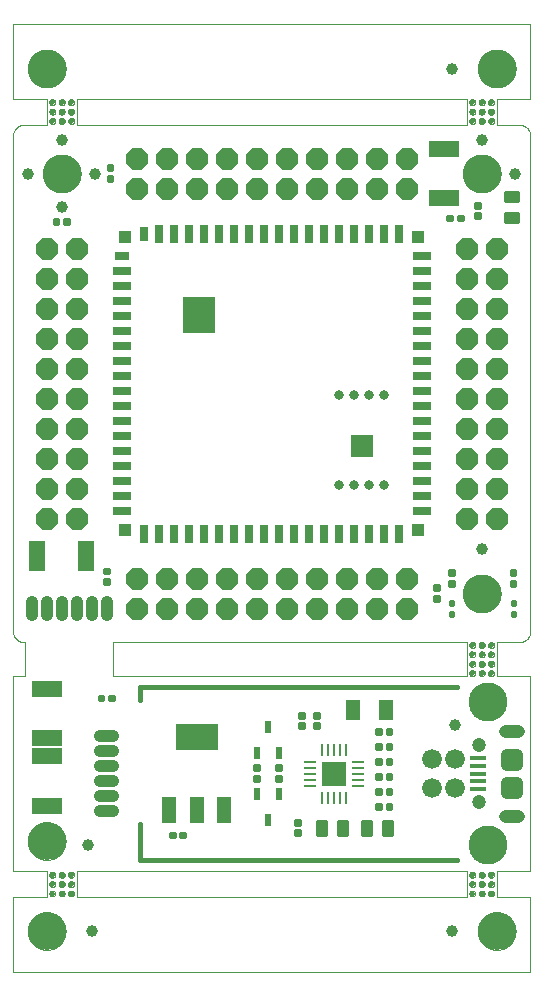
<source format=gts>
G75*
%MOIN*%
%OFA0B0*%
%FSLAX25Y25*%
%IPPOS*%
%LPD*%
%AMOC8*
5,1,8,0,0,1.08239X$1,22.5*
%
%ADD10C,0.00000*%
%ADD11C,0.12598*%
%ADD12C,0.01969*%
%ADD13C,0.01600*%
%ADD14OC8,0.07400*%
%ADD15C,0.03937*%
%ADD16R,0.10000X0.05300*%
%ADD17R,0.05300X0.10000*%
%ADD18C,0.01142*%
%ADD19C,0.01250*%
%ADD20C,0.01000*%
%ADD21C,0.04134*%
%ADD22C,0.03740*%
%ADD23R,0.05315X0.01575*%
%ADD24C,0.04245*%
%ADD25C,0.04724*%
%ADD26C,0.06600*%
%ADD27C,0.13000*%
%ADD28R,0.04724X0.03150*%
%ADD29R,0.06299X0.03150*%
%ADD30R,0.03150X0.06299*%
%ADD31R,0.03150X0.04724*%
%ADD32R,0.10512X0.11890*%
%ADD33R,0.03937X0.03937*%
%ADD34C,0.03169*%
%ADD35R,0.07795X0.07795*%
%ADD36R,0.00984X0.03937*%
%ADD37R,0.03937X0.00984*%
%ADD38R,0.07874X0.07874*%
%ADD39R,0.05000X0.07000*%
%ADD40R,0.04800X0.08800*%
%ADD41R,0.14173X0.08661*%
%ADD42R,0.02362X0.04134*%
D10*
X0003000Y0001000D02*
X0175500Y0001000D01*
X0175500Y0026000D01*
X0164250Y0026000D01*
X0164250Y0034750D01*
X0175500Y0034750D01*
X0175500Y0099750D01*
X0164250Y0099750D01*
X0164250Y0111000D01*
X0171750Y0111000D01*
X0171870Y0111002D01*
X0171990Y0111008D01*
X0172110Y0111017D01*
X0172230Y0111031D01*
X0172348Y0111048D01*
X0172467Y0111069D01*
X0172584Y0111094D01*
X0172701Y0111123D01*
X0172817Y0111155D01*
X0172932Y0111191D01*
X0173045Y0111231D01*
X0173157Y0111274D01*
X0173268Y0111321D01*
X0173377Y0111371D01*
X0173485Y0111425D01*
X0173590Y0111483D01*
X0173694Y0111543D01*
X0173796Y0111607D01*
X0173895Y0111674D01*
X0173993Y0111745D01*
X0174088Y0111818D01*
X0174181Y0111895D01*
X0174271Y0111974D01*
X0174359Y0112056D01*
X0174444Y0112141D01*
X0174526Y0112229D01*
X0174605Y0112319D01*
X0174682Y0112412D01*
X0174755Y0112507D01*
X0174826Y0112605D01*
X0174893Y0112704D01*
X0174957Y0112806D01*
X0175017Y0112910D01*
X0175075Y0113015D01*
X0175129Y0113123D01*
X0175179Y0113232D01*
X0175226Y0113343D01*
X0175269Y0113455D01*
X0175309Y0113568D01*
X0175345Y0113683D01*
X0175377Y0113799D01*
X0175406Y0113916D01*
X0175431Y0114033D01*
X0175452Y0114152D01*
X0175469Y0114270D01*
X0175483Y0114390D01*
X0175492Y0114510D01*
X0175498Y0114630D01*
X0175500Y0114750D01*
X0175500Y0279750D01*
X0175498Y0279870D01*
X0175492Y0279990D01*
X0175483Y0280110D01*
X0175469Y0280230D01*
X0175452Y0280348D01*
X0175431Y0280467D01*
X0175406Y0280584D01*
X0175377Y0280701D01*
X0175345Y0280817D01*
X0175309Y0280932D01*
X0175269Y0281045D01*
X0175226Y0281157D01*
X0175179Y0281268D01*
X0175129Y0281377D01*
X0175075Y0281485D01*
X0175017Y0281590D01*
X0174957Y0281694D01*
X0174893Y0281796D01*
X0174826Y0281895D01*
X0174755Y0281993D01*
X0174682Y0282088D01*
X0174605Y0282181D01*
X0174526Y0282271D01*
X0174444Y0282359D01*
X0174359Y0282444D01*
X0174271Y0282526D01*
X0174181Y0282605D01*
X0174088Y0282682D01*
X0173993Y0282755D01*
X0173895Y0282826D01*
X0173796Y0282893D01*
X0173694Y0282957D01*
X0173590Y0283017D01*
X0173485Y0283075D01*
X0173377Y0283129D01*
X0173268Y0283179D01*
X0173157Y0283226D01*
X0173045Y0283269D01*
X0172932Y0283309D01*
X0172817Y0283345D01*
X0172701Y0283377D01*
X0172584Y0283406D01*
X0172467Y0283431D01*
X0172348Y0283452D01*
X0172230Y0283469D01*
X0172110Y0283483D01*
X0171990Y0283492D01*
X0171870Y0283498D01*
X0171750Y0283500D01*
X0164250Y0283500D01*
X0164250Y0292250D01*
X0175500Y0292250D01*
X0175500Y0317250D01*
X0003000Y0317250D01*
X0003000Y0292250D01*
X0014250Y0292250D01*
X0014250Y0283500D01*
X0006750Y0283500D01*
X0006630Y0283498D01*
X0006510Y0283492D01*
X0006390Y0283483D01*
X0006270Y0283469D01*
X0006152Y0283452D01*
X0006033Y0283431D01*
X0005916Y0283406D01*
X0005799Y0283377D01*
X0005683Y0283345D01*
X0005568Y0283309D01*
X0005455Y0283269D01*
X0005343Y0283226D01*
X0005232Y0283179D01*
X0005123Y0283129D01*
X0005015Y0283075D01*
X0004910Y0283017D01*
X0004806Y0282957D01*
X0004704Y0282893D01*
X0004605Y0282826D01*
X0004507Y0282755D01*
X0004412Y0282682D01*
X0004319Y0282605D01*
X0004229Y0282526D01*
X0004141Y0282444D01*
X0004056Y0282359D01*
X0003974Y0282271D01*
X0003895Y0282181D01*
X0003818Y0282088D01*
X0003745Y0281993D01*
X0003674Y0281895D01*
X0003607Y0281796D01*
X0003543Y0281694D01*
X0003483Y0281590D01*
X0003425Y0281485D01*
X0003371Y0281377D01*
X0003321Y0281268D01*
X0003274Y0281157D01*
X0003231Y0281045D01*
X0003191Y0280932D01*
X0003155Y0280817D01*
X0003123Y0280701D01*
X0003094Y0280584D01*
X0003069Y0280467D01*
X0003048Y0280348D01*
X0003031Y0280230D01*
X0003017Y0280110D01*
X0003008Y0279990D01*
X0003002Y0279870D01*
X0003000Y0279750D01*
X0003000Y0114750D01*
X0003002Y0114630D01*
X0003008Y0114510D01*
X0003017Y0114390D01*
X0003031Y0114270D01*
X0003048Y0114152D01*
X0003069Y0114033D01*
X0003094Y0113916D01*
X0003123Y0113799D01*
X0003155Y0113683D01*
X0003191Y0113568D01*
X0003231Y0113455D01*
X0003274Y0113343D01*
X0003321Y0113232D01*
X0003371Y0113123D01*
X0003425Y0113015D01*
X0003483Y0112910D01*
X0003543Y0112806D01*
X0003607Y0112704D01*
X0003674Y0112605D01*
X0003745Y0112507D01*
X0003818Y0112412D01*
X0003895Y0112319D01*
X0003974Y0112229D01*
X0004056Y0112141D01*
X0004141Y0112056D01*
X0004229Y0111974D01*
X0004319Y0111895D01*
X0004412Y0111818D01*
X0004507Y0111745D01*
X0004605Y0111674D01*
X0004704Y0111607D01*
X0004806Y0111543D01*
X0004910Y0111483D01*
X0005015Y0111425D01*
X0005123Y0111371D01*
X0005232Y0111321D01*
X0005343Y0111274D01*
X0005455Y0111231D01*
X0005568Y0111191D01*
X0005683Y0111155D01*
X0005799Y0111123D01*
X0005916Y0111094D01*
X0006033Y0111069D01*
X0006152Y0111048D01*
X0006270Y0111031D01*
X0006390Y0111017D01*
X0006510Y0111008D01*
X0006630Y0111002D01*
X0006750Y0111000D01*
X0007062Y0111000D01*
X0007062Y0099750D01*
X0003000Y0099750D01*
X0003000Y0034750D01*
X0014250Y0034750D01*
X0014250Y0026000D01*
X0003000Y0026000D01*
X0003000Y0001000D01*
X0007951Y0014750D02*
X0007953Y0014908D01*
X0007959Y0015066D01*
X0007969Y0015224D01*
X0007983Y0015382D01*
X0008001Y0015539D01*
X0008022Y0015696D01*
X0008048Y0015852D01*
X0008078Y0016008D01*
X0008111Y0016163D01*
X0008149Y0016316D01*
X0008190Y0016469D01*
X0008235Y0016621D01*
X0008284Y0016772D01*
X0008337Y0016921D01*
X0008393Y0017069D01*
X0008453Y0017215D01*
X0008517Y0017360D01*
X0008585Y0017503D01*
X0008656Y0017645D01*
X0008730Y0017785D01*
X0008808Y0017922D01*
X0008890Y0018058D01*
X0008974Y0018192D01*
X0009063Y0018323D01*
X0009154Y0018452D01*
X0009249Y0018579D01*
X0009346Y0018704D01*
X0009447Y0018826D01*
X0009551Y0018945D01*
X0009658Y0019062D01*
X0009768Y0019176D01*
X0009881Y0019287D01*
X0009996Y0019396D01*
X0010114Y0019501D01*
X0010235Y0019603D01*
X0010358Y0019703D01*
X0010484Y0019799D01*
X0010612Y0019892D01*
X0010742Y0019982D01*
X0010875Y0020068D01*
X0011010Y0020152D01*
X0011146Y0020231D01*
X0011285Y0020308D01*
X0011426Y0020380D01*
X0011568Y0020450D01*
X0011712Y0020515D01*
X0011858Y0020577D01*
X0012005Y0020635D01*
X0012154Y0020690D01*
X0012304Y0020741D01*
X0012455Y0020788D01*
X0012607Y0020831D01*
X0012760Y0020870D01*
X0012915Y0020906D01*
X0013070Y0020937D01*
X0013226Y0020965D01*
X0013382Y0020989D01*
X0013539Y0021009D01*
X0013697Y0021025D01*
X0013854Y0021037D01*
X0014013Y0021045D01*
X0014171Y0021049D01*
X0014329Y0021049D01*
X0014487Y0021045D01*
X0014646Y0021037D01*
X0014803Y0021025D01*
X0014961Y0021009D01*
X0015118Y0020989D01*
X0015274Y0020965D01*
X0015430Y0020937D01*
X0015585Y0020906D01*
X0015740Y0020870D01*
X0015893Y0020831D01*
X0016045Y0020788D01*
X0016196Y0020741D01*
X0016346Y0020690D01*
X0016495Y0020635D01*
X0016642Y0020577D01*
X0016788Y0020515D01*
X0016932Y0020450D01*
X0017074Y0020380D01*
X0017215Y0020308D01*
X0017354Y0020231D01*
X0017490Y0020152D01*
X0017625Y0020068D01*
X0017758Y0019982D01*
X0017888Y0019892D01*
X0018016Y0019799D01*
X0018142Y0019703D01*
X0018265Y0019603D01*
X0018386Y0019501D01*
X0018504Y0019396D01*
X0018619Y0019287D01*
X0018732Y0019176D01*
X0018842Y0019062D01*
X0018949Y0018945D01*
X0019053Y0018826D01*
X0019154Y0018704D01*
X0019251Y0018579D01*
X0019346Y0018452D01*
X0019437Y0018323D01*
X0019526Y0018192D01*
X0019610Y0018058D01*
X0019692Y0017922D01*
X0019770Y0017785D01*
X0019844Y0017645D01*
X0019915Y0017503D01*
X0019983Y0017360D01*
X0020047Y0017215D01*
X0020107Y0017069D01*
X0020163Y0016921D01*
X0020216Y0016772D01*
X0020265Y0016621D01*
X0020310Y0016469D01*
X0020351Y0016316D01*
X0020389Y0016163D01*
X0020422Y0016008D01*
X0020452Y0015852D01*
X0020478Y0015696D01*
X0020499Y0015539D01*
X0020517Y0015382D01*
X0020531Y0015224D01*
X0020541Y0015066D01*
X0020547Y0014908D01*
X0020549Y0014750D01*
X0020547Y0014592D01*
X0020541Y0014434D01*
X0020531Y0014276D01*
X0020517Y0014118D01*
X0020499Y0013961D01*
X0020478Y0013804D01*
X0020452Y0013648D01*
X0020422Y0013492D01*
X0020389Y0013337D01*
X0020351Y0013184D01*
X0020310Y0013031D01*
X0020265Y0012879D01*
X0020216Y0012728D01*
X0020163Y0012579D01*
X0020107Y0012431D01*
X0020047Y0012285D01*
X0019983Y0012140D01*
X0019915Y0011997D01*
X0019844Y0011855D01*
X0019770Y0011715D01*
X0019692Y0011578D01*
X0019610Y0011442D01*
X0019526Y0011308D01*
X0019437Y0011177D01*
X0019346Y0011048D01*
X0019251Y0010921D01*
X0019154Y0010796D01*
X0019053Y0010674D01*
X0018949Y0010555D01*
X0018842Y0010438D01*
X0018732Y0010324D01*
X0018619Y0010213D01*
X0018504Y0010104D01*
X0018386Y0009999D01*
X0018265Y0009897D01*
X0018142Y0009797D01*
X0018016Y0009701D01*
X0017888Y0009608D01*
X0017758Y0009518D01*
X0017625Y0009432D01*
X0017490Y0009348D01*
X0017354Y0009269D01*
X0017215Y0009192D01*
X0017074Y0009120D01*
X0016932Y0009050D01*
X0016788Y0008985D01*
X0016642Y0008923D01*
X0016495Y0008865D01*
X0016346Y0008810D01*
X0016196Y0008759D01*
X0016045Y0008712D01*
X0015893Y0008669D01*
X0015740Y0008630D01*
X0015585Y0008594D01*
X0015430Y0008563D01*
X0015274Y0008535D01*
X0015118Y0008511D01*
X0014961Y0008491D01*
X0014803Y0008475D01*
X0014646Y0008463D01*
X0014487Y0008455D01*
X0014329Y0008451D01*
X0014171Y0008451D01*
X0014013Y0008455D01*
X0013854Y0008463D01*
X0013697Y0008475D01*
X0013539Y0008491D01*
X0013382Y0008511D01*
X0013226Y0008535D01*
X0013070Y0008563D01*
X0012915Y0008594D01*
X0012760Y0008630D01*
X0012607Y0008669D01*
X0012455Y0008712D01*
X0012304Y0008759D01*
X0012154Y0008810D01*
X0012005Y0008865D01*
X0011858Y0008923D01*
X0011712Y0008985D01*
X0011568Y0009050D01*
X0011426Y0009120D01*
X0011285Y0009192D01*
X0011146Y0009269D01*
X0011010Y0009348D01*
X0010875Y0009432D01*
X0010742Y0009518D01*
X0010612Y0009608D01*
X0010484Y0009701D01*
X0010358Y0009797D01*
X0010235Y0009897D01*
X0010114Y0009999D01*
X0009996Y0010104D01*
X0009881Y0010213D01*
X0009768Y0010324D01*
X0009658Y0010438D01*
X0009551Y0010555D01*
X0009447Y0010674D01*
X0009346Y0010796D01*
X0009249Y0010921D01*
X0009154Y0011048D01*
X0009063Y0011177D01*
X0008974Y0011308D01*
X0008890Y0011442D01*
X0008808Y0011578D01*
X0008730Y0011715D01*
X0008656Y0011855D01*
X0008585Y0011997D01*
X0008517Y0012140D01*
X0008453Y0012285D01*
X0008393Y0012431D01*
X0008337Y0012579D01*
X0008284Y0012728D01*
X0008235Y0012879D01*
X0008190Y0013031D01*
X0008149Y0013184D01*
X0008111Y0013337D01*
X0008078Y0013492D01*
X0008048Y0013648D01*
X0008022Y0013804D01*
X0008001Y0013961D01*
X0007983Y0014118D01*
X0007969Y0014276D01*
X0007959Y0014434D01*
X0007953Y0014592D01*
X0007951Y0014750D01*
X0015141Y0027250D02*
X0015143Y0027312D01*
X0015149Y0027375D01*
X0015159Y0027436D01*
X0015173Y0027497D01*
X0015190Y0027557D01*
X0015211Y0027616D01*
X0015237Y0027673D01*
X0015265Y0027728D01*
X0015297Y0027782D01*
X0015333Y0027833D01*
X0015371Y0027883D01*
X0015413Y0027929D01*
X0015457Y0027973D01*
X0015505Y0028014D01*
X0015554Y0028052D01*
X0015606Y0028086D01*
X0015660Y0028117D01*
X0015716Y0028145D01*
X0015774Y0028169D01*
X0015833Y0028190D01*
X0015893Y0028206D01*
X0015954Y0028219D01*
X0016016Y0028228D01*
X0016078Y0028233D01*
X0016141Y0028234D01*
X0016203Y0028231D01*
X0016265Y0028224D01*
X0016327Y0028213D01*
X0016387Y0028198D01*
X0016447Y0028180D01*
X0016505Y0028158D01*
X0016562Y0028132D01*
X0016617Y0028102D01*
X0016670Y0028069D01*
X0016721Y0028033D01*
X0016769Y0027994D01*
X0016815Y0027951D01*
X0016858Y0027906D01*
X0016898Y0027858D01*
X0016935Y0027808D01*
X0016969Y0027755D01*
X0017000Y0027701D01*
X0017026Y0027645D01*
X0017050Y0027587D01*
X0017069Y0027527D01*
X0017085Y0027467D01*
X0017097Y0027405D01*
X0017105Y0027344D01*
X0017109Y0027281D01*
X0017109Y0027219D01*
X0017105Y0027156D01*
X0017097Y0027095D01*
X0017085Y0027033D01*
X0017069Y0026973D01*
X0017050Y0026913D01*
X0017026Y0026855D01*
X0017000Y0026799D01*
X0016969Y0026745D01*
X0016935Y0026692D01*
X0016898Y0026642D01*
X0016858Y0026594D01*
X0016815Y0026549D01*
X0016769Y0026506D01*
X0016721Y0026467D01*
X0016670Y0026431D01*
X0016617Y0026398D01*
X0016562Y0026368D01*
X0016505Y0026342D01*
X0016447Y0026320D01*
X0016387Y0026302D01*
X0016327Y0026287D01*
X0016265Y0026276D01*
X0016203Y0026269D01*
X0016141Y0026266D01*
X0016078Y0026267D01*
X0016016Y0026272D01*
X0015954Y0026281D01*
X0015893Y0026294D01*
X0015833Y0026310D01*
X0015774Y0026331D01*
X0015716Y0026355D01*
X0015660Y0026383D01*
X0015606Y0026414D01*
X0015554Y0026448D01*
X0015505Y0026486D01*
X0015457Y0026527D01*
X0015413Y0026571D01*
X0015371Y0026617D01*
X0015333Y0026667D01*
X0015297Y0026718D01*
X0015265Y0026772D01*
X0015237Y0026827D01*
X0015211Y0026884D01*
X0015190Y0026943D01*
X0015173Y0027003D01*
X0015159Y0027064D01*
X0015149Y0027125D01*
X0015143Y0027188D01*
X0015141Y0027250D01*
X0015141Y0030375D02*
X0015143Y0030437D01*
X0015149Y0030500D01*
X0015159Y0030561D01*
X0015173Y0030622D01*
X0015190Y0030682D01*
X0015211Y0030741D01*
X0015237Y0030798D01*
X0015265Y0030853D01*
X0015297Y0030907D01*
X0015333Y0030958D01*
X0015371Y0031008D01*
X0015413Y0031054D01*
X0015457Y0031098D01*
X0015505Y0031139D01*
X0015554Y0031177D01*
X0015606Y0031211D01*
X0015660Y0031242D01*
X0015716Y0031270D01*
X0015774Y0031294D01*
X0015833Y0031315D01*
X0015893Y0031331D01*
X0015954Y0031344D01*
X0016016Y0031353D01*
X0016078Y0031358D01*
X0016141Y0031359D01*
X0016203Y0031356D01*
X0016265Y0031349D01*
X0016327Y0031338D01*
X0016387Y0031323D01*
X0016447Y0031305D01*
X0016505Y0031283D01*
X0016562Y0031257D01*
X0016617Y0031227D01*
X0016670Y0031194D01*
X0016721Y0031158D01*
X0016769Y0031119D01*
X0016815Y0031076D01*
X0016858Y0031031D01*
X0016898Y0030983D01*
X0016935Y0030933D01*
X0016969Y0030880D01*
X0017000Y0030826D01*
X0017026Y0030770D01*
X0017050Y0030712D01*
X0017069Y0030652D01*
X0017085Y0030592D01*
X0017097Y0030530D01*
X0017105Y0030469D01*
X0017109Y0030406D01*
X0017109Y0030344D01*
X0017105Y0030281D01*
X0017097Y0030220D01*
X0017085Y0030158D01*
X0017069Y0030098D01*
X0017050Y0030038D01*
X0017026Y0029980D01*
X0017000Y0029924D01*
X0016969Y0029870D01*
X0016935Y0029817D01*
X0016898Y0029767D01*
X0016858Y0029719D01*
X0016815Y0029674D01*
X0016769Y0029631D01*
X0016721Y0029592D01*
X0016670Y0029556D01*
X0016617Y0029523D01*
X0016562Y0029493D01*
X0016505Y0029467D01*
X0016447Y0029445D01*
X0016387Y0029427D01*
X0016327Y0029412D01*
X0016265Y0029401D01*
X0016203Y0029394D01*
X0016141Y0029391D01*
X0016078Y0029392D01*
X0016016Y0029397D01*
X0015954Y0029406D01*
X0015893Y0029419D01*
X0015833Y0029435D01*
X0015774Y0029456D01*
X0015716Y0029480D01*
X0015660Y0029508D01*
X0015606Y0029539D01*
X0015554Y0029573D01*
X0015505Y0029611D01*
X0015457Y0029652D01*
X0015413Y0029696D01*
X0015371Y0029742D01*
X0015333Y0029792D01*
X0015297Y0029843D01*
X0015265Y0029897D01*
X0015237Y0029952D01*
X0015211Y0030009D01*
X0015190Y0030068D01*
X0015173Y0030128D01*
X0015159Y0030189D01*
X0015149Y0030250D01*
X0015143Y0030313D01*
X0015141Y0030375D01*
X0015141Y0033500D02*
X0015143Y0033562D01*
X0015149Y0033625D01*
X0015159Y0033686D01*
X0015173Y0033747D01*
X0015190Y0033807D01*
X0015211Y0033866D01*
X0015237Y0033923D01*
X0015265Y0033978D01*
X0015297Y0034032D01*
X0015333Y0034083D01*
X0015371Y0034133D01*
X0015413Y0034179D01*
X0015457Y0034223D01*
X0015505Y0034264D01*
X0015554Y0034302D01*
X0015606Y0034336D01*
X0015660Y0034367D01*
X0015716Y0034395D01*
X0015774Y0034419D01*
X0015833Y0034440D01*
X0015893Y0034456D01*
X0015954Y0034469D01*
X0016016Y0034478D01*
X0016078Y0034483D01*
X0016141Y0034484D01*
X0016203Y0034481D01*
X0016265Y0034474D01*
X0016327Y0034463D01*
X0016387Y0034448D01*
X0016447Y0034430D01*
X0016505Y0034408D01*
X0016562Y0034382D01*
X0016617Y0034352D01*
X0016670Y0034319D01*
X0016721Y0034283D01*
X0016769Y0034244D01*
X0016815Y0034201D01*
X0016858Y0034156D01*
X0016898Y0034108D01*
X0016935Y0034058D01*
X0016969Y0034005D01*
X0017000Y0033951D01*
X0017026Y0033895D01*
X0017050Y0033837D01*
X0017069Y0033777D01*
X0017085Y0033717D01*
X0017097Y0033655D01*
X0017105Y0033594D01*
X0017109Y0033531D01*
X0017109Y0033469D01*
X0017105Y0033406D01*
X0017097Y0033345D01*
X0017085Y0033283D01*
X0017069Y0033223D01*
X0017050Y0033163D01*
X0017026Y0033105D01*
X0017000Y0033049D01*
X0016969Y0032995D01*
X0016935Y0032942D01*
X0016898Y0032892D01*
X0016858Y0032844D01*
X0016815Y0032799D01*
X0016769Y0032756D01*
X0016721Y0032717D01*
X0016670Y0032681D01*
X0016617Y0032648D01*
X0016562Y0032618D01*
X0016505Y0032592D01*
X0016447Y0032570D01*
X0016387Y0032552D01*
X0016327Y0032537D01*
X0016265Y0032526D01*
X0016203Y0032519D01*
X0016141Y0032516D01*
X0016078Y0032517D01*
X0016016Y0032522D01*
X0015954Y0032531D01*
X0015893Y0032544D01*
X0015833Y0032560D01*
X0015774Y0032581D01*
X0015716Y0032605D01*
X0015660Y0032633D01*
X0015606Y0032664D01*
X0015554Y0032698D01*
X0015505Y0032736D01*
X0015457Y0032777D01*
X0015413Y0032821D01*
X0015371Y0032867D01*
X0015333Y0032917D01*
X0015297Y0032968D01*
X0015265Y0033022D01*
X0015237Y0033077D01*
X0015211Y0033134D01*
X0015190Y0033193D01*
X0015173Y0033253D01*
X0015159Y0033314D01*
X0015149Y0033375D01*
X0015143Y0033438D01*
X0015141Y0033500D01*
X0018266Y0033500D02*
X0018268Y0033562D01*
X0018274Y0033625D01*
X0018284Y0033686D01*
X0018298Y0033747D01*
X0018315Y0033807D01*
X0018336Y0033866D01*
X0018362Y0033923D01*
X0018390Y0033978D01*
X0018422Y0034032D01*
X0018458Y0034083D01*
X0018496Y0034133D01*
X0018538Y0034179D01*
X0018582Y0034223D01*
X0018630Y0034264D01*
X0018679Y0034302D01*
X0018731Y0034336D01*
X0018785Y0034367D01*
X0018841Y0034395D01*
X0018899Y0034419D01*
X0018958Y0034440D01*
X0019018Y0034456D01*
X0019079Y0034469D01*
X0019141Y0034478D01*
X0019203Y0034483D01*
X0019266Y0034484D01*
X0019328Y0034481D01*
X0019390Y0034474D01*
X0019452Y0034463D01*
X0019512Y0034448D01*
X0019572Y0034430D01*
X0019630Y0034408D01*
X0019687Y0034382D01*
X0019742Y0034352D01*
X0019795Y0034319D01*
X0019846Y0034283D01*
X0019894Y0034244D01*
X0019940Y0034201D01*
X0019983Y0034156D01*
X0020023Y0034108D01*
X0020060Y0034058D01*
X0020094Y0034005D01*
X0020125Y0033951D01*
X0020151Y0033895D01*
X0020175Y0033837D01*
X0020194Y0033777D01*
X0020210Y0033717D01*
X0020222Y0033655D01*
X0020230Y0033594D01*
X0020234Y0033531D01*
X0020234Y0033469D01*
X0020230Y0033406D01*
X0020222Y0033345D01*
X0020210Y0033283D01*
X0020194Y0033223D01*
X0020175Y0033163D01*
X0020151Y0033105D01*
X0020125Y0033049D01*
X0020094Y0032995D01*
X0020060Y0032942D01*
X0020023Y0032892D01*
X0019983Y0032844D01*
X0019940Y0032799D01*
X0019894Y0032756D01*
X0019846Y0032717D01*
X0019795Y0032681D01*
X0019742Y0032648D01*
X0019687Y0032618D01*
X0019630Y0032592D01*
X0019572Y0032570D01*
X0019512Y0032552D01*
X0019452Y0032537D01*
X0019390Y0032526D01*
X0019328Y0032519D01*
X0019266Y0032516D01*
X0019203Y0032517D01*
X0019141Y0032522D01*
X0019079Y0032531D01*
X0019018Y0032544D01*
X0018958Y0032560D01*
X0018899Y0032581D01*
X0018841Y0032605D01*
X0018785Y0032633D01*
X0018731Y0032664D01*
X0018679Y0032698D01*
X0018630Y0032736D01*
X0018582Y0032777D01*
X0018538Y0032821D01*
X0018496Y0032867D01*
X0018458Y0032917D01*
X0018422Y0032968D01*
X0018390Y0033022D01*
X0018362Y0033077D01*
X0018336Y0033134D01*
X0018315Y0033193D01*
X0018298Y0033253D01*
X0018284Y0033314D01*
X0018274Y0033375D01*
X0018268Y0033438D01*
X0018266Y0033500D01*
X0018266Y0030375D02*
X0018268Y0030437D01*
X0018274Y0030500D01*
X0018284Y0030561D01*
X0018298Y0030622D01*
X0018315Y0030682D01*
X0018336Y0030741D01*
X0018362Y0030798D01*
X0018390Y0030853D01*
X0018422Y0030907D01*
X0018458Y0030958D01*
X0018496Y0031008D01*
X0018538Y0031054D01*
X0018582Y0031098D01*
X0018630Y0031139D01*
X0018679Y0031177D01*
X0018731Y0031211D01*
X0018785Y0031242D01*
X0018841Y0031270D01*
X0018899Y0031294D01*
X0018958Y0031315D01*
X0019018Y0031331D01*
X0019079Y0031344D01*
X0019141Y0031353D01*
X0019203Y0031358D01*
X0019266Y0031359D01*
X0019328Y0031356D01*
X0019390Y0031349D01*
X0019452Y0031338D01*
X0019512Y0031323D01*
X0019572Y0031305D01*
X0019630Y0031283D01*
X0019687Y0031257D01*
X0019742Y0031227D01*
X0019795Y0031194D01*
X0019846Y0031158D01*
X0019894Y0031119D01*
X0019940Y0031076D01*
X0019983Y0031031D01*
X0020023Y0030983D01*
X0020060Y0030933D01*
X0020094Y0030880D01*
X0020125Y0030826D01*
X0020151Y0030770D01*
X0020175Y0030712D01*
X0020194Y0030652D01*
X0020210Y0030592D01*
X0020222Y0030530D01*
X0020230Y0030469D01*
X0020234Y0030406D01*
X0020234Y0030344D01*
X0020230Y0030281D01*
X0020222Y0030220D01*
X0020210Y0030158D01*
X0020194Y0030098D01*
X0020175Y0030038D01*
X0020151Y0029980D01*
X0020125Y0029924D01*
X0020094Y0029870D01*
X0020060Y0029817D01*
X0020023Y0029767D01*
X0019983Y0029719D01*
X0019940Y0029674D01*
X0019894Y0029631D01*
X0019846Y0029592D01*
X0019795Y0029556D01*
X0019742Y0029523D01*
X0019687Y0029493D01*
X0019630Y0029467D01*
X0019572Y0029445D01*
X0019512Y0029427D01*
X0019452Y0029412D01*
X0019390Y0029401D01*
X0019328Y0029394D01*
X0019266Y0029391D01*
X0019203Y0029392D01*
X0019141Y0029397D01*
X0019079Y0029406D01*
X0019018Y0029419D01*
X0018958Y0029435D01*
X0018899Y0029456D01*
X0018841Y0029480D01*
X0018785Y0029508D01*
X0018731Y0029539D01*
X0018679Y0029573D01*
X0018630Y0029611D01*
X0018582Y0029652D01*
X0018538Y0029696D01*
X0018496Y0029742D01*
X0018458Y0029792D01*
X0018422Y0029843D01*
X0018390Y0029897D01*
X0018362Y0029952D01*
X0018336Y0030009D01*
X0018315Y0030068D01*
X0018298Y0030128D01*
X0018284Y0030189D01*
X0018274Y0030250D01*
X0018268Y0030313D01*
X0018266Y0030375D01*
X0018266Y0027250D02*
X0018268Y0027312D01*
X0018274Y0027375D01*
X0018284Y0027436D01*
X0018298Y0027497D01*
X0018315Y0027557D01*
X0018336Y0027616D01*
X0018362Y0027673D01*
X0018390Y0027728D01*
X0018422Y0027782D01*
X0018458Y0027833D01*
X0018496Y0027883D01*
X0018538Y0027929D01*
X0018582Y0027973D01*
X0018630Y0028014D01*
X0018679Y0028052D01*
X0018731Y0028086D01*
X0018785Y0028117D01*
X0018841Y0028145D01*
X0018899Y0028169D01*
X0018958Y0028190D01*
X0019018Y0028206D01*
X0019079Y0028219D01*
X0019141Y0028228D01*
X0019203Y0028233D01*
X0019266Y0028234D01*
X0019328Y0028231D01*
X0019390Y0028224D01*
X0019452Y0028213D01*
X0019512Y0028198D01*
X0019572Y0028180D01*
X0019630Y0028158D01*
X0019687Y0028132D01*
X0019742Y0028102D01*
X0019795Y0028069D01*
X0019846Y0028033D01*
X0019894Y0027994D01*
X0019940Y0027951D01*
X0019983Y0027906D01*
X0020023Y0027858D01*
X0020060Y0027808D01*
X0020094Y0027755D01*
X0020125Y0027701D01*
X0020151Y0027645D01*
X0020175Y0027587D01*
X0020194Y0027527D01*
X0020210Y0027467D01*
X0020222Y0027405D01*
X0020230Y0027344D01*
X0020234Y0027281D01*
X0020234Y0027219D01*
X0020230Y0027156D01*
X0020222Y0027095D01*
X0020210Y0027033D01*
X0020194Y0026973D01*
X0020175Y0026913D01*
X0020151Y0026855D01*
X0020125Y0026799D01*
X0020094Y0026745D01*
X0020060Y0026692D01*
X0020023Y0026642D01*
X0019983Y0026594D01*
X0019940Y0026549D01*
X0019894Y0026506D01*
X0019846Y0026467D01*
X0019795Y0026431D01*
X0019742Y0026398D01*
X0019687Y0026368D01*
X0019630Y0026342D01*
X0019572Y0026320D01*
X0019512Y0026302D01*
X0019452Y0026287D01*
X0019390Y0026276D01*
X0019328Y0026269D01*
X0019266Y0026266D01*
X0019203Y0026267D01*
X0019141Y0026272D01*
X0019079Y0026281D01*
X0019018Y0026294D01*
X0018958Y0026310D01*
X0018899Y0026331D01*
X0018841Y0026355D01*
X0018785Y0026383D01*
X0018731Y0026414D01*
X0018679Y0026448D01*
X0018630Y0026486D01*
X0018582Y0026527D01*
X0018538Y0026571D01*
X0018496Y0026617D01*
X0018458Y0026667D01*
X0018422Y0026718D01*
X0018390Y0026772D01*
X0018362Y0026827D01*
X0018336Y0026884D01*
X0018315Y0026943D01*
X0018298Y0027003D01*
X0018284Y0027064D01*
X0018274Y0027125D01*
X0018268Y0027188D01*
X0018266Y0027250D01*
X0021391Y0027250D02*
X0021393Y0027312D01*
X0021399Y0027375D01*
X0021409Y0027436D01*
X0021423Y0027497D01*
X0021440Y0027557D01*
X0021461Y0027616D01*
X0021487Y0027673D01*
X0021515Y0027728D01*
X0021547Y0027782D01*
X0021583Y0027833D01*
X0021621Y0027883D01*
X0021663Y0027929D01*
X0021707Y0027973D01*
X0021755Y0028014D01*
X0021804Y0028052D01*
X0021856Y0028086D01*
X0021910Y0028117D01*
X0021966Y0028145D01*
X0022024Y0028169D01*
X0022083Y0028190D01*
X0022143Y0028206D01*
X0022204Y0028219D01*
X0022266Y0028228D01*
X0022328Y0028233D01*
X0022391Y0028234D01*
X0022453Y0028231D01*
X0022515Y0028224D01*
X0022577Y0028213D01*
X0022637Y0028198D01*
X0022697Y0028180D01*
X0022755Y0028158D01*
X0022812Y0028132D01*
X0022867Y0028102D01*
X0022920Y0028069D01*
X0022971Y0028033D01*
X0023019Y0027994D01*
X0023065Y0027951D01*
X0023108Y0027906D01*
X0023148Y0027858D01*
X0023185Y0027808D01*
X0023219Y0027755D01*
X0023250Y0027701D01*
X0023276Y0027645D01*
X0023300Y0027587D01*
X0023319Y0027527D01*
X0023335Y0027467D01*
X0023347Y0027405D01*
X0023355Y0027344D01*
X0023359Y0027281D01*
X0023359Y0027219D01*
X0023355Y0027156D01*
X0023347Y0027095D01*
X0023335Y0027033D01*
X0023319Y0026973D01*
X0023300Y0026913D01*
X0023276Y0026855D01*
X0023250Y0026799D01*
X0023219Y0026745D01*
X0023185Y0026692D01*
X0023148Y0026642D01*
X0023108Y0026594D01*
X0023065Y0026549D01*
X0023019Y0026506D01*
X0022971Y0026467D01*
X0022920Y0026431D01*
X0022867Y0026398D01*
X0022812Y0026368D01*
X0022755Y0026342D01*
X0022697Y0026320D01*
X0022637Y0026302D01*
X0022577Y0026287D01*
X0022515Y0026276D01*
X0022453Y0026269D01*
X0022391Y0026266D01*
X0022328Y0026267D01*
X0022266Y0026272D01*
X0022204Y0026281D01*
X0022143Y0026294D01*
X0022083Y0026310D01*
X0022024Y0026331D01*
X0021966Y0026355D01*
X0021910Y0026383D01*
X0021856Y0026414D01*
X0021804Y0026448D01*
X0021755Y0026486D01*
X0021707Y0026527D01*
X0021663Y0026571D01*
X0021621Y0026617D01*
X0021583Y0026667D01*
X0021547Y0026718D01*
X0021515Y0026772D01*
X0021487Y0026827D01*
X0021461Y0026884D01*
X0021440Y0026943D01*
X0021423Y0027003D01*
X0021409Y0027064D01*
X0021399Y0027125D01*
X0021393Y0027188D01*
X0021391Y0027250D01*
X0021391Y0030375D02*
X0021393Y0030437D01*
X0021399Y0030500D01*
X0021409Y0030561D01*
X0021423Y0030622D01*
X0021440Y0030682D01*
X0021461Y0030741D01*
X0021487Y0030798D01*
X0021515Y0030853D01*
X0021547Y0030907D01*
X0021583Y0030958D01*
X0021621Y0031008D01*
X0021663Y0031054D01*
X0021707Y0031098D01*
X0021755Y0031139D01*
X0021804Y0031177D01*
X0021856Y0031211D01*
X0021910Y0031242D01*
X0021966Y0031270D01*
X0022024Y0031294D01*
X0022083Y0031315D01*
X0022143Y0031331D01*
X0022204Y0031344D01*
X0022266Y0031353D01*
X0022328Y0031358D01*
X0022391Y0031359D01*
X0022453Y0031356D01*
X0022515Y0031349D01*
X0022577Y0031338D01*
X0022637Y0031323D01*
X0022697Y0031305D01*
X0022755Y0031283D01*
X0022812Y0031257D01*
X0022867Y0031227D01*
X0022920Y0031194D01*
X0022971Y0031158D01*
X0023019Y0031119D01*
X0023065Y0031076D01*
X0023108Y0031031D01*
X0023148Y0030983D01*
X0023185Y0030933D01*
X0023219Y0030880D01*
X0023250Y0030826D01*
X0023276Y0030770D01*
X0023300Y0030712D01*
X0023319Y0030652D01*
X0023335Y0030592D01*
X0023347Y0030530D01*
X0023355Y0030469D01*
X0023359Y0030406D01*
X0023359Y0030344D01*
X0023355Y0030281D01*
X0023347Y0030220D01*
X0023335Y0030158D01*
X0023319Y0030098D01*
X0023300Y0030038D01*
X0023276Y0029980D01*
X0023250Y0029924D01*
X0023219Y0029870D01*
X0023185Y0029817D01*
X0023148Y0029767D01*
X0023108Y0029719D01*
X0023065Y0029674D01*
X0023019Y0029631D01*
X0022971Y0029592D01*
X0022920Y0029556D01*
X0022867Y0029523D01*
X0022812Y0029493D01*
X0022755Y0029467D01*
X0022697Y0029445D01*
X0022637Y0029427D01*
X0022577Y0029412D01*
X0022515Y0029401D01*
X0022453Y0029394D01*
X0022391Y0029391D01*
X0022328Y0029392D01*
X0022266Y0029397D01*
X0022204Y0029406D01*
X0022143Y0029419D01*
X0022083Y0029435D01*
X0022024Y0029456D01*
X0021966Y0029480D01*
X0021910Y0029508D01*
X0021856Y0029539D01*
X0021804Y0029573D01*
X0021755Y0029611D01*
X0021707Y0029652D01*
X0021663Y0029696D01*
X0021621Y0029742D01*
X0021583Y0029792D01*
X0021547Y0029843D01*
X0021515Y0029897D01*
X0021487Y0029952D01*
X0021461Y0030009D01*
X0021440Y0030068D01*
X0021423Y0030128D01*
X0021409Y0030189D01*
X0021399Y0030250D01*
X0021393Y0030313D01*
X0021391Y0030375D01*
X0021391Y0033500D02*
X0021393Y0033562D01*
X0021399Y0033625D01*
X0021409Y0033686D01*
X0021423Y0033747D01*
X0021440Y0033807D01*
X0021461Y0033866D01*
X0021487Y0033923D01*
X0021515Y0033978D01*
X0021547Y0034032D01*
X0021583Y0034083D01*
X0021621Y0034133D01*
X0021663Y0034179D01*
X0021707Y0034223D01*
X0021755Y0034264D01*
X0021804Y0034302D01*
X0021856Y0034336D01*
X0021910Y0034367D01*
X0021966Y0034395D01*
X0022024Y0034419D01*
X0022083Y0034440D01*
X0022143Y0034456D01*
X0022204Y0034469D01*
X0022266Y0034478D01*
X0022328Y0034483D01*
X0022391Y0034484D01*
X0022453Y0034481D01*
X0022515Y0034474D01*
X0022577Y0034463D01*
X0022637Y0034448D01*
X0022697Y0034430D01*
X0022755Y0034408D01*
X0022812Y0034382D01*
X0022867Y0034352D01*
X0022920Y0034319D01*
X0022971Y0034283D01*
X0023019Y0034244D01*
X0023065Y0034201D01*
X0023108Y0034156D01*
X0023148Y0034108D01*
X0023185Y0034058D01*
X0023219Y0034005D01*
X0023250Y0033951D01*
X0023276Y0033895D01*
X0023300Y0033837D01*
X0023319Y0033777D01*
X0023335Y0033717D01*
X0023347Y0033655D01*
X0023355Y0033594D01*
X0023359Y0033531D01*
X0023359Y0033469D01*
X0023355Y0033406D01*
X0023347Y0033345D01*
X0023335Y0033283D01*
X0023319Y0033223D01*
X0023300Y0033163D01*
X0023276Y0033105D01*
X0023250Y0033049D01*
X0023219Y0032995D01*
X0023185Y0032942D01*
X0023148Y0032892D01*
X0023108Y0032844D01*
X0023065Y0032799D01*
X0023019Y0032756D01*
X0022971Y0032717D01*
X0022920Y0032681D01*
X0022867Y0032648D01*
X0022812Y0032618D01*
X0022755Y0032592D01*
X0022697Y0032570D01*
X0022637Y0032552D01*
X0022577Y0032537D01*
X0022515Y0032526D01*
X0022453Y0032519D01*
X0022391Y0032516D01*
X0022328Y0032517D01*
X0022266Y0032522D01*
X0022204Y0032531D01*
X0022143Y0032544D01*
X0022083Y0032560D01*
X0022024Y0032581D01*
X0021966Y0032605D01*
X0021910Y0032633D01*
X0021856Y0032664D01*
X0021804Y0032698D01*
X0021755Y0032736D01*
X0021707Y0032777D01*
X0021663Y0032821D01*
X0021621Y0032867D01*
X0021583Y0032917D01*
X0021547Y0032968D01*
X0021515Y0033022D01*
X0021487Y0033077D01*
X0021461Y0033134D01*
X0021440Y0033193D01*
X0021423Y0033253D01*
X0021409Y0033314D01*
X0021399Y0033375D01*
X0021393Y0033438D01*
X0021391Y0033500D01*
X0024250Y0034750D02*
X0024250Y0026000D01*
X0154250Y0026000D01*
X0154250Y0034750D01*
X0024250Y0034750D01*
X0007951Y0044750D02*
X0007953Y0044908D01*
X0007959Y0045066D01*
X0007969Y0045224D01*
X0007983Y0045382D01*
X0008001Y0045539D01*
X0008022Y0045696D01*
X0008048Y0045852D01*
X0008078Y0046008D01*
X0008111Y0046163D01*
X0008149Y0046316D01*
X0008190Y0046469D01*
X0008235Y0046621D01*
X0008284Y0046772D01*
X0008337Y0046921D01*
X0008393Y0047069D01*
X0008453Y0047215D01*
X0008517Y0047360D01*
X0008585Y0047503D01*
X0008656Y0047645D01*
X0008730Y0047785D01*
X0008808Y0047922D01*
X0008890Y0048058D01*
X0008974Y0048192D01*
X0009063Y0048323D01*
X0009154Y0048452D01*
X0009249Y0048579D01*
X0009346Y0048704D01*
X0009447Y0048826D01*
X0009551Y0048945D01*
X0009658Y0049062D01*
X0009768Y0049176D01*
X0009881Y0049287D01*
X0009996Y0049396D01*
X0010114Y0049501D01*
X0010235Y0049603D01*
X0010358Y0049703D01*
X0010484Y0049799D01*
X0010612Y0049892D01*
X0010742Y0049982D01*
X0010875Y0050068D01*
X0011010Y0050152D01*
X0011146Y0050231D01*
X0011285Y0050308D01*
X0011426Y0050380D01*
X0011568Y0050450D01*
X0011712Y0050515D01*
X0011858Y0050577D01*
X0012005Y0050635D01*
X0012154Y0050690D01*
X0012304Y0050741D01*
X0012455Y0050788D01*
X0012607Y0050831D01*
X0012760Y0050870D01*
X0012915Y0050906D01*
X0013070Y0050937D01*
X0013226Y0050965D01*
X0013382Y0050989D01*
X0013539Y0051009D01*
X0013697Y0051025D01*
X0013854Y0051037D01*
X0014013Y0051045D01*
X0014171Y0051049D01*
X0014329Y0051049D01*
X0014487Y0051045D01*
X0014646Y0051037D01*
X0014803Y0051025D01*
X0014961Y0051009D01*
X0015118Y0050989D01*
X0015274Y0050965D01*
X0015430Y0050937D01*
X0015585Y0050906D01*
X0015740Y0050870D01*
X0015893Y0050831D01*
X0016045Y0050788D01*
X0016196Y0050741D01*
X0016346Y0050690D01*
X0016495Y0050635D01*
X0016642Y0050577D01*
X0016788Y0050515D01*
X0016932Y0050450D01*
X0017074Y0050380D01*
X0017215Y0050308D01*
X0017354Y0050231D01*
X0017490Y0050152D01*
X0017625Y0050068D01*
X0017758Y0049982D01*
X0017888Y0049892D01*
X0018016Y0049799D01*
X0018142Y0049703D01*
X0018265Y0049603D01*
X0018386Y0049501D01*
X0018504Y0049396D01*
X0018619Y0049287D01*
X0018732Y0049176D01*
X0018842Y0049062D01*
X0018949Y0048945D01*
X0019053Y0048826D01*
X0019154Y0048704D01*
X0019251Y0048579D01*
X0019346Y0048452D01*
X0019437Y0048323D01*
X0019526Y0048192D01*
X0019610Y0048058D01*
X0019692Y0047922D01*
X0019770Y0047785D01*
X0019844Y0047645D01*
X0019915Y0047503D01*
X0019983Y0047360D01*
X0020047Y0047215D01*
X0020107Y0047069D01*
X0020163Y0046921D01*
X0020216Y0046772D01*
X0020265Y0046621D01*
X0020310Y0046469D01*
X0020351Y0046316D01*
X0020389Y0046163D01*
X0020422Y0046008D01*
X0020452Y0045852D01*
X0020478Y0045696D01*
X0020499Y0045539D01*
X0020517Y0045382D01*
X0020531Y0045224D01*
X0020541Y0045066D01*
X0020547Y0044908D01*
X0020549Y0044750D01*
X0020547Y0044592D01*
X0020541Y0044434D01*
X0020531Y0044276D01*
X0020517Y0044118D01*
X0020499Y0043961D01*
X0020478Y0043804D01*
X0020452Y0043648D01*
X0020422Y0043492D01*
X0020389Y0043337D01*
X0020351Y0043184D01*
X0020310Y0043031D01*
X0020265Y0042879D01*
X0020216Y0042728D01*
X0020163Y0042579D01*
X0020107Y0042431D01*
X0020047Y0042285D01*
X0019983Y0042140D01*
X0019915Y0041997D01*
X0019844Y0041855D01*
X0019770Y0041715D01*
X0019692Y0041578D01*
X0019610Y0041442D01*
X0019526Y0041308D01*
X0019437Y0041177D01*
X0019346Y0041048D01*
X0019251Y0040921D01*
X0019154Y0040796D01*
X0019053Y0040674D01*
X0018949Y0040555D01*
X0018842Y0040438D01*
X0018732Y0040324D01*
X0018619Y0040213D01*
X0018504Y0040104D01*
X0018386Y0039999D01*
X0018265Y0039897D01*
X0018142Y0039797D01*
X0018016Y0039701D01*
X0017888Y0039608D01*
X0017758Y0039518D01*
X0017625Y0039432D01*
X0017490Y0039348D01*
X0017354Y0039269D01*
X0017215Y0039192D01*
X0017074Y0039120D01*
X0016932Y0039050D01*
X0016788Y0038985D01*
X0016642Y0038923D01*
X0016495Y0038865D01*
X0016346Y0038810D01*
X0016196Y0038759D01*
X0016045Y0038712D01*
X0015893Y0038669D01*
X0015740Y0038630D01*
X0015585Y0038594D01*
X0015430Y0038563D01*
X0015274Y0038535D01*
X0015118Y0038511D01*
X0014961Y0038491D01*
X0014803Y0038475D01*
X0014646Y0038463D01*
X0014487Y0038455D01*
X0014329Y0038451D01*
X0014171Y0038451D01*
X0014013Y0038455D01*
X0013854Y0038463D01*
X0013697Y0038475D01*
X0013539Y0038491D01*
X0013382Y0038511D01*
X0013226Y0038535D01*
X0013070Y0038563D01*
X0012915Y0038594D01*
X0012760Y0038630D01*
X0012607Y0038669D01*
X0012455Y0038712D01*
X0012304Y0038759D01*
X0012154Y0038810D01*
X0012005Y0038865D01*
X0011858Y0038923D01*
X0011712Y0038985D01*
X0011568Y0039050D01*
X0011426Y0039120D01*
X0011285Y0039192D01*
X0011146Y0039269D01*
X0011010Y0039348D01*
X0010875Y0039432D01*
X0010742Y0039518D01*
X0010612Y0039608D01*
X0010484Y0039701D01*
X0010358Y0039797D01*
X0010235Y0039897D01*
X0010114Y0039999D01*
X0009996Y0040104D01*
X0009881Y0040213D01*
X0009768Y0040324D01*
X0009658Y0040438D01*
X0009551Y0040555D01*
X0009447Y0040674D01*
X0009346Y0040796D01*
X0009249Y0040921D01*
X0009154Y0041048D01*
X0009063Y0041177D01*
X0008974Y0041308D01*
X0008890Y0041442D01*
X0008808Y0041578D01*
X0008730Y0041715D01*
X0008656Y0041855D01*
X0008585Y0041997D01*
X0008517Y0042140D01*
X0008453Y0042285D01*
X0008393Y0042431D01*
X0008337Y0042579D01*
X0008284Y0042728D01*
X0008235Y0042879D01*
X0008190Y0043031D01*
X0008149Y0043184D01*
X0008111Y0043337D01*
X0008078Y0043492D01*
X0008048Y0043648D01*
X0008022Y0043804D01*
X0008001Y0043961D01*
X0007983Y0044118D01*
X0007969Y0044276D01*
X0007959Y0044434D01*
X0007953Y0044592D01*
X0007951Y0044750D01*
X0036438Y0099750D02*
X0036438Y0111000D01*
X0154250Y0111000D01*
X0154250Y0099750D01*
X0036438Y0099750D01*
X0012951Y0267250D02*
X0012953Y0267408D01*
X0012959Y0267566D01*
X0012969Y0267724D01*
X0012983Y0267882D01*
X0013001Y0268039D01*
X0013022Y0268196D01*
X0013048Y0268352D01*
X0013078Y0268508D01*
X0013111Y0268663D01*
X0013149Y0268816D01*
X0013190Y0268969D01*
X0013235Y0269121D01*
X0013284Y0269272D01*
X0013337Y0269421D01*
X0013393Y0269569D01*
X0013453Y0269715D01*
X0013517Y0269860D01*
X0013585Y0270003D01*
X0013656Y0270145D01*
X0013730Y0270285D01*
X0013808Y0270422D01*
X0013890Y0270558D01*
X0013974Y0270692D01*
X0014063Y0270823D01*
X0014154Y0270952D01*
X0014249Y0271079D01*
X0014346Y0271204D01*
X0014447Y0271326D01*
X0014551Y0271445D01*
X0014658Y0271562D01*
X0014768Y0271676D01*
X0014881Y0271787D01*
X0014996Y0271896D01*
X0015114Y0272001D01*
X0015235Y0272103D01*
X0015358Y0272203D01*
X0015484Y0272299D01*
X0015612Y0272392D01*
X0015742Y0272482D01*
X0015875Y0272568D01*
X0016010Y0272652D01*
X0016146Y0272731D01*
X0016285Y0272808D01*
X0016426Y0272880D01*
X0016568Y0272950D01*
X0016712Y0273015D01*
X0016858Y0273077D01*
X0017005Y0273135D01*
X0017154Y0273190D01*
X0017304Y0273241D01*
X0017455Y0273288D01*
X0017607Y0273331D01*
X0017760Y0273370D01*
X0017915Y0273406D01*
X0018070Y0273437D01*
X0018226Y0273465D01*
X0018382Y0273489D01*
X0018539Y0273509D01*
X0018697Y0273525D01*
X0018854Y0273537D01*
X0019013Y0273545D01*
X0019171Y0273549D01*
X0019329Y0273549D01*
X0019487Y0273545D01*
X0019646Y0273537D01*
X0019803Y0273525D01*
X0019961Y0273509D01*
X0020118Y0273489D01*
X0020274Y0273465D01*
X0020430Y0273437D01*
X0020585Y0273406D01*
X0020740Y0273370D01*
X0020893Y0273331D01*
X0021045Y0273288D01*
X0021196Y0273241D01*
X0021346Y0273190D01*
X0021495Y0273135D01*
X0021642Y0273077D01*
X0021788Y0273015D01*
X0021932Y0272950D01*
X0022074Y0272880D01*
X0022215Y0272808D01*
X0022354Y0272731D01*
X0022490Y0272652D01*
X0022625Y0272568D01*
X0022758Y0272482D01*
X0022888Y0272392D01*
X0023016Y0272299D01*
X0023142Y0272203D01*
X0023265Y0272103D01*
X0023386Y0272001D01*
X0023504Y0271896D01*
X0023619Y0271787D01*
X0023732Y0271676D01*
X0023842Y0271562D01*
X0023949Y0271445D01*
X0024053Y0271326D01*
X0024154Y0271204D01*
X0024251Y0271079D01*
X0024346Y0270952D01*
X0024437Y0270823D01*
X0024526Y0270692D01*
X0024610Y0270558D01*
X0024692Y0270422D01*
X0024770Y0270285D01*
X0024844Y0270145D01*
X0024915Y0270003D01*
X0024983Y0269860D01*
X0025047Y0269715D01*
X0025107Y0269569D01*
X0025163Y0269421D01*
X0025216Y0269272D01*
X0025265Y0269121D01*
X0025310Y0268969D01*
X0025351Y0268816D01*
X0025389Y0268663D01*
X0025422Y0268508D01*
X0025452Y0268352D01*
X0025478Y0268196D01*
X0025499Y0268039D01*
X0025517Y0267882D01*
X0025531Y0267724D01*
X0025541Y0267566D01*
X0025547Y0267408D01*
X0025549Y0267250D01*
X0025547Y0267092D01*
X0025541Y0266934D01*
X0025531Y0266776D01*
X0025517Y0266618D01*
X0025499Y0266461D01*
X0025478Y0266304D01*
X0025452Y0266148D01*
X0025422Y0265992D01*
X0025389Y0265837D01*
X0025351Y0265684D01*
X0025310Y0265531D01*
X0025265Y0265379D01*
X0025216Y0265228D01*
X0025163Y0265079D01*
X0025107Y0264931D01*
X0025047Y0264785D01*
X0024983Y0264640D01*
X0024915Y0264497D01*
X0024844Y0264355D01*
X0024770Y0264215D01*
X0024692Y0264078D01*
X0024610Y0263942D01*
X0024526Y0263808D01*
X0024437Y0263677D01*
X0024346Y0263548D01*
X0024251Y0263421D01*
X0024154Y0263296D01*
X0024053Y0263174D01*
X0023949Y0263055D01*
X0023842Y0262938D01*
X0023732Y0262824D01*
X0023619Y0262713D01*
X0023504Y0262604D01*
X0023386Y0262499D01*
X0023265Y0262397D01*
X0023142Y0262297D01*
X0023016Y0262201D01*
X0022888Y0262108D01*
X0022758Y0262018D01*
X0022625Y0261932D01*
X0022490Y0261848D01*
X0022354Y0261769D01*
X0022215Y0261692D01*
X0022074Y0261620D01*
X0021932Y0261550D01*
X0021788Y0261485D01*
X0021642Y0261423D01*
X0021495Y0261365D01*
X0021346Y0261310D01*
X0021196Y0261259D01*
X0021045Y0261212D01*
X0020893Y0261169D01*
X0020740Y0261130D01*
X0020585Y0261094D01*
X0020430Y0261063D01*
X0020274Y0261035D01*
X0020118Y0261011D01*
X0019961Y0260991D01*
X0019803Y0260975D01*
X0019646Y0260963D01*
X0019487Y0260955D01*
X0019329Y0260951D01*
X0019171Y0260951D01*
X0019013Y0260955D01*
X0018854Y0260963D01*
X0018697Y0260975D01*
X0018539Y0260991D01*
X0018382Y0261011D01*
X0018226Y0261035D01*
X0018070Y0261063D01*
X0017915Y0261094D01*
X0017760Y0261130D01*
X0017607Y0261169D01*
X0017455Y0261212D01*
X0017304Y0261259D01*
X0017154Y0261310D01*
X0017005Y0261365D01*
X0016858Y0261423D01*
X0016712Y0261485D01*
X0016568Y0261550D01*
X0016426Y0261620D01*
X0016285Y0261692D01*
X0016146Y0261769D01*
X0016010Y0261848D01*
X0015875Y0261932D01*
X0015742Y0262018D01*
X0015612Y0262108D01*
X0015484Y0262201D01*
X0015358Y0262297D01*
X0015235Y0262397D01*
X0015114Y0262499D01*
X0014996Y0262604D01*
X0014881Y0262713D01*
X0014768Y0262824D01*
X0014658Y0262938D01*
X0014551Y0263055D01*
X0014447Y0263174D01*
X0014346Y0263296D01*
X0014249Y0263421D01*
X0014154Y0263548D01*
X0014063Y0263677D01*
X0013974Y0263808D01*
X0013890Y0263942D01*
X0013808Y0264078D01*
X0013730Y0264215D01*
X0013656Y0264355D01*
X0013585Y0264497D01*
X0013517Y0264640D01*
X0013453Y0264785D01*
X0013393Y0264931D01*
X0013337Y0265079D01*
X0013284Y0265228D01*
X0013235Y0265379D01*
X0013190Y0265531D01*
X0013149Y0265684D01*
X0013111Y0265837D01*
X0013078Y0265992D01*
X0013048Y0266148D01*
X0013022Y0266304D01*
X0013001Y0266461D01*
X0012983Y0266618D01*
X0012969Y0266776D01*
X0012959Y0266934D01*
X0012953Y0267092D01*
X0012951Y0267250D01*
X0015141Y0284750D02*
X0015143Y0284812D01*
X0015149Y0284875D01*
X0015159Y0284936D01*
X0015173Y0284997D01*
X0015190Y0285057D01*
X0015211Y0285116D01*
X0015237Y0285173D01*
X0015265Y0285228D01*
X0015297Y0285282D01*
X0015333Y0285333D01*
X0015371Y0285383D01*
X0015413Y0285429D01*
X0015457Y0285473D01*
X0015505Y0285514D01*
X0015554Y0285552D01*
X0015606Y0285586D01*
X0015660Y0285617D01*
X0015716Y0285645D01*
X0015774Y0285669D01*
X0015833Y0285690D01*
X0015893Y0285706D01*
X0015954Y0285719D01*
X0016016Y0285728D01*
X0016078Y0285733D01*
X0016141Y0285734D01*
X0016203Y0285731D01*
X0016265Y0285724D01*
X0016327Y0285713D01*
X0016387Y0285698D01*
X0016447Y0285680D01*
X0016505Y0285658D01*
X0016562Y0285632D01*
X0016617Y0285602D01*
X0016670Y0285569D01*
X0016721Y0285533D01*
X0016769Y0285494D01*
X0016815Y0285451D01*
X0016858Y0285406D01*
X0016898Y0285358D01*
X0016935Y0285308D01*
X0016969Y0285255D01*
X0017000Y0285201D01*
X0017026Y0285145D01*
X0017050Y0285087D01*
X0017069Y0285027D01*
X0017085Y0284967D01*
X0017097Y0284905D01*
X0017105Y0284844D01*
X0017109Y0284781D01*
X0017109Y0284719D01*
X0017105Y0284656D01*
X0017097Y0284595D01*
X0017085Y0284533D01*
X0017069Y0284473D01*
X0017050Y0284413D01*
X0017026Y0284355D01*
X0017000Y0284299D01*
X0016969Y0284245D01*
X0016935Y0284192D01*
X0016898Y0284142D01*
X0016858Y0284094D01*
X0016815Y0284049D01*
X0016769Y0284006D01*
X0016721Y0283967D01*
X0016670Y0283931D01*
X0016617Y0283898D01*
X0016562Y0283868D01*
X0016505Y0283842D01*
X0016447Y0283820D01*
X0016387Y0283802D01*
X0016327Y0283787D01*
X0016265Y0283776D01*
X0016203Y0283769D01*
X0016141Y0283766D01*
X0016078Y0283767D01*
X0016016Y0283772D01*
X0015954Y0283781D01*
X0015893Y0283794D01*
X0015833Y0283810D01*
X0015774Y0283831D01*
X0015716Y0283855D01*
X0015660Y0283883D01*
X0015606Y0283914D01*
X0015554Y0283948D01*
X0015505Y0283986D01*
X0015457Y0284027D01*
X0015413Y0284071D01*
X0015371Y0284117D01*
X0015333Y0284167D01*
X0015297Y0284218D01*
X0015265Y0284272D01*
X0015237Y0284327D01*
X0015211Y0284384D01*
X0015190Y0284443D01*
X0015173Y0284503D01*
X0015159Y0284564D01*
X0015149Y0284625D01*
X0015143Y0284688D01*
X0015141Y0284750D01*
X0015141Y0287875D02*
X0015143Y0287937D01*
X0015149Y0288000D01*
X0015159Y0288061D01*
X0015173Y0288122D01*
X0015190Y0288182D01*
X0015211Y0288241D01*
X0015237Y0288298D01*
X0015265Y0288353D01*
X0015297Y0288407D01*
X0015333Y0288458D01*
X0015371Y0288508D01*
X0015413Y0288554D01*
X0015457Y0288598D01*
X0015505Y0288639D01*
X0015554Y0288677D01*
X0015606Y0288711D01*
X0015660Y0288742D01*
X0015716Y0288770D01*
X0015774Y0288794D01*
X0015833Y0288815D01*
X0015893Y0288831D01*
X0015954Y0288844D01*
X0016016Y0288853D01*
X0016078Y0288858D01*
X0016141Y0288859D01*
X0016203Y0288856D01*
X0016265Y0288849D01*
X0016327Y0288838D01*
X0016387Y0288823D01*
X0016447Y0288805D01*
X0016505Y0288783D01*
X0016562Y0288757D01*
X0016617Y0288727D01*
X0016670Y0288694D01*
X0016721Y0288658D01*
X0016769Y0288619D01*
X0016815Y0288576D01*
X0016858Y0288531D01*
X0016898Y0288483D01*
X0016935Y0288433D01*
X0016969Y0288380D01*
X0017000Y0288326D01*
X0017026Y0288270D01*
X0017050Y0288212D01*
X0017069Y0288152D01*
X0017085Y0288092D01*
X0017097Y0288030D01*
X0017105Y0287969D01*
X0017109Y0287906D01*
X0017109Y0287844D01*
X0017105Y0287781D01*
X0017097Y0287720D01*
X0017085Y0287658D01*
X0017069Y0287598D01*
X0017050Y0287538D01*
X0017026Y0287480D01*
X0017000Y0287424D01*
X0016969Y0287370D01*
X0016935Y0287317D01*
X0016898Y0287267D01*
X0016858Y0287219D01*
X0016815Y0287174D01*
X0016769Y0287131D01*
X0016721Y0287092D01*
X0016670Y0287056D01*
X0016617Y0287023D01*
X0016562Y0286993D01*
X0016505Y0286967D01*
X0016447Y0286945D01*
X0016387Y0286927D01*
X0016327Y0286912D01*
X0016265Y0286901D01*
X0016203Y0286894D01*
X0016141Y0286891D01*
X0016078Y0286892D01*
X0016016Y0286897D01*
X0015954Y0286906D01*
X0015893Y0286919D01*
X0015833Y0286935D01*
X0015774Y0286956D01*
X0015716Y0286980D01*
X0015660Y0287008D01*
X0015606Y0287039D01*
X0015554Y0287073D01*
X0015505Y0287111D01*
X0015457Y0287152D01*
X0015413Y0287196D01*
X0015371Y0287242D01*
X0015333Y0287292D01*
X0015297Y0287343D01*
X0015265Y0287397D01*
X0015237Y0287452D01*
X0015211Y0287509D01*
X0015190Y0287568D01*
X0015173Y0287628D01*
X0015159Y0287689D01*
X0015149Y0287750D01*
X0015143Y0287813D01*
X0015141Y0287875D01*
X0015141Y0291000D02*
X0015143Y0291062D01*
X0015149Y0291125D01*
X0015159Y0291186D01*
X0015173Y0291247D01*
X0015190Y0291307D01*
X0015211Y0291366D01*
X0015237Y0291423D01*
X0015265Y0291478D01*
X0015297Y0291532D01*
X0015333Y0291583D01*
X0015371Y0291633D01*
X0015413Y0291679D01*
X0015457Y0291723D01*
X0015505Y0291764D01*
X0015554Y0291802D01*
X0015606Y0291836D01*
X0015660Y0291867D01*
X0015716Y0291895D01*
X0015774Y0291919D01*
X0015833Y0291940D01*
X0015893Y0291956D01*
X0015954Y0291969D01*
X0016016Y0291978D01*
X0016078Y0291983D01*
X0016141Y0291984D01*
X0016203Y0291981D01*
X0016265Y0291974D01*
X0016327Y0291963D01*
X0016387Y0291948D01*
X0016447Y0291930D01*
X0016505Y0291908D01*
X0016562Y0291882D01*
X0016617Y0291852D01*
X0016670Y0291819D01*
X0016721Y0291783D01*
X0016769Y0291744D01*
X0016815Y0291701D01*
X0016858Y0291656D01*
X0016898Y0291608D01*
X0016935Y0291558D01*
X0016969Y0291505D01*
X0017000Y0291451D01*
X0017026Y0291395D01*
X0017050Y0291337D01*
X0017069Y0291277D01*
X0017085Y0291217D01*
X0017097Y0291155D01*
X0017105Y0291094D01*
X0017109Y0291031D01*
X0017109Y0290969D01*
X0017105Y0290906D01*
X0017097Y0290845D01*
X0017085Y0290783D01*
X0017069Y0290723D01*
X0017050Y0290663D01*
X0017026Y0290605D01*
X0017000Y0290549D01*
X0016969Y0290495D01*
X0016935Y0290442D01*
X0016898Y0290392D01*
X0016858Y0290344D01*
X0016815Y0290299D01*
X0016769Y0290256D01*
X0016721Y0290217D01*
X0016670Y0290181D01*
X0016617Y0290148D01*
X0016562Y0290118D01*
X0016505Y0290092D01*
X0016447Y0290070D01*
X0016387Y0290052D01*
X0016327Y0290037D01*
X0016265Y0290026D01*
X0016203Y0290019D01*
X0016141Y0290016D01*
X0016078Y0290017D01*
X0016016Y0290022D01*
X0015954Y0290031D01*
X0015893Y0290044D01*
X0015833Y0290060D01*
X0015774Y0290081D01*
X0015716Y0290105D01*
X0015660Y0290133D01*
X0015606Y0290164D01*
X0015554Y0290198D01*
X0015505Y0290236D01*
X0015457Y0290277D01*
X0015413Y0290321D01*
X0015371Y0290367D01*
X0015333Y0290417D01*
X0015297Y0290468D01*
X0015265Y0290522D01*
X0015237Y0290577D01*
X0015211Y0290634D01*
X0015190Y0290693D01*
X0015173Y0290753D01*
X0015159Y0290814D01*
X0015149Y0290875D01*
X0015143Y0290938D01*
X0015141Y0291000D01*
X0018266Y0291000D02*
X0018268Y0291062D01*
X0018274Y0291125D01*
X0018284Y0291186D01*
X0018298Y0291247D01*
X0018315Y0291307D01*
X0018336Y0291366D01*
X0018362Y0291423D01*
X0018390Y0291478D01*
X0018422Y0291532D01*
X0018458Y0291583D01*
X0018496Y0291633D01*
X0018538Y0291679D01*
X0018582Y0291723D01*
X0018630Y0291764D01*
X0018679Y0291802D01*
X0018731Y0291836D01*
X0018785Y0291867D01*
X0018841Y0291895D01*
X0018899Y0291919D01*
X0018958Y0291940D01*
X0019018Y0291956D01*
X0019079Y0291969D01*
X0019141Y0291978D01*
X0019203Y0291983D01*
X0019266Y0291984D01*
X0019328Y0291981D01*
X0019390Y0291974D01*
X0019452Y0291963D01*
X0019512Y0291948D01*
X0019572Y0291930D01*
X0019630Y0291908D01*
X0019687Y0291882D01*
X0019742Y0291852D01*
X0019795Y0291819D01*
X0019846Y0291783D01*
X0019894Y0291744D01*
X0019940Y0291701D01*
X0019983Y0291656D01*
X0020023Y0291608D01*
X0020060Y0291558D01*
X0020094Y0291505D01*
X0020125Y0291451D01*
X0020151Y0291395D01*
X0020175Y0291337D01*
X0020194Y0291277D01*
X0020210Y0291217D01*
X0020222Y0291155D01*
X0020230Y0291094D01*
X0020234Y0291031D01*
X0020234Y0290969D01*
X0020230Y0290906D01*
X0020222Y0290845D01*
X0020210Y0290783D01*
X0020194Y0290723D01*
X0020175Y0290663D01*
X0020151Y0290605D01*
X0020125Y0290549D01*
X0020094Y0290495D01*
X0020060Y0290442D01*
X0020023Y0290392D01*
X0019983Y0290344D01*
X0019940Y0290299D01*
X0019894Y0290256D01*
X0019846Y0290217D01*
X0019795Y0290181D01*
X0019742Y0290148D01*
X0019687Y0290118D01*
X0019630Y0290092D01*
X0019572Y0290070D01*
X0019512Y0290052D01*
X0019452Y0290037D01*
X0019390Y0290026D01*
X0019328Y0290019D01*
X0019266Y0290016D01*
X0019203Y0290017D01*
X0019141Y0290022D01*
X0019079Y0290031D01*
X0019018Y0290044D01*
X0018958Y0290060D01*
X0018899Y0290081D01*
X0018841Y0290105D01*
X0018785Y0290133D01*
X0018731Y0290164D01*
X0018679Y0290198D01*
X0018630Y0290236D01*
X0018582Y0290277D01*
X0018538Y0290321D01*
X0018496Y0290367D01*
X0018458Y0290417D01*
X0018422Y0290468D01*
X0018390Y0290522D01*
X0018362Y0290577D01*
X0018336Y0290634D01*
X0018315Y0290693D01*
X0018298Y0290753D01*
X0018284Y0290814D01*
X0018274Y0290875D01*
X0018268Y0290938D01*
X0018266Y0291000D01*
X0018266Y0287875D02*
X0018268Y0287937D01*
X0018274Y0288000D01*
X0018284Y0288061D01*
X0018298Y0288122D01*
X0018315Y0288182D01*
X0018336Y0288241D01*
X0018362Y0288298D01*
X0018390Y0288353D01*
X0018422Y0288407D01*
X0018458Y0288458D01*
X0018496Y0288508D01*
X0018538Y0288554D01*
X0018582Y0288598D01*
X0018630Y0288639D01*
X0018679Y0288677D01*
X0018731Y0288711D01*
X0018785Y0288742D01*
X0018841Y0288770D01*
X0018899Y0288794D01*
X0018958Y0288815D01*
X0019018Y0288831D01*
X0019079Y0288844D01*
X0019141Y0288853D01*
X0019203Y0288858D01*
X0019266Y0288859D01*
X0019328Y0288856D01*
X0019390Y0288849D01*
X0019452Y0288838D01*
X0019512Y0288823D01*
X0019572Y0288805D01*
X0019630Y0288783D01*
X0019687Y0288757D01*
X0019742Y0288727D01*
X0019795Y0288694D01*
X0019846Y0288658D01*
X0019894Y0288619D01*
X0019940Y0288576D01*
X0019983Y0288531D01*
X0020023Y0288483D01*
X0020060Y0288433D01*
X0020094Y0288380D01*
X0020125Y0288326D01*
X0020151Y0288270D01*
X0020175Y0288212D01*
X0020194Y0288152D01*
X0020210Y0288092D01*
X0020222Y0288030D01*
X0020230Y0287969D01*
X0020234Y0287906D01*
X0020234Y0287844D01*
X0020230Y0287781D01*
X0020222Y0287720D01*
X0020210Y0287658D01*
X0020194Y0287598D01*
X0020175Y0287538D01*
X0020151Y0287480D01*
X0020125Y0287424D01*
X0020094Y0287370D01*
X0020060Y0287317D01*
X0020023Y0287267D01*
X0019983Y0287219D01*
X0019940Y0287174D01*
X0019894Y0287131D01*
X0019846Y0287092D01*
X0019795Y0287056D01*
X0019742Y0287023D01*
X0019687Y0286993D01*
X0019630Y0286967D01*
X0019572Y0286945D01*
X0019512Y0286927D01*
X0019452Y0286912D01*
X0019390Y0286901D01*
X0019328Y0286894D01*
X0019266Y0286891D01*
X0019203Y0286892D01*
X0019141Y0286897D01*
X0019079Y0286906D01*
X0019018Y0286919D01*
X0018958Y0286935D01*
X0018899Y0286956D01*
X0018841Y0286980D01*
X0018785Y0287008D01*
X0018731Y0287039D01*
X0018679Y0287073D01*
X0018630Y0287111D01*
X0018582Y0287152D01*
X0018538Y0287196D01*
X0018496Y0287242D01*
X0018458Y0287292D01*
X0018422Y0287343D01*
X0018390Y0287397D01*
X0018362Y0287452D01*
X0018336Y0287509D01*
X0018315Y0287568D01*
X0018298Y0287628D01*
X0018284Y0287689D01*
X0018274Y0287750D01*
X0018268Y0287813D01*
X0018266Y0287875D01*
X0018266Y0284750D02*
X0018268Y0284812D01*
X0018274Y0284875D01*
X0018284Y0284936D01*
X0018298Y0284997D01*
X0018315Y0285057D01*
X0018336Y0285116D01*
X0018362Y0285173D01*
X0018390Y0285228D01*
X0018422Y0285282D01*
X0018458Y0285333D01*
X0018496Y0285383D01*
X0018538Y0285429D01*
X0018582Y0285473D01*
X0018630Y0285514D01*
X0018679Y0285552D01*
X0018731Y0285586D01*
X0018785Y0285617D01*
X0018841Y0285645D01*
X0018899Y0285669D01*
X0018958Y0285690D01*
X0019018Y0285706D01*
X0019079Y0285719D01*
X0019141Y0285728D01*
X0019203Y0285733D01*
X0019266Y0285734D01*
X0019328Y0285731D01*
X0019390Y0285724D01*
X0019452Y0285713D01*
X0019512Y0285698D01*
X0019572Y0285680D01*
X0019630Y0285658D01*
X0019687Y0285632D01*
X0019742Y0285602D01*
X0019795Y0285569D01*
X0019846Y0285533D01*
X0019894Y0285494D01*
X0019940Y0285451D01*
X0019983Y0285406D01*
X0020023Y0285358D01*
X0020060Y0285308D01*
X0020094Y0285255D01*
X0020125Y0285201D01*
X0020151Y0285145D01*
X0020175Y0285087D01*
X0020194Y0285027D01*
X0020210Y0284967D01*
X0020222Y0284905D01*
X0020230Y0284844D01*
X0020234Y0284781D01*
X0020234Y0284719D01*
X0020230Y0284656D01*
X0020222Y0284595D01*
X0020210Y0284533D01*
X0020194Y0284473D01*
X0020175Y0284413D01*
X0020151Y0284355D01*
X0020125Y0284299D01*
X0020094Y0284245D01*
X0020060Y0284192D01*
X0020023Y0284142D01*
X0019983Y0284094D01*
X0019940Y0284049D01*
X0019894Y0284006D01*
X0019846Y0283967D01*
X0019795Y0283931D01*
X0019742Y0283898D01*
X0019687Y0283868D01*
X0019630Y0283842D01*
X0019572Y0283820D01*
X0019512Y0283802D01*
X0019452Y0283787D01*
X0019390Y0283776D01*
X0019328Y0283769D01*
X0019266Y0283766D01*
X0019203Y0283767D01*
X0019141Y0283772D01*
X0019079Y0283781D01*
X0019018Y0283794D01*
X0018958Y0283810D01*
X0018899Y0283831D01*
X0018841Y0283855D01*
X0018785Y0283883D01*
X0018731Y0283914D01*
X0018679Y0283948D01*
X0018630Y0283986D01*
X0018582Y0284027D01*
X0018538Y0284071D01*
X0018496Y0284117D01*
X0018458Y0284167D01*
X0018422Y0284218D01*
X0018390Y0284272D01*
X0018362Y0284327D01*
X0018336Y0284384D01*
X0018315Y0284443D01*
X0018298Y0284503D01*
X0018284Y0284564D01*
X0018274Y0284625D01*
X0018268Y0284688D01*
X0018266Y0284750D01*
X0021391Y0284750D02*
X0021393Y0284812D01*
X0021399Y0284875D01*
X0021409Y0284936D01*
X0021423Y0284997D01*
X0021440Y0285057D01*
X0021461Y0285116D01*
X0021487Y0285173D01*
X0021515Y0285228D01*
X0021547Y0285282D01*
X0021583Y0285333D01*
X0021621Y0285383D01*
X0021663Y0285429D01*
X0021707Y0285473D01*
X0021755Y0285514D01*
X0021804Y0285552D01*
X0021856Y0285586D01*
X0021910Y0285617D01*
X0021966Y0285645D01*
X0022024Y0285669D01*
X0022083Y0285690D01*
X0022143Y0285706D01*
X0022204Y0285719D01*
X0022266Y0285728D01*
X0022328Y0285733D01*
X0022391Y0285734D01*
X0022453Y0285731D01*
X0022515Y0285724D01*
X0022577Y0285713D01*
X0022637Y0285698D01*
X0022697Y0285680D01*
X0022755Y0285658D01*
X0022812Y0285632D01*
X0022867Y0285602D01*
X0022920Y0285569D01*
X0022971Y0285533D01*
X0023019Y0285494D01*
X0023065Y0285451D01*
X0023108Y0285406D01*
X0023148Y0285358D01*
X0023185Y0285308D01*
X0023219Y0285255D01*
X0023250Y0285201D01*
X0023276Y0285145D01*
X0023300Y0285087D01*
X0023319Y0285027D01*
X0023335Y0284967D01*
X0023347Y0284905D01*
X0023355Y0284844D01*
X0023359Y0284781D01*
X0023359Y0284719D01*
X0023355Y0284656D01*
X0023347Y0284595D01*
X0023335Y0284533D01*
X0023319Y0284473D01*
X0023300Y0284413D01*
X0023276Y0284355D01*
X0023250Y0284299D01*
X0023219Y0284245D01*
X0023185Y0284192D01*
X0023148Y0284142D01*
X0023108Y0284094D01*
X0023065Y0284049D01*
X0023019Y0284006D01*
X0022971Y0283967D01*
X0022920Y0283931D01*
X0022867Y0283898D01*
X0022812Y0283868D01*
X0022755Y0283842D01*
X0022697Y0283820D01*
X0022637Y0283802D01*
X0022577Y0283787D01*
X0022515Y0283776D01*
X0022453Y0283769D01*
X0022391Y0283766D01*
X0022328Y0283767D01*
X0022266Y0283772D01*
X0022204Y0283781D01*
X0022143Y0283794D01*
X0022083Y0283810D01*
X0022024Y0283831D01*
X0021966Y0283855D01*
X0021910Y0283883D01*
X0021856Y0283914D01*
X0021804Y0283948D01*
X0021755Y0283986D01*
X0021707Y0284027D01*
X0021663Y0284071D01*
X0021621Y0284117D01*
X0021583Y0284167D01*
X0021547Y0284218D01*
X0021515Y0284272D01*
X0021487Y0284327D01*
X0021461Y0284384D01*
X0021440Y0284443D01*
X0021423Y0284503D01*
X0021409Y0284564D01*
X0021399Y0284625D01*
X0021393Y0284688D01*
X0021391Y0284750D01*
X0021391Y0287875D02*
X0021393Y0287937D01*
X0021399Y0288000D01*
X0021409Y0288061D01*
X0021423Y0288122D01*
X0021440Y0288182D01*
X0021461Y0288241D01*
X0021487Y0288298D01*
X0021515Y0288353D01*
X0021547Y0288407D01*
X0021583Y0288458D01*
X0021621Y0288508D01*
X0021663Y0288554D01*
X0021707Y0288598D01*
X0021755Y0288639D01*
X0021804Y0288677D01*
X0021856Y0288711D01*
X0021910Y0288742D01*
X0021966Y0288770D01*
X0022024Y0288794D01*
X0022083Y0288815D01*
X0022143Y0288831D01*
X0022204Y0288844D01*
X0022266Y0288853D01*
X0022328Y0288858D01*
X0022391Y0288859D01*
X0022453Y0288856D01*
X0022515Y0288849D01*
X0022577Y0288838D01*
X0022637Y0288823D01*
X0022697Y0288805D01*
X0022755Y0288783D01*
X0022812Y0288757D01*
X0022867Y0288727D01*
X0022920Y0288694D01*
X0022971Y0288658D01*
X0023019Y0288619D01*
X0023065Y0288576D01*
X0023108Y0288531D01*
X0023148Y0288483D01*
X0023185Y0288433D01*
X0023219Y0288380D01*
X0023250Y0288326D01*
X0023276Y0288270D01*
X0023300Y0288212D01*
X0023319Y0288152D01*
X0023335Y0288092D01*
X0023347Y0288030D01*
X0023355Y0287969D01*
X0023359Y0287906D01*
X0023359Y0287844D01*
X0023355Y0287781D01*
X0023347Y0287720D01*
X0023335Y0287658D01*
X0023319Y0287598D01*
X0023300Y0287538D01*
X0023276Y0287480D01*
X0023250Y0287424D01*
X0023219Y0287370D01*
X0023185Y0287317D01*
X0023148Y0287267D01*
X0023108Y0287219D01*
X0023065Y0287174D01*
X0023019Y0287131D01*
X0022971Y0287092D01*
X0022920Y0287056D01*
X0022867Y0287023D01*
X0022812Y0286993D01*
X0022755Y0286967D01*
X0022697Y0286945D01*
X0022637Y0286927D01*
X0022577Y0286912D01*
X0022515Y0286901D01*
X0022453Y0286894D01*
X0022391Y0286891D01*
X0022328Y0286892D01*
X0022266Y0286897D01*
X0022204Y0286906D01*
X0022143Y0286919D01*
X0022083Y0286935D01*
X0022024Y0286956D01*
X0021966Y0286980D01*
X0021910Y0287008D01*
X0021856Y0287039D01*
X0021804Y0287073D01*
X0021755Y0287111D01*
X0021707Y0287152D01*
X0021663Y0287196D01*
X0021621Y0287242D01*
X0021583Y0287292D01*
X0021547Y0287343D01*
X0021515Y0287397D01*
X0021487Y0287452D01*
X0021461Y0287509D01*
X0021440Y0287568D01*
X0021423Y0287628D01*
X0021409Y0287689D01*
X0021399Y0287750D01*
X0021393Y0287813D01*
X0021391Y0287875D01*
X0021391Y0291000D02*
X0021393Y0291062D01*
X0021399Y0291125D01*
X0021409Y0291186D01*
X0021423Y0291247D01*
X0021440Y0291307D01*
X0021461Y0291366D01*
X0021487Y0291423D01*
X0021515Y0291478D01*
X0021547Y0291532D01*
X0021583Y0291583D01*
X0021621Y0291633D01*
X0021663Y0291679D01*
X0021707Y0291723D01*
X0021755Y0291764D01*
X0021804Y0291802D01*
X0021856Y0291836D01*
X0021910Y0291867D01*
X0021966Y0291895D01*
X0022024Y0291919D01*
X0022083Y0291940D01*
X0022143Y0291956D01*
X0022204Y0291969D01*
X0022266Y0291978D01*
X0022328Y0291983D01*
X0022391Y0291984D01*
X0022453Y0291981D01*
X0022515Y0291974D01*
X0022577Y0291963D01*
X0022637Y0291948D01*
X0022697Y0291930D01*
X0022755Y0291908D01*
X0022812Y0291882D01*
X0022867Y0291852D01*
X0022920Y0291819D01*
X0022971Y0291783D01*
X0023019Y0291744D01*
X0023065Y0291701D01*
X0023108Y0291656D01*
X0023148Y0291608D01*
X0023185Y0291558D01*
X0023219Y0291505D01*
X0023250Y0291451D01*
X0023276Y0291395D01*
X0023300Y0291337D01*
X0023319Y0291277D01*
X0023335Y0291217D01*
X0023347Y0291155D01*
X0023355Y0291094D01*
X0023359Y0291031D01*
X0023359Y0290969D01*
X0023355Y0290906D01*
X0023347Y0290845D01*
X0023335Y0290783D01*
X0023319Y0290723D01*
X0023300Y0290663D01*
X0023276Y0290605D01*
X0023250Y0290549D01*
X0023219Y0290495D01*
X0023185Y0290442D01*
X0023148Y0290392D01*
X0023108Y0290344D01*
X0023065Y0290299D01*
X0023019Y0290256D01*
X0022971Y0290217D01*
X0022920Y0290181D01*
X0022867Y0290148D01*
X0022812Y0290118D01*
X0022755Y0290092D01*
X0022697Y0290070D01*
X0022637Y0290052D01*
X0022577Y0290037D01*
X0022515Y0290026D01*
X0022453Y0290019D01*
X0022391Y0290016D01*
X0022328Y0290017D01*
X0022266Y0290022D01*
X0022204Y0290031D01*
X0022143Y0290044D01*
X0022083Y0290060D01*
X0022024Y0290081D01*
X0021966Y0290105D01*
X0021910Y0290133D01*
X0021856Y0290164D01*
X0021804Y0290198D01*
X0021755Y0290236D01*
X0021707Y0290277D01*
X0021663Y0290321D01*
X0021621Y0290367D01*
X0021583Y0290417D01*
X0021547Y0290468D01*
X0021515Y0290522D01*
X0021487Y0290577D01*
X0021461Y0290634D01*
X0021440Y0290693D01*
X0021423Y0290753D01*
X0021409Y0290814D01*
X0021399Y0290875D01*
X0021393Y0290938D01*
X0021391Y0291000D01*
X0024250Y0292250D02*
X0024250Y0283500D01*
X0154250Y0283500D01*
X0154250Y0292250D01*
X0024250Y0292250D01*
X0007951Y0302250D02*
X0007953Y0302408D01*
X0007959Y0302566D01*
X0007969Y0302724D01*
X0007983Y0302882D01*
X0008001Y0303039D01*
X0008022Y0303196D01*
X0008048Y0303352D01*
X0008078Y0303508D01*
X0008111Y0303663D01*
X0008149Y0303816D01*
X0008190Y0303969D01*
X0008235Y0304121D01*
X0008284Y0304272D01*
X0008337Y0304421D01*
X0008393Y0304569D01*
X0008453Y0304715D01*
X0008517Y0304860D01*
X0008585Y0305003D01*
X0008656Y0305145D01*
X0008730Y0305285D01*
X0008808Y0305422D01*
X0008890Y0305558D01*
X0008974Y0305692D01*
X0009063Y0305823D01*
X0009154Y0305952D01*
X0009249Y0306079D01*
X0009346Y0306204D01*
X0009447Y0306326D01*
X0009551Y0306445D01*
X0009658Y0306562D01*
X0009768Y0306676D01*
X0009881Y0306787D01*
X0009996Y0306896D01*
X0010114Y0307001D01*
X0010235Y0307103D01*
X0010358Y0307203D01*
X0010484Y0307299D01*
X0010612Y0307392D01*
X0010742Y0307482D01*
X0010875Y0307568D01*
X0011010Y0307652D01*
X0011146Y0307731D01*
X0011285Y0307808D01*
X0011426Y0307880D01*
X0011568Y0307950D01*
X0011712Y0308015D01*
X0011858Y0308077D01*
X0012005Y0308135D01*
X0012154Y0308190D01*
X0012304Y0308241D01*
X0012455Y0308288D01*
X0012607Y0308331D01*
X0012760Y0308370D01*
X0012915Y0308406D01*
X0013070Y0308437D01*
X0013226Y0308465D01*
X0013382Y0308489D01*
X0013539Y0308509D01*
X0013697Y0308525D01*
X0013854Y0308537D01*
X0014013Y0308545D01*
X0014171Y0308549D01*
X0014329Y0308549D01*
X0014487Y0308545D01*
X0014646Y0308537D01*
X0014803Y0308525D01*
X0014961Y0308509D01*
X0015118Y0308489D01*
X0015274Y0308465D01*
X0015430Y0308437D01*
X0015585Y0308406D01*
X0015740Y0308370D01*
X0015893Y0308331D01*
X0016045Y0308288D01*
X0016196Y0308241D01*
X0016346Y0308190D01*
X0016495Y0308135D01*
X0016642Y0308077D01*
X0016788Y0308015D01*
X0016932Y0307950D01*
X0017074Y0307880D01*
X0017215Y0307808D01*
X0017354Y0307731D01*
X0017490Y0307652D01*
X0017625Y0307568D01*
X0017758Y0307482D01*
X0017888Y0307392D01*
X0018016Y0307299D01*
X0018142Y0307203D01*
X0018265Y0307103D01*
X0018386Y0307001D01*
X0018504Y0306896D01*
X0018619Y0306787D01*
X0018732Y0306676D01*
X0018842Y0306562D01*
X0018949Y0306445D01*
X0019053Y0306326D01*
X0019154Y0306204D01*
X0019251Y0306079D01*
X0019346Y0305952D01*
X0019437Y0305823D01*
X0019526Y0305692D01*
X0019610Y0305558D01*
X0019692Y0305422D01*
X0019770Y0305285D01*
X0019844Y0305145D01*
X0019915Y0305003D01*
X0019983Y0304860D01*
X0020047Y0304715D01*
X0020107Y0304569D01*
X0020163Y0304421D01*
X0020216Y0304272D01*
X0020265Y0304121D01*
X0020310Y0303969D01*
X0020351Y0303816D01*
X0020389Y0303663D01*
X0020422Y0303508D01*
X0020452Y0303352D01*
X0020478Y0303196D01*
X0020499Y0303039D01*
X0020517Y0302882D01*
X0020531Y0302724D01*
X0020541Y0302566D01*
X0020547Y0302408D01*
X0020549Y0302250D01*
X0020547Y0302092D01*
X0020541Y0301934D01*
X0020531Y0301776D01*
X0020517Y0301618D01*
X0020499Y0301461D01*
X0020478Y0301304D01*
X0020452Y0301148D01*
X0020422Y0300992D01*
X0020389Y0300837D01*
X0020351Y0300684D01*
X0020310Y0300531D01*
X0020265Y0300379D01*
X0020216Y0300228D01*
X0020163Y0300079D01*
X0020107Y0299931D01*
X0020047Y0299785D01*
X0019983Y0299640D01*
X0019915Y0299497D01*
X0019844Y0299355D01*
X0019770Y0299215D01*
X0019692Y0299078D01*
X0019610Y0298942D01*
X0019526Y0298808D01*
X0019437Y0298677D01*
X0019346Y0298548D01*
X0019251Y0298421D01*
X0019154Y0298296D01*
X0019053Y0298174D01*
X0018949Y0298055D01*
X0018842Y0297938D01*
X0018732Y0297824D01*
X0018619Y0297713D01*
X0018504Y0297604D01*
X0018386Y0297499D01*
X0018265Y0297397D01*
X0018142Y0297297D01*
X0018016Y0297201D01*
X0017888Y0297108D01*
X0017758Y0297018D01*
X0017625Y0296932D01*
X0017490Y0296848D01*
X0017354Y0296769D01*
X0017215Y0296692D01*
X0017074Y0296620D01*
X0016932Y0296550D01*
X0016788Y0296485D01*
X0016642Y0296423D01*
X0016495Y0296365D01*
X0016346Y0296310D01*
X0016196Y0296259D01*
X0016045Y0296212D01*
X0015893Y0296169D01*
X0015740Y0296130D01*
X0015585Y0296094D01*
X0015430Y0296063D01*
X0015274Y0296035D01*
X0015118Y0296011D01*
X0014961Y0295991D01*
X0014803Y0295975D01*
X0014646Y0295963D01*
X0014487Y0295955D01*
X0014329Y0295951D01*
X0014171Y0295951D01*
X0014013Y0295955D01*
X0013854Y0295963D01*
X0013697Y0295975D01*
X0013539Y0295991D01*
X0013382Y0296011D01*
X0013226Y0296035D01*
X0013070Y0296063D01*
X0012915Y0296094D01*
X0012760Y0296130D01*
X0012607Y0296169D01*
X0012455Y0296212D01*
X0012304Y0296259D01*
X0012154Y0296310D01*
X0012005Y0296365D01*
X0011858Y0296423D01*
X0011712Y0296485D01*
X0011568Y0296550D01*
X0011426Y0296620D01*
X0011285Y0296692D01*
X0011146Y0296769D01*
X0011010Y0296848D01*
X0010875Y0296932D01*
X0010742Y0297018D01*
X0010612Y0297108D01*
X0010484Y0297201D01*
X0010358Y0297297D01*
X0010235Y0297397D01*
X0010114Y0297499D01*
X0009996Y0297604D01*
X0009881Y0297713D01*
X0009768Y0297824D01*
X0009658Y0297938D01*
X0009551Y0298055D01*
X0009447Y0298174D01*
X0009346Y0298296D01*
X0009249Y0298421D01*
X0009154Y0298548D01*
X0009063Y0298677D01*
X0008974Y0298808D01*
X0008890Y0298942D01*
X0008808Y0299078D01*
X0008730Y0299215D01*
X0008656Y0299355D01*
X0008585Y0299497D01*
X0008517Y0299640D01*
X0008453Y0299785D01*
X0008393Y0299931D01*
X0008337Y0300079D01*
X0008284Y0300228D01*
X0008235Y0300379D01*
X0008190Y0300531D01*
X0008149Y0300684D01*
X0008111Y0300837D01*
X0008078Y0300992D01*
X0008048Y0301148D01*
X0008022Y0301304D01*
X0008001Y0301461D01*
X0007983Y0301618D01*
X0007969Y0301776D01*
X0007959Y0301934D01*
X0007953Y0302092D01*
X0007951Y0302250D01*
X0155141Y0291000D02*
X0155143Y0291062D01*
X0155149Y0291125D01*
X0155159Y0291186D01*
X0155173Y0291247D01*
X0155190Y0291307D01*
X0155211Y0291366D01*
X0155237Y0291423D01*
X0155265Y0291478D01*
X0155297Y0291532D01*
X0155333Y0291583D01*
X0155371Y0291633D01*
X0155413Y0291679D01*
X0155457Y0291723D01*
X0155505Y0291764D01*
X0155554Y0291802D01*
X0155606Y0291836D01*
X0155660Y0291867D01*
X0155716Y0291895D01*
X0155774Y0291919D01*
X0155833Y0291940D01*
X0155893Y0291956D01*
X0155954Y0291969D01*
X0156016Y0291978D01*
X0156078Y0291983D01*
X0156141Y0291984D01*
X0156203Y0291981D01*
X0156265Y0291974D01*
X0156327Y0291963D01*
X0156387Y0291948D01*
X0156447Y0291930D01*
X0156505Y0291908D01*
X0156562Y0291882D01*
X0156617Y0291852D01*
X0156670Y0291819D01*
X0156721Y0291783D01*
X0156769Y0291744D01*
X0156815Y0291701D01*
X0156858Y0291656D01*
X0156898Y0291608D01*
X0156935Y0291558D01*
X0156969Y0291505D01*
X0157000Y0291451D01*
X0157026Y0291395D01*
X0157050Y0291337D01*
X0157069Y0291277D01*
X0157085Y0291217D01*
X0157097Y0291155D01*
X0157105Y0291094D01*
X0157109Y0291031D01*
X0157109Y0290969D01*
X0157105Y0290906D01*
X0157097Y0290845D01*
X0157085Y0290783D01*
X0157069Y0290723D01*
X0157050Y0290663D01*
X0157026Y0290605D01*
X0157000Y0290549D01*
X0156969Y0290495D01*
X0156935Y0290442D01*
X0156898Y0290392D01*
X0156858Y0290344D01*
X0156815Y0290299D01*
X0156769Y0290256D01*
X0156721Y0290217D01*
X0156670Y0290181D01*
X0156617Y0290148D01*
X0156562Y0290118D01*
X0156505Y0290092D01*
X0156447Y0290070D01*
X0156387Y0290052D01*
X0156327Y0290037D01*
X0156265Y0290026D01*
X0156203Y0290019D01*
X0156141Y0290016D01*
X0156078Y0290017D01*
X0156016Y0290022D01*
X0155954Y0290031D01*
X0155893Y0290044D01*
X0155833Y0290060D01*
X0155774Y0290081D01*
X0155716Y0290105D01*
X0155660Y0290133D01*
X0155606Y0290164D01*
X0155554Y0290198D01*
X0155505Y0290236D01*
X0155457Y0290277D01*
X0155413Y0290321D01*
X0155371Y0290367D01*
X0155333Y0290417D01*
X0155297Y0290468D01*
X0155265Y0290522D01*
X0155237Y0290577D01*
X0155211Y0290634D01*
X0155190Y0290693D01*
X0155173Y0290753D01*
X0155159Y0290814D01*
X0155149Y0290875D01*
X0155143Y0290938D01*
X0155141Y0291000D01*
X0155141Y0287875D02*
X0155143Y0287937D01*
X0155149Y0288000D01*
X0155159Y0288061D01*
X0155173Y0288122D01*
X0155190Y0288182D01*
X0155211Y0288241D01*
X0155237Y0288298D01*
X0155265Y0288353D01*
X0155297Y0288407D01*
X0155333Y0288458D01*
X0155371Y0288508D01*
X0155413Y0288554D01*
X0155457Y0288598D01*
X0155505Y0288639D01*
X0155554Y0288677D01*
X0155606Y0288711D01*
X0155660Y0288742D01*
X0155716Y0288770D01*
X0155774Y0288794D01*
X0155833Y0288815D01*
X0155893Y0288831D01*
X0155954Y0288844D01*
X0156016Y0288853D01*
X0156078Y0288858D01*
X0156141Y0288859D01*
X0156203Y0288856D01*
X0156265Y0288849D01*
X0156327Y0288838D01*
X0156387Y0288823D01*
X0156447Y0288805D01*
X0156505Y0288783D01*
X0156562Y0288757D01*
X0156617Y0288727D01*
X0156670Y0288694D01*
X0156721Y0288658D01*
X0156769Y0288619D01*
X0156815Y0288576D01*
X0156858Y0288531D01*
X0156898Y0288483D01*
X0156935Y0288433D01*
X0156969Y0288380D01*
X0157000Y0288326D01*
X0157026Y0288270D01*
X0157050Y0288212D01*
X0157069Y0288152D01*
X0157085Y0288092D01*
X0157097Y0288030D01*
X0157105Y0287969D01*
X0157109Y0287906D01*
X0157109Y0287844D01*
X0157105Y0287781D01*
X0157097Y0287720D01*
X0157085Y0287658D01*
X0157069Y0287598D01*
X0157050Y0287538D01*
X0157026Y0287480D01*
X0157000Y0287424D01*
X0156969Y0287370D01*
X0156935Y0287317D01*
X0156898Y0287267D01*
X0156858Y0287219D01*
X0156815Y0287174D01*
X0156769Y0287131D01*
X0156721Y0287092D01*
X0156670Y0287056D01*
X0156617Y0287023D01*
X0156562Y0286993D01*
X0156505Y0286967D01*
X0156447Y0286945D01*
X0156387Y0286927D01*
X0156327Y0286912D01*
X0156265Y0286901D01*
X0156203Y0286894D01*
X0156141Y0286891D01*
X0156078Y0286892D01*
X0156016Y0286897D01*
X0155954Y0286906D01*
X0155893Y0286919D01*
X0155833Y0286935D01*
X0155774Y0286956D01*
X0155716Y0286980D01*
X0155660Y0287008D01*
X0155606Y0287039D01*
X0155554Y0287073D01*
X0155505Y0287111D01*
X0155457Y0287152D01*
X0155413Y0287196D01*
X0155371Y0287242D01*
X0155333Y0287292D01*
X0155297Y0287343D01*
X0155265Y0287397D01*
X0155237Y0287452D01*
X0155211Y0287509D01*
X0155190Y0287568D01*
X0155173Y0287628D01*
X0155159Y0287689D01*
X0155149Y0287750D01*
X0155143Y0287813D01*
X0155141Y0287875D01*
X0155141Y0284750D02*
X0155143Y0284812D01*
X0155149Y0284875D01*
X0155159Y0284936D01*
X0155173Y0284997D01*
X0155190Y0285057D01*
X0155211Y0285116D01*
X0155237Y0285173D01*
X0155265Y0285228D01*
X0155297Y0285282D01*
X0155333Y0285333D01*
X0155371Y0285383D01*
X0155413Y0285429D01*
X0155457Y0285473D01*
X0155505Y0285514D01*
X0155554Y0285552D01*
X0155606Y0285586D01*
X0155660Y0285617D01*
X0155716Y0285645D01*
X0155774Y0285669D01*
X0155833Y0285690D01*
X0155893Y0285706D01*
X0155954Y0285719D01*
X0156016Y0285728D01*
X0156078Y0285733D01*
X0156141Y0285734D01*
X0156203Y0285731D01*
X0156265Y0285724D01*
X0156327Y0285713D01*
X0156387Y0285698D01*
X0156447Y0285680D01*
X0156505Y0285658D01*
X0156562Y0285632D01*
X0156617Y0285602D01*
X0156670Y0285569D01*
X0156721Y0285533D01*
X0156769Y0285494D01*
X0156815Y0285451D01*
X0156858Y0285406D01*
X0156898Y0285358D01*
X0156935Y0285308D01*
X0156969Y0285255D01*
X0157000Y0285201D01*
X0157026Y0285145D01*
X0157050Y0285087D01*
X0157069Y0285027D01*
X0157085Y0284967D01*
X0157097Y0284905D01*
X0157105Y0284844D01*
X0157109Y0284781D01*
X0157109Y0284719D01*
X0157105Y0284656D01*
X0157097Y0284595D01*
X0157085Y0284533D01*
X0157069Y0284473D01*
X0157050Y0284413D01*
X0157026Y0284355D01*
X0157000Y0284299D01*
X0156969Y0284245D01*
X0156935Y0284192D01*
X0156898Y0284142D01*
X0156858Y0284094D01*
X0156815Y0284049D01*
X0156769Y0284006D01*
X0156721Y0283967D01*
X0156670Y0283931D01*
X0156617Y0283898D01*
X0156562Y0283868D01*
X0156505Y0283842D01*
X0156447Y0283820D01*
X0156387Y0283802D01*
X0156327Y0283787D01*
X0156265Y0283776D01*
X0156203Y0283769D01*
X0156141Y0283766D01*
X0156078Y0283767D01*
X0156016Y0283772D01*
X0155954Y0283781D01*
X0155893Y0283794D01*
X0155833Y0283810D01*
X0155774Y0283831D01*
X0155716Y0283855D01*
X0155660Y0283883D01*
X0155606Y0283914D01*
X0155554Y0283948D01*
X0155505Y0283986D01*
X0155457Y0284027D01*
X0155413Y0284071D01*
X0155371Y0284117D01*
X0155333Y0284167D01*
X0155297Y0284218D01*
X0155265Y0284272D01*
X0155237Y0284327D01*
X0155211Y0284384D01*
X0155190Y0284443D01*
X0155173Y0284503D01*
X0155159Y0284564D01*
X0155149Y0284625D01*
X0155143Y0284688D01*
X0155141Y0284750D01*
X0158266Y0284750D02*
X0158268Y0284812D01*
X0158274Y0284875D01*
X0158284Y0284936D01*
X0158298Y0284997D01*
X0158315Y0285057D01*
X0158336Y0285116D01*
X0158362Y0285173D01*
X0158390Y0285228D01*
X0158422Y0285282D01*
X0158458Y0285333D01*
X0158496Y0285383D01*
X0158538Y0285429D01*
X0158582Y0285473D01*
X0158630Y0285514D01*
X0158679Y0285552D01*
X0158731Y0285586D01*
X0158785Y0285617D01*
X0158841Y0285645D01*
X0158899Y0285669D01*
X0158958Y0285690D01*
X0159018Y0285706D01*
X0159079Y0285719D01*
X0159141Y0285728D01*
X0159203Y0285733D01*
X0159266Y0285734D01*
X0159328Y0285731D01*
X0159390Y0285724D01*
X0159452Y0285713D01*
X0159512Y0285698D01*
X0159572Y0285680D01*
X0159630Y0285658D01*
X0159687Y0285632D01*
X0159742Y0285602D01*
X0159795Y0285569D01*
X0159846Y0285533D01*
X0159894Y0285494D01*
X0159940Y0285451D01*
X0159983Y0285406D01*
X0160023Y0285358D01*
X0160060Y0285308D01*
X0160094Y0285255D01*
X0160125Y0285201D01*
X0160151Y0285145D01*
X0160175Y0285087D01*
X0160194Y0285027D01*
X0160210Y0284967D01*
X0160222Y0284905D01*
X0160230Y0284844D01*
X0160234Y0284781D01*
X0160234Y0284719D01*
X0160230Y0284656D01*
X0160222Y0284595D01*
X0160210Y0284533D01*
X0160194Y0284473D01*
X0160175Y0284413D01*
X0160151Y0284355D01*
X0160125Y0284299D01*
X0160094Y0284245D01*
X0160060Y0284192D01*
X0160023Y0284142D01*
X0159983Y0284094D01*
X0159940Y0284049D01*
X0159894Y0284006D01*
X0159846Y0283967D01*
X0159795Y0283931D01*
X0159742Y0283898D01*
X0159687Y0283868D01*
X0159630Y0283842D01*
X0159572Y0283820D01*
X0159512Y0283802D01*
X0159452Y0283787D01*
X0159390Y0283776D01*
X0159328Y0283769D01*
X0159266Y0283766D01*
X0159203Y0283767D01*
X0159141Y0283772D01*
X0159079Y0283781D01*
X0159018Y0283794D01*
X0158958Y0283810D01*
X0158899Y0283831D01*
X0158841Y0283855D01*
X0158785Y0283883D01*
X0158731Y0283914D01*
X0158679Y0283948D01*
X0158630Y0283986D01*
X0158582Y0284027D01*
X0158538Y0284071D01*
X0158496Y0284117D01*
X0158458Y0284167D01*
X0158422Y0284218D01*
X0158390Y0284272D01*
X0158362Y0284327D01*
X0158336Y0284384D01*
X0158315Y0284443D01*
X0158298Y0284503D01*
X0158284Y0284564D01*
X0158274Y0284625D01*
X0158268Y0284688D01*
X0158266Y0284750D01*
X0158266Y0287875D02*
X0158268Y0287937D01*
X0158274Y0288000D01*
X0158284Y0288061D01*
X0158298Y0288122D01*
X0158315Y0288182D01*
X0158336Y0288241D01*
X0158362Y0288298D01*
X0158390Y0288353D01*
X0158422Y0288407D01*
X0158458Y0288458D01*
X0158496Y0288508D01*
X0158538Y0288554D01*
X0158582Y0288598D01*
X0158630Y0288639D01*
X0158679Y0288677D01*
X0158731Y0288711D01*
X0158785Y0288742D01*
X0158841Y0288770D01*
X0158899Y0288794D01*
X0158958Y0288815D01*
X0159018Y0288831D01*
X0159079Y0288844D01*
X0159141Y0288853D01*
X0159203Y0288858D01*
X0159266Y0288859D01*
X0159328Y0288856D01*
X0159390Y0288849D01*
X0159452Y0288838D01*
X0159512Y0288823D01*
X0159572Y0288805D01*
X0159630Y0288783D01*
X0159687Y0288757D01*
X0159742Y0288727D01*
X0159795Y0288694D01*
X0159846Y0288658D01*
X0159894Y0288619D01*
X0159940Y0288576D01*
X0159983Y0288531D01*
X0160023Y0288483D01*
X0160060Y0288433D01*
X0160094Y0288380D01*
X0160125Y0288326D01*
X0160151Y0288270D01*
X0160175Y0288212D01*
X0160194Y0288152D01*
X0160210Y0288092D01*
X0160222Y0288030D01*
X0160230Y0287969D01*
X0160234Y0287906D01*
X0160234Y0287844D01*
X0160230Y0287781D01*
X0160222Y0287720D01*
X0160210Y0287658D01*
X0160194Y0287598D01*
X0160175Y0287538D01*
X0160151Y0287480D01*
X0160125Y0287424D01*
X0160094Y0287370D01*
X0160060Y0287317D01*
X0160023Y0287267D01*
X0159983Y0287219D01*
X0159940Y0287174D01*
X0159894Y0287131D01*
X0159846Y0287092D01*
X0159795Y0287056D01*
X0159742Y0287023D01*
X0159687Y0286993D01*
X0159630Y0286967D01*
X0159572Y0286945D01*
X0159512Y0286927D01*
X0159452Y0286912D01*
X0159390Y0286901D01*
X0159328Y0286894D01*
X0159266Y0286891D01*
X0159203Y0286892D01*
X0159141Y0286897D01*
X0159079Y0286906D01*
X0159018Y0286919D01*
X0158958Y0286935D01*
X0158899Y0286956D01*
X0158841Y0286980D01*
X0158785Y0287008D01*
X0158731Y0287039D01*
X0158679Y0287073D01*
X0158630Y0287111D01*
X0158582Y0287152D01*
X0158538Y0287196D01*
X0158496Y0287242D01*
X0158458Y0287292D01*
X0158422Y0287343D01*
X0158390Y0287397D01*
X0158362Y0287452D01*
X0158336Y0287509D01*
X0158315Y0287568D01*
X0158298Y0287628D01*
X0158284Y0287689D01*
X0158274Y0287750D01*
X0158268Y0287813D01*
X0158266Y0287875D01*
X0158266Y0291000D02*
X0158268Y0291062D01*
X0158274Y0291125D01*
X0158284Y0291186D01*
X0158298Y0291247D01*
X0158315Y0291307D01*
X0158336Y0291366D01*
X0158362Y0291423D01*
X0158390Y0291478D01*
X0158422Y0291532D01*
X0158458Y0291583D01*
X0158496Y0291633D01*
X0158538Y0291679D01*
X0158582Y0291723D01*
X0158630Y0291764D01*
X0158679Y0291802D01*
X0158731Y0291836D01*
X0158785Y0291867D01*
X0158841Y0291895D01*
X0158899Y0291919D01*
X0158958Y0291940D01*
X0159018Y0291956D01*
X0159079Y0291969D01*
X0159141Y0291978D01*
X0159203Y0291983D01*
X0159266Y0291984D01*
X0159328Y0291981D01*
X0159390Y0291974D01*
X0159452Y0291963D01*
X0159512Y0291948D01*
X0159572Y0291930D01*
X0159630Y0291908D01*
X0159687Y0291882D01*
X0159742Y0291852D01*
X0159795Y0291819D01*
X0159846Y0291783D01*
X0159894Y0291744D01*
X0159940Y0291701D01*
X0159983Y0291656D01*
X0160023Y0291608D01*
X0160060Y0291558D01*
X0160094Y0291505D01*
X0160125Y0291451D01*
X0160151Y0291395D01*
X0160175Y0291337D01*
X0160194Y0291277D01*
X0160210Y0291217D01*
X0160222Y0291155D01*
X0160230Y0291094D01*
X0160234Y0291031D01*
X0160234Y0290969D01*
X0160230Y0290906D01*
X0160222Y0290845D01*
X0160210Y0290783D01*
X0160194Y0290723D01*
X0160175Y0290663D01*
X0160151Y0290605D01*
X0160125Y0290549D01*
X0160094Y0290495D01*
X0160060Y0290442D01*
X0160023Y0290392D01*
X0159983Y0290344D01*
X0159940Y0290299D01*
X0159894Y0290256D01*
X0159846Y0290217D01*
X0159795Y0290181D01*
X0159742Y0290148D01*
X0159687Y0290118D01*
X0159630Y0290092D01*
X0159572Y0290070D01*
X0159512Y0290052D01*
X0159452Y0290037D01*
X0159390Y0290026D01*
X0159328Y0290019D01*
X0159266Y0290016D01*
X0159203Y0290017D01*
X0159141Y0290022D01*
X0159079Y0290031D01*
X0159018Y0290044D01*
X0158958Y0290060D01*
X0158899Y0290081D01*
X0158841Y0290105D01*
X0158785Y0290133D01*
X0158731Y0290164D01*
X0158679Y0290198D01*
X0158630Y0290236D01*
X0158582Y0290277D01*
X0158538Y0290321D01*
X0158496Y0290367D01*
X0158458Y0290417D01*
X0158422Y0290468D01*
X0158390Y0290522D01*
X0158362Y0290577D01*
X0158336Y0290634D01*
X0158315Y0290693D01*
X0158298Y0290753D01*
X0158284Y0290814D01*
X0158274Y0290875D01*
X0158268Y0290938D01*
X0158266Y0291000D01*
X0161391Y0291000D02*
X0161393Y0291062D01*
X0161399Y0291125D01*
X0161409Y0291186D01*
X0161423Y0291247D01*
X0161440Y0291307D01*
X0161461Y0291366D01*
X0161487Y0291423D01*
X0161515Y0291478D01*
X0161547Y0291532D01*
X0161583Y0291583D01*
X0161621Y0291633D01*
X0161663Y0291679D01*
X0161707Y0291723D01*
X0161755Y0291764D01*
X0161804Y0291802D01*
X0161856Y0291836D01*
X0161910Y0291867D01*
X0161966Y0291895D01*
X0162024Y0291919D01*
X0162083Y0291940D01*
X0162143Y0291956D01*
X0162204Y0291969D01*
X0162266Y0291978D01*
X0162328Y0291983D01*
X0162391Y0291984D01*
X0162453Y0291981D01*
X0162515Y0291974D01*
X0162577Y0291963D01*
X0162637Y0291948D01*
X0162697Y0291930D01*
X0162755Y0291908D01*
X0162812Y0291882D01*
X0162867Y0291852D01*
X0162920Y0291819D01*
X0162971Y0291783D01*
X0163019Y0291744D01*
X0163065Y0291701D01*
X0163108Y0291656D01*
X0163148Y0291608D01*
X0163185Y0291558D01*
X0163219Y0291505D01*
X0163250Y0291451D01*
X0163276Y0291395D01*
X0163300Y0291337D01*
X0163319Y0291277D01*
X0163335Y0291217D01*
X0163347Y0291155D01*
X0163355Y0291094D01*
X0163359Y0291031D01*
X0163359Y0290969D01*
X0163355Y0290906D01*
X0163347Y0290845D01*
X0163335Y0290783D01*
X0163319Y0290723D01*
X0163300Y0290663D01*
X0163276Y0290605D01*
X0163250Y0290549D01*
X0163219Y0290495D01*
X0163185Y0290442D01*
X0163148Y0290392D01*
X0163108Y0290344D01*
X0163065Y0290299D01*
X0163019Y0290256D01*
X0162971Y0290217D01*
X0162920Y0290181D01*
X0162867Y0290148D01*
X0162812Y0290118D01*
X0162755Y0290092D01*
X0162697Y0290070D01*
X0162637Y0290052D01*
X0162577Y0290037D01*
X0162515Y0290026D01*
X0162453Y0290019D01*
X0162391Y0290016D01*
X0162328Y0290017D01*
X0162266Y0290022D01*
X0162204Y0290031D01*
X0162143Y0290044D01*
X0162083Y0290060D01*
X0162024Y0290081D01*
X0161966Y0290105D01*
X0161910Y0290133D01*
X0161856Y0290164D01*
X0161804Y0290198D01*
X0161755Y0290236D01*
X0161707Y0290277D01*
X0161663Y0290321D01*
X0161621Y0290367D01*
X0161583Y0290417D01*
X0161547Y0290468D01*
X0161515Y0290522D01*
X0161487Y0290577D01*
X0161461Y0290634D01*
X0161440Y0290693D01*
X0161423Y0290753D01*
X0161409Y0290814D01*
X0161399Y0290875D01*
X0161393Y0290938D01*
X0161391Y0291000D01*
X0161391Y0287875D02*
X0161393Y0287937D01*
X0161399Y0288000D01*
X0161409Y0288061D01*
X0161423Y0288122D01*
X0161440Y0288182D01*
X0161461Y0288241D01*
X0161487Y0288298D01*
X0161515Y0288353D01*
X0161547Y0288407D01*
X0161583Y0288458D01*
X0161621Y0288508D01*
X0161663Y0288554D01*
X0161707Y0288598D01*
X0161755Y0288639D01*
X0161804Y0288677D01*
X0161856Y0288711D01*
X0161910Y0288742D01*
X0161966Y0288770D01*
X0162024Y0288794D01*
X0162083Y0288815D01*
X0162143Y0288831D01*
X0162204Y0288844D01*
X0162266Y0288853D01*
X0162328Y0288858D01*
X0162391Y0288859D01*
X0162453Y0288856D01*
X0162515Y0288849D01*
X0162577Y0288838D01*
X0162637Y0288823D01*
X0162697Y0288805D01*
X0162755Y0288783D01*
X0162812Y0288757D01*
X0162867Y0288727D01*
X0162920Y0288694D01*
X0162971Y0288658D01*
X0163019Y0288619D01*
X0163065Y0288576D01*
X0163108Y0288531D01*
X0163148Y0288483D01*
X0163185Y0288433D01*
X0163219Y0288380D01*
X0163250Y0288326D01*
X0163276Y0288270D01*
X0163300Y0288212D01*
X0163319Y0288152D01*
X0163335Y0288092D01*
X0163347Y0288030D01*
X0163355Y0287969D01*
X0163359Y0287906D01*
X0163359Y0287844D01*
X0163355Y0287781D01*
X0163347Y0287720D01*
X0163335Y0287658D01*
X0163319Y0287598D01*
X0163300Y0287538D01*
X0163276Y0287480D01*
X0163250Y0287424D01*
X0163219Y0287370D01*
X0163185Y0287317D01*
X0163148Y0287267D01*
X0163108Y0287219D01*
X0163065Y0287174D01*
X0163019Y0287131D01*
X0162971Y0287092D01*
X0162920Y0287056D01*
X0162867Y0287023D01*
X0162812Y0286993D01*
X0162755Y0286967D01*
X0162697Y0286945D01*
X0162637Y0286927D01*
X0162577Y0286912D01*
X0162515Y0286901D01*
X0162453Y0286894D01*
X0162391Y0286891D01*
X0162328Y0286892D01*
X0162266Y0286897D01*
X0162204Y0286906D01*
X0162143Y0286919D01*
X0162083Y0286935D01*
X0162024Y0286956D01*
X0161966Y0286980D01*
X0161910Y0287008D01*
X0161856Y0287039D01*
X0161804Y0287073D01*
X0161755Y0287111D01*
X0161707Y0287152D01*
X0161663Y0287196D01*
X0161621Y0287242D01*
X0161583Y0287292D01*
X0161547Y0287343D01*
X0161515Y0287397D01*
X0161487Y0287452D01*
X0161461Y0287509D01*
X0161440Y0287568D01*
X0161423Y0287628D01*
X0161409Y0287689D01*
X0161399Y0287750D01*
X0161393Y0287813D01*
X0161391Y0287875D01*
X0161391Y0284750D02*
X0161393Y0284812D01*
X0161399Y0284875D01*
X0161409Y0284936D01*
X0161423Y0284997D01*
X0161440Y0285057D01*
X0161461Y0285116D01*
X0161487Y0285173D01*
X0161515Y0285228D01*
X0161547Y0285282D01*
X0161583Y0285333D01*
X0161621Y0285383D01*
X0161663Y0285429D01*
X0161707Y0285473D01*
X0161755Y0285514D01*
X0161804Y0285552D01*
X0161856Y0285586D01*
X0161910Y0285617D01*
X0161966Y0285645D01*
X0162024Y0285669D01*
X0162083Y0285690D01*
X0162143Y0285706D01*
X0162204Y0285719D01*
X0162266Y0285728D01*
X0162328Y0285733D01*
X0162391Y0285734D01*
X0162453Y0285731D01*
X0162515Y0285724D01*
X0162577Y0285713D01*
X0162637Y0285698D01*
X0162697Y0285680D01*
X0162755Y0285658D01*
X0162812Y0285632D01*
X0162867Y0285602D01*
X0162920Y0285569D01*
X0162971Y0285533D01*
X0163019Y0285494D01*
X0163065Y0285451D01*
X0163108Y0285406D01*
X0163148Y0285358D01*
X0163185Y0285308D01*
X0163219Y0285255D01*
X0163250Y0285201D01*
X0163276Y0285145D01*
X0163300Y0285087D01*
X0163319Y0285027D01*
X0163335Y0284967D01*
X0163347Y0284905D01*
X0163355Y0284844D01*
X0163359Y0284781D01*
X0163359Y0284719D01*
X0163355Y0284656D01*
X0163347Y0284595D01*
X0163335Y0284533D01*
X0163319Y0284473D01*
X0163300Y0284413D01*
X0163276Y0284355D01*
X0163250Y0284299D01*
X0163219Y0284245D01*
X0163185Y0284192D01*
X0163148Y0284142D01*
X0163108Y0284094D01*
X0163065Y0284049D01*
X0163019Y0284006D01*
X0162971Y0283967D01*
X0162920Y0283931D01*
X0162867Y0283898D01*
X0162812Y0283868D01*
X0162755Y0283842D01*
X0162697Y0283820D01*
X0162637Y0283802D01*
X0162577Y0283787D01*
X0162515Y0283776D01*
X0162453Y0283769D01*
X0162391Y0283766D01*
X0162328Y0283767D01*
X0162266Y0283772D01*
X0162204Y0283781D01*
X0162143Y0283794D01*
X0162083Y0283810D01*
X0162024Y0283831D01*
X0161966Y0283855D01*
X0161910Y0283883D01*
X0161856Y0283914D01*
X0161804Y0283948D01*
X0161755Y0283986D01*
X0161707Y0284027D01*
X0161663Y0284071D01*
X0161621Y0284117D01*
X0161583Y0284167D01*
X0161547Y0284218D01*
X0161515Y0284272D01*
X0161487Y0284327D01*
X0161461Y0284384D01*
X0161440Y0284443D01*
X0161423Y0284503D01*
X0161409Y0284564D01*
X0161399Y0284625D01*
X0161393Y0284688D01*
X0161391Y0284750D01*
X0157951Y0302250D02*
X0157953Y0302408D01*
X0157959Y0302566D01*
X0157969Y0302724D01*
X0157983Y0302882D01*
X0158001Y0303039D01*
X0158022Y0303196D01*
X0158048Y0303352D01*
X0158078Y0303508D01*
X0158111Y0303663D01*
X0158149Y0303816D01*
X0158190Y0303969D01*
X0158235Y0304121D01*
X0158284Y0304272D01*
X0158337Y0304421D01*
X0158393Y0304569D01*
X0158453Y0304715D01*
X0158517Y0304860D01*
X0158585Y0305003D01*
X0158656Y0305145D01*
X0158730Y0305285D01*
X0158808Y0305422D01*
X0158890Y0305558D01*
X0158974Y0305692D01*
X0159063Y0305823D01*
X0159154Y0305952D01*
X0159249Y0306079D01*
X0159346Y0306204D01*
X0159447Y0306326D01*
X0159551Y0306445D01*
X0159658Y0306562D01*
X0159768Y0306676D01*
X0159881Y0306787D01*
X0159996Y0306896D01*
X0160114Y0307001D01*
X0160235Y0307103D01*
X0160358Y0307203D01*
X0160484Y0307299D01*
X0160612Y0307392D01*
X0160742Y0307482D01*
X0160875Y0307568D01*
X0161010Y0307652D01*
X0161146Y0307731D01*
X0161285Y0307808D01*
X0161426Y0307880D01*
X0161568Y0307950D01*
X0161712Y0308015D01*
X0161858Y0308077D01*
X0162005Y0308135D01*
X0162154Y0308190D01*
X0162304Y0308241D01*
X0162455Y0308288D01*
X0162607Y0308331D01*
X0162760Y0308370D01*
X0162915Y0308406D01*
X0163070Y0308437D01*
X0163226Y0308465D01*
X0163382Y0308489D01*
X0163539Y0308509D01*
X0163697Y0308525D01*
X0163854Y0308537D01*
X0164013Y0308545D01*
X0164171Y0308549D01*
X0164329Y0308549D01*
X0164487Y0308545D01*
X0164646Y0308537D01*
X0164803Y0308525D01*
X0164961Y0308509D01*
X0165118Y0308489D01*
X0165274Y0308465D01*
X0165430Y0308437D01*
X0165585Y0308406D01*
X0165740Y0308370D01*
X0165893Y0308331D01*
X0166045Y0308288D01*
X0166196Y0308241D01*
X0166346Y0308190D01*
X0166495Y0308135D01*
X0166642Y0308077D01*
X0166788Y0308015D01*
X0166932Y0307950D01*
X0167074Y0307880D01*
X0167215Y0307808D01*
X0167354Y0307731D01*
X0167490Y0307652D01*
X0167625Y0307568D01*
X0167758Y0307482D01*
X0167888Y0307392D01*
X0168016Y0307299D01*
X0168142Y0307203D01*
X0168265Y0307103D01*
X0168386Y0307001D01*
X0168504Y0306896D01*
X0168619Y0306787D01*
X0168732Y0306676D01*
X0168842Y0306562D01*
X0168949Y0306445D01*
X0169053Y0306326D01*
X0169154Y0306204D01*
X0169251Y0306079D01*
X0169346Y0305952D01*
X0169437Y0305823D01*
X0169526Y0305692D01*
X0169610Y0305558D01*
X0169692Y0305422D01*
X0169770Y0305285D01*
X0169844Y0305145D01*
X0169915Y0305003D01*
X0169983Y0304860D01*
X0170047Y0304715D01*
X0170107Y0304569D01*
X0170163Y0304421D01*
X0170216Y0304272D01*
X0170265Y0304121D01*
X0170310Y0303969D01*
X0170351Y0303816D01*
X0170389Y0303663D01*
X0170422Y0303508D01*
X0170452Y0303352D01*
X0170478Y0303196D01*
X0170499Y0303039D01*
X0170517Y0302882D01*
X0170531Y0302724D01*
X0170541Y0302566D01*
X0170547Y0302408D01*
X0170549Y0302250D01*
X0170547Y0302092D01*
X0170541Y0301934D01*
X0170531Y0301776D01*
X0170517Y0301618D01*
X0170499Y0301461D01*
X0170478Y0301304D01*
X0170452Y0301148D01*
X0170422Y0300992D01*
X0170389Y0300837D01*
X0170351Y0300684D01*
X0170310Y0300531D01*
X0170265Y0300379D01*
X0170216Y0300228D01*
X0170163Y0300079D01*
X0170107Y0299931D01*
X0170047Y0299785D01*
X0169983Y0299640D01*
X0169915Y0299497D01*
X0169844Y0299355D01*
X0169770Y0299215D01*
X0169692Y0299078D01*
X0169610Y0298942D01*
X0169526Y0298808D01*
X0169437Y0298677D01*
X0169346Y0298548D01*
X0169251Y0298421D01*
X0169154Y0298296D01*
X0169053Y0298174D01*
X0168949Y0298055D01*
X0168842Y0297938D01*
X0168732Y0297824D01*
X0168619Y0297713D01*
X0168504Y0297604D01*
X0168386Y0297499D01*
X0168265Y0297397D01*
X0168142Y0297297D01*
X0168016Y0297201D01*
X0167888Y0297108D01*
X0167758Y0297018D01*
X0167625Y0296932D01*
X0167490Y0296848D01*
X0167354Y0296769D01*
X0167215Y0296692D01*
X0167074Y0296620D01*
X0166932Y0296550D01*
X0166788Y0296485D01*
X0166642Y0296423D01*
X0166495Y0296365D01*
X0166346Y0296310D01*
X0166196Y0296259D01*
X0166045Y0296212D01*
X0165893Y0296169D01*
X0165740Y0296130D01*
X0165585Y0296094D01*
X0165430Y0296063D01*
X0165274Y0296035D01*
X0165118Y0296011D01*
X0164961Y0295991D01*
X0164803Y0295975D01*
X0164646Y0295963D01*
X0164487Y0295955D01*
X0164329Y0295951D01*
X0164171Y0295951D01*
X0164013Y0295955D01*
X0163854Y0295963D01*
X0163697Y0295975D01*
X0163539Y0295991D01*
X0163382Y0296011D01*
X0163226Y0296035D01*
X0163070Y0296063D01*
X0162915Y0296094D01*
X0162760Y0296130D01*
X0162607Y0296169D01*
X0162455Y0296212D01*
X0162304Y0296259D01*
X0162154Y0296310D01*
X0162005Y0296365D01*
X0161858Y0296423D01*
X0161712Y0296485D01*
X0161568Y0296550D01*
X0161426Y0296620D01*
X0161285Y0296692D01*
X0161146Y0296769D01*
X0161010Y0296848D01*
X0160875Y0296932D01*
X0160742Y0297018D01*
X0160612Y0297108D01*
X0160484Y0297201D01*
X0160358Y0297297D01*
X0160235Y0297397D01*
X0160114Y0297499D01*
X0159996Y0297604D01*
X0159881Y0297713D01*
X0159768Y0297824D01*
X0159658Y0297938D01*
X0159551Y0298055D01*
X0159447Y0298174D01*
X0159346Y0298296D01*
X0159249Y0298421D01*
X0159154Y0298548D01*
X0159063Y0298677D01*
X0158974Y0298808D01*
X0158890Y0298942D01*
X0158808Y0299078D01*
X0158730Y0299215D01*
X0158656Y0299355D01*
X0158585Y0299497D01*
X0158517Y0299640D01*
X0158453Y0299785D01*
X0158393Y0299931D01*
X0158337Y0300079D01*
X0158284Y0300228D01*
X0158235Y0300379D01*
X0158190Y0300531D01*
X0158149Y0300684D01*
X0158111Y0300837D01*
X0158078Y0300992D01*
X0158048Y0301148D01*
X0158022Y0301304D01*
X0158001Y0301461D01*
X0157983Y0301618D01*
X0157969Y0301776D01*
X0157959Y0301934D01*
X0157953Y0302092D01*
X0157951Y0302250D01*
X0152951Y0267250D02*
X0152953Y0267408D01*
X0152959Y0267566D01*
X0152969Y0267724D01*
X0152983Y0267882D01*
X0153001Y0268039D01*
X0153022Y0268196D01*
X0153048Y0268352D01*
X0153078Y0268508D01*
X0153111Y0268663D01*
X0153149Y0268816D01*
X0153190Y0268969D01*
X0153235Y0269121D01*
X0153284Y0269272D01*
X0153337Y0269421D01*
X0153393Y0269569D01*
X0153453Y0269715D01*
X0153517Y0269860D01*
X0153585Y0270003D01*
X0153656Y0270145D01*
X0153730Y0270285D01*
X0153808Y0270422D01*
X0153890Y0270558D01*
X0153974Y0270692D01*
X0154063Y0270823D01*
X0154154Y0270952D01*
X0154249Y0271079D01*
X0154346Y0271204D01*
X0154447Y0271326D01*
X0154551Y0271445D01*
X0154658Y0271562D01*
X0154768Y0271676D01*
X0154881Y0271787D01*
X0154996Y0271896D01*
X0155114Y0272001D01*
X0155235Y0272103D01*
X0155358Y0272203D01*
X0155484Y0272299D01*
X0155612Y0272392D01*
X0155742Y0272482D01*
X0155875Y0272568D01*
X0156010Y0272652D01*
X0156146Y0272731D01*
X0156285Y0272808D01*
X0156426Y0272880D01*
X0156568Y0272950D01*
X0156712Y0273015D01*
X0156858Y0273077D01*
X0157005Y0273135D01*
X0157154Y0273190D01*
X0157304Y0273241D01*
X0157455Y0273288D01*
X0157607Y0273331D01*
X0157760Y0273370D01*
X0157915Y0273406D01*
X0158070Y0273437D01*
X0158226Y0273465D01*
X0158382Y0273489D01*
X0158539Y0273509D01*
X0158697Y0273525D01*
X0158854Y0273537D01*
X0159013Y0273545D01*
X0159171Y0273549D01*
X0159329Y0273549D01*
X0159487Y0273545D01*
X0159646Y0273537D01*
X0159803Y0273525D01*
X0159961Y0273509D01*
X0160118Y0273489D01*
X0160274Y0273465D01*
X0160430Y0273437D01*
X0160585Y0273406D01*
X0160740Y0273370D01*
X0160893Y0273331D01*
X0161045Y0273288D01*
X0161196Y0273241D01*
X0161346Y0273190D01*
X0161495Y0273135D01*
X0161642Y0273077D01*
X0161788Y0273015D01*
X0161932Y0272950D01*
X0162074Y0272880D01*
X0162215Y0272808D01*
X0162354Y0272731D01*
X0162490Y0272652D01*
X0162625Y0272568D01*
X0162758Y0272482D01*
X0162888Y0272392D01*
X0163016Y0272299D01*
X0163142Y0272203D01*
X0163265Y0272103D01*
X0163386Y0272001D01*
X0163504Y0271896D01*
X0163619Y0271787D01*
X0163732Y0271676D01*
X0163842Y0271562D01*
X0163949Y0271445D01*
X0164053Y0271326D01*
X0164154Y0271204D01*
X0164251Y0271079D01*
X0164346Y0270952D01*
X0164437Y0270823D01*
X0164526Y0270692D01*
X0164610Y0270558D01*
X0164692Y0270422D01*
X0164770Y0270285D01*
X0164844Y0270145D01*
X0164915Y0270003D01*
X0164983Y0269860D01*
X0165047Y0269715D01*
X0165107Y0269569D01*
X0165163Y0269421D01*
X0165216Y0269272D01*
X0165265Y0269121D01*
X0165310Y0268969D01*
X0165351Y0268816D01*
X0165389Y0268663D01*
X0165422Y0268508D01*
X0165452Y0268352D01*
X0165478Y0268196D01*
X0165499Y0268039D01*
X0165517Y0267882D01*
X0165531Y0267724D01*
X0165541Y0267566D01*
X0165547Y0267408D01*
X0165549Y0267250D01*
X0165547Y0267092D01*
X0165541Y0266934D01*
X0165531Y0266776D01*
X0165517Y0266618D01*
X0165499Y0266461D01*
X0165478Y0266304D01*
X0165452Y0266148D01*
X0165422Y0265992D01*
X0165389Y0265837D01*
X0165351Y0265684D01*
X0165310Y0265531D01*
X0165265Y0265379D01*
X0165216Y0265228D01*
X0165163Y0265079D01*
X0165107Y0264931D01*
X0165047Y0264785D01*
X0164983Y0264640D01*
X0164915Y0264497D01*
X0164844Y0264355D01*
X0164770Y0264215D01*
X0164692Y0264078D01*
X0164610Y0263942D01*
X0164526Y0263808D01*
X0164437Y0263677D01*
X0164346Y0263548D01*
X0164251Y0263421D01*
X0164154Y0263296D01*
X0164053Y0263174D01*
X0163949Y0263055D01*
X0163842Y0262938D01*
X0163732Y0262824D01*
X0163619Y0262713D01*
X0163504Y0262604D01*
X0163386Y0262499D01*
X0163265Y0262397D01*
X0163142Y0262297D01*
X0163016Y0262201D01*
X0162888Y0262108D01*
X0162758Y0262018D01*
X0162625Y0261932D01*
X0162490Y0261848D01*
X0162354Y0261769D01*
X0162215Y0261692D01*
X0162074Y0261620D01*
X0161932Y0261550D01*
X0161788Y0261485D01*
X0161642Y0261423D01*
X0161495Y0261365D01*
X0161346Y0261310D01*
X0161196Y0261259D01*
X0161045Y0261212D01*
X0160893Y0261169D01*
X0160740Y0261130D01*
X0160585Y0261094D01*
X0160430Y0261063D01*
X0160274Y0261035D01*
X0160118Y0261011D01*
X0159961Y0260991D01*
X0159803Y0260975D01*
X0159646Y0260963D01*
X0159487Y0260955D01*
X0159329Y0260951D01*
X0159171Y0260951D01*
X0159013Y0260955D01*
X0158854Y0260963D01*
X0158697Y0260975D01*
X0158539Y0260991D01*
X0158382Y0261011D01*
X0158226Y0261035D01*
X0158070Y0261063D01*
X0157915Y0261094D01*
X0157760Y0261130D01*
X0157607Y0261169D01*
X0157455Y0261212D01*
X0157304Y0261259D01*
X0157154Y0261310D01*
X0157005Y0261365D01*
X0156858Y0261423D01*
X0156712Y0261485D01*
X0156568Y0261550D01*
X0156426Y0261620D01*
X0156285Y0261692D01*
X0156146Y0261769D01*
X0156010Y0261848D01*
X0155875Y0261932D01*
X0155742Y0262018D01*
X0155612Y0262108D01*
X0155484Y0262201D01*
X0155358Y0262297D01*
X0155235Y0262397D01*
X0155114Y0262499D01*
X0154996Y0262604D01*
X0154881Y0262713D01*
X0154768Y0262824D01*
X0154658Y0262938D01*
X0154551Y0263055D01*
X0154447Y0263174D01*
X0154346Y0263296D01*
X0154249Y0263421D01*
X0154154Y0263548D01*
X0154063Y0263677D01*
X0153974Y0263808D01*
X0153890Y0263942D01*
X0153808Y0264078D01*
X0153730Y0264215D01*
X0153656Y0264355D01*
X0153585Y0264497D01*
X0153517Y0264640D01*
X0153453Y0264785D01*
X0153393Y0264931D01*
X0153337Y0265079D01*
X0153284Y0265228D01*
X0153235Y0265379D01*
X0153190Y0265531D01*
X0153149Y0265684D01*
X0153111Y0265837D01*
X0153078Y0265992D01*
X0153048Y0266148D01*
X0153022Y0266304D01*
X0153001Y0266461D01*
X0152983Y0266618D01*
X0152969Y0266776D01*
X0152959Y0266934D01*
X0152953Y0267092D01*
X0152951Y0267250D01*
X0152951Y0127250D02*
X0152953Y0127408D01*
X0152959Y0127566D01*
X0152969Y0127724D01*
X0152983Y0127882D01*
X0153001Y0128039D01*
X0153022Y0128196D01*
X0153048Y0128352D01*
X0153078Y0128508D01*
X0153111Y0128663D01*
X0153149Y0128816D01*
X0153190Y0128969D01*
X0153235Y0129121D01*
X0153284Y0129272D01*
X0153337Y0129421D01*
X0153393Y0129569D01*
X0153453Y0129715D01*
X0153517Y0129860D01*
X0153585Y0130003D01*
X0153656Y0130145D01*
X0153730Y0130285D01*
X0153808Y0130422D01*
X0153890Y0130558D01*
X0153974Y0130692D01*
X0154063Y0130823D01*
X0154154Y0130952D01*
X0154249Y0131079D01*
X0154346Y0131204D01*
X0154447Y0131326D01*
X0154551Y0131445D01*
X0154658Y0131562D01*
X0154768Y0131676D01*
X0154881Y0131787D01*
X0154996Y0131896D01*
X0155114Y0132001D01*
X0155235Y0132103D01*
X0155358Y0132203D01*
X0155484Y0132299D01*
X0155612Y0132392D01*
X0155742Y0132482D01*
X0155875Y0132568D01*
X0156010Y0132652D01*
X0156146Y0132731D01*
X0156285Y0132808D01*
X0156426Y0132880D01*
X0156568Y0132950D01*
X0156712Y0133015D01*
X0156858Y0133077D01*
X0157005Y0133135D01*
X0157154Y0133190D01*
X0157304Y0133241D01*
X0157455Y0133288D01*
X0157607Y0133331D01*
X0157760Y0133370D01*
X0157915Y0133406D01*
X0158070Y0133437D01*
X0158226Y0133465D01*
X0158382Y0133489D01*
X0158539Y0133509D01*
X0158697Y0133525D01*
X0158854Y0133537D01*
X0159013Y0133545D01*
X0159171Y0133549D01*
X0159329Y0133549D01*
X0159487Y0133545D01*
X0159646Y0133537D01*
X0159803Y0133525D01*
X0159961Y0133509D01*
X0160118Y0133489D01*
X0160274Y0133465D01*
X0160430Y0133437D01*
X0160585Y0133406D01*
X0160740Y0133370D01*
X0160893Y0133331D01*
X0161045Y0133288D01*
X0161196Y0133241D01*
X0161346Y0133190D01*
X0161495Y0133135D01*
X0161642Y0133077D01*
X0161788Y0133015D01*
X0161932Y0132950D01*
X0162074Y0132880D01*
X0162215Y0132808D01*
X0162354Y0132731D01*
X0162490Y0132652D01*
X0162625Y0132568D01*
X0162758Y0132482D01*
X0162888Y0132392D01*
X0163016Y0132299D01*
X0163142Y0132203D01*
X0163265Y0132103D01*
X0163386Y0132001D01*
X0163504Y0131896D01*
X0163619Y0131787D01*
X0163732Y0131676D01*
X0163842Y0131562D01*
X0163949Y0131445D01*
X0164053Y0131326D01*
X0164154Y0131204D01*
X0164251Y0131079D01*
X0164346Y0130952D01*
X0164437Y0130823D01*
X0164526Y0130692D01*
X0164610Y0130558D01*
X0164692Y0130422D01*
X0164770Y0130285D01*
X0164844Y0130145D01*
X0164915Y0130003D01*
X0164983Y0129860D01*
X0165047Y0129715D01*
X0165107Y0129569D01*
X0165163Y0129421D01*
X0165216Y0129272D01*
X0165265Y0129121D01*
X0165310Y0128969D01*
X0165351Y0128816D01*
X0165389Y0128663D01*
X0165422Y0128508D01*
X0165452Y0128352D01*
X0165478Y0128196D01*
X0165499Y0128039D01*
X0165517Y0127882D01*
X0165531Y0127724D01*
X0165541Y0127566D01*
X0165547Y0127408D01*
X0165549Y0127250D01*
X0165547Y0127092D01*
X0165541Y0126934D01*
X0165531Y0126776D01*
X0165517Y0126618D01*
X0165499Y0126461D01*
X0165478Y0126304D01*
X0165452Y0126148D01*
X0165422Y0125992D01*
X0165389Y0125837D01*
X0165351Y0125684D01*
X0165310Y0125531D01*
X0165265Y0125379D01*
X0165216Y0125228D01*
X0165163Y0125079D01*
X0165107Y0124931D01*
X0165047Y0124785D01*
X0164983Y0124640D01*
X0164915Y0124497D01*
X0164844Y0124355D01*
X0164770Y0124215D01*
X0164692Y0124078D01*
X0164610Y0123942D01*
X0164526Y0123808D01*
X0164437Y0123677D01*
X0164346Y0123548D01*
X0164251Y0123421D01*
X0164154Y0123296D01*
X0164053Y0123174D01*
X0163949Y0123055D01*
X0163842Y0122938D01*
X0163732Y0122824D01*
X0163619Y0122713D01*
X0163504Y0122604D01*
X0163386Y0122499D01*
X0163265Y0122397D01*
X0163142Y0122297D01*
X0163016Y0122201D01*
X0162888Y0122108D01*
X0162758Y0122018D01*
X0162625Y0121932D01*
X0162490Y0121848D01*
X0162354Y0121769D01*
X0162215Y0121692D01*
X0162074Y0121620D01*
X0161932Y0121550D01*
X0161788Y0121485D01*
X0161642Y0121423D01*
X0161495Y0121365D01*
X0161346Y0121310D01*
X0161196Y0121259D01*
X0161045Y0121212D01*
X0160893Y0121169D01*
X0160740Y0121130D01*
X0160585Y0121094D01*
X0160430Y0121063D01*
X0160274Y0121035D01*
X0160118Y0121011D01*
X0159961Y0120991D01*
X0159803Y0120975D01*
X0159646Y0120963D01*
X0159487Y0120955D01*
X0159329Y0120951D01*
X0159171Y0120951D01*
X0159013Y0120955D01*
X0158854Y0120963D01*
X0158697Y0120975D01*
X0158539Y0120991D01*
X0158382Y0121011D01*
X0158226Y0121035D01*
X0158070Y0121063D01*
X0157915Y0121094D01*
X0157760Y0121130D01*
X0157607Y0121169D01*
X0157455Y0121212D01*
X0157304Y0121259D01*
X0157154Y0121310D01*
X0157005Y0121365D01*
X0156858Y0121423D01*
X0156712Y0121485D01*
X0156568Y0121550D01*
X0156426Y0121620D01*
X0156285Y0121692D01*
X0156146Y0121769D01*
X0156010Y0121848D01*
X0155875Y0121932D01*
X0155742Y0122018D01*
X0155612Y0122108D01*
X0155484Y0122201D01*
X0155358Y0122297D01*
X0155235Y0122397D01*
X0155114Y0122499D01*
X0154996Y0122604D01*
X0154881Y0122713D01*
X0154768Y0122824D01*
X0154658Y0122938D01*
X0154551Y0123055D01*
X0154447Y0123174D01*
X0154346Y0123296D01*
X0154249Y0123421D01*
X0154154Y0123548D01*
X0154063Y0123677D01*
X0153974Y0123808D01*
X0153890Y0123942D01*
X0153808Y0124078D01*
X0153730Y0124215D01*
X0153656Y0124355D01*
X0153585Y0124497D01*
X0153517Y0124640D01*
X0153453Y0124785D01*
X0153393Y0124931D01*
X0153337Y0125079D01*
X0153284Y0125228D01*
X0153235Y0125379D01*
X0153190Y0125531D01*
X0153149Y0125684D01*
X0153111Y0125837D01*
X0153078Y0125992D01*
X0153048Y0126148D01*
X0153022Y0126304D01*
X0153001Y0126461D01*
X0152983Y0126618D01*
X0152969Y0126776D01*
X0152959Y0126934D01*
X0152953Y0127092D01*
X0152951Y0127250D01*
X0155141Y0110062D02*
X0155143Y0110124D01*
X0155149Y0110187D01*
X0155159Y0110248D01*
X0155173Y0110309D01*
X0155190Y0110369D01*
X0155211Y0110428D01*
X0155237Y0110485D01*
X0155265Y0110540D01*
X0155297Y0110594D01*
X0155333Y0110645D01*
X0155371Y0110695D01*
X0155413Y0110741D01*
X0155457Y0110785D01*
X0155505Y0110826D01*
X0155554Y0110864D01*
X0155606Y0110898D01*
X0155660Y0110929D01*
X0155716Y0110957D01*
X0155774Y0110981D01*
X0155833Y0111002D01*
X0155893Y0111018D01*
X0155954Y0111031D01*
X0156016Y0111040D01*
X0156078Y0111045D01*
X0156141Y0111046D01*
X0156203Y0111043D01*
X0156265Y0111036D01*
X0156327Y0111025D01*
X0156387Y0111010D01*
X0156447Y0110992D01*
X0156505Y0110970D01*
X0156562Y0110944D01*
X0156617Y0110914D01*
X0156670Y0110881D01*
X0156721Y0110845D01*
X0156769Y0110806D01*
X0156815Y0110763D01*
X0156858Y0110718D01*
X0156898Y0110670D01*
X0156935Y0110620D01*
X0156969Y0110567D01*
X0157000Y0110513D01*
X0157026Y0110457D01*
X0157050Y0110399D01*
X0157069Y0110339D01*
X0157085Y0110279D01*
X0157097Y0110217D01*
X0157105Y0110156D01*
X0157109Y0110093D01*
X0157109Y0110031D01*
X0157105Y0109968D01*
X0157097Y0109907D01*
X0157085Y0109845D01*
X0157069Y0109785D01*
X0157050Y0109725D01*
X0157026Y0109667D01*
X0157000Y0109611D01*
X0156969Y0109557D01*
X0156935Y0109504D01*
X0156898Y0109454D01*
X0156858Y0109406D01*
X0156815Y0109361D01*
X0156769Y0109318D01*
X0156721Y0109279D01*
X0156670Y0109243D01*
X0156617Y0109210D01*
X0156562Y0109180D01*
X0156505Y0109154D01*
X0156447Y0109132D01*
X0156387Y0109114D01*
X0156327Y0109099D01*
X0156265Y0109088D01*
X0156203Y0109081D01*
X0156141Y0109078D01*
X0156078Y0109079D01*
X0156016Y0109084D01*
X0155954Y0109093D01*
X0155893Y0109106D01*
X0155833Y0109122D01*
X0155774Y0109143D01*
X0155716Y0109167D01*
X0155660Y0109195D01*
X0155606Y0109226D01*
X0155554Y0109260D01*
X0155505Y0109298D01*
X0155457Y0109339D01*
X0155413Y0109383D01*
X0155371Y0109429D01*
X0155333Y0109479D01*
X0155297Y0109530D01*
X0155265Y0109584D01*
X0155237Y0109639D01*
X0155211Y0109696D01*
X0155190Y0109755D01*
X0155173Y0109815D01*
X0155159Y0109876D01*
X0155149Y0109937D01*
X0155143Y0110000D01*
X0155141Y0110062D01*
X0155141Y0106937D02*
X0155143Y0106999D01*
X0155149Y0107062D01*
X0155159Y0107123D01*
X0155173Y0107184D01*
X0155190Y0107244D01*
X0155211Y0107303D01*
X0155237Y0107360D01*
X0155265Y0107415D01*
X0155297Y0107469D01*
X0155333Y0107520D01*
X0155371Y0107570D01*
X0155413Y0107616D01*
X0155457Y0107660D01*
X0155505Y0107701D01*
X0155554Y0107739D01*
X0155606Y0107773D01*
X0155660Y0107804D01*
X0155716Y0107832D01*
X0155774Y0107856D01*
X0155833Y0107877D01*
X0155893Y0107893D01*
X0155954Y0107906D01*
X0156016Y0107915D01*
X0156078Y0107920D01*
X0156141Y0107921D01*
X0156203Y0107918D01*
X0156265Y0107911D01*
X0156327Y0107900D01*
X0156387Y0107885D01*
X0156447Y0107867D01*
X0156505Y0107845D01*
X0156562Y0107819D01*
X0156617Y0107789D01*
X0156670Y0107756D01*
X0156721Y0107720D01*
X0156769Y0107681D01*
X0156815Y0107638D01*
X0156858Y0107593D01*
X0156898Y0107545D01*
X0156935Y0107495D01*
X0156969Y0107442D01*
X0157000Y0107388D01*
X0157026Y0107332D01*
X0157050Y0107274D01*
X0157069Y0107214D01*
X0157085Y0107154D01*
X0157097Y0107092D01*
X0157105Y0107031D01*
X0157109Y0106968D01*
X0157109Y0106906D01*
X0157105Y0106843D01*
X0157097Y0106782D01*
X0157085Y0106720D01*
X0157069Y0106660D01*
X0157050Y0106600D01*
X0157026Y0106542D01*
X0157000Y0106486D01*
X0156969Y0106432D01*
X0156935Y0106379D01*
X0156898Y0106329D01*
X0156858Y0106281D01*
X0156815Y0106236D01*
X0156769Y0106193D01*
X0156721Y0106154D01*
X0156670Y0106118D01*
X0156617Y0106085D01*
X0156562Y0106055D01*
X0156505Y0106029D01*
X0156447Y0106007D01*
X0156387Y0105989D01*
X0156327Y0105974D01*
X0156265Y0105963D01*
X0156203Y0105956D01*
X0156141Y0105953D01*
X0156078Y0105954D01*
X0156016Y0105959D01*
X0155954Y0105968D01*
X0155893Y0105981D01*
X0155833Y0105997D01*
X0155774Y0106018D01*
X0155716Y0106042D01*
X0155660Y0106070D01*
X0155606Y0106101D01*
X0155554Y0106135D01*
X0155505Y0106173D01*
X0155457Y0106214D01*
X0155413Y0106258D01*
X0155371Y0106304D01*
X0155333Y0106354D01*
X0155297Y0106405D01*
X0155265Y0106459D01*
X0155237Y0106514D01*
X0155211Y0106571D01*
X0155190Y0106630D01*
X0155173Y0106690D01*
X0155159Y0106751D01*
X0155149Y0106812D01*
X0155143Y0106875D01*
X0155141Y0106937D01*
X0155141Y0103812D02*
X0155143Y0103874D01*
X0155149Y0103937D01*
X0155159Y0103998D01*
X0155173Y0104059D01*
X0155190Y0104119D01*
X0155211Y0104178D01*
X0155237Y0104235D01*
X0155265Y0104290D01*
X0155297Y0104344D01*
X0155333Y0104395D01*
X0155371Y0104445D01*
X0155413Y0104491D01*
X0155457Y0104535D01*
X0155505Y0104576D01*
X0155554Y0104614D01*
X0155606Y0104648D01*
X0155660Y0104679D01*
X0155716Y0104707D01*
X0155774Y0104731D01*
X0155833Y0104752D01*
X0155893Y0104768D01*
X0155954Y0104781D01*
X0156016Y0104790D01*
X0156078Y0104795D01*
X0156141Y0104796D01*
X0156203Y0104793D01*
X0156265Y0104786D01*
X0156327Y0104775D01*
X0156387Y0104760D01*
X0156447Y0104742D01*
X0156505Y0104720D01*
X0156562Y0104694D01*
X0156617Y0104664D01*
X0156670Y0104631D01*
X0156721Y0104595D01*
X0156769Y0104556D01*
X0156815Y0104513D01*
X0156858Y0104468D01*
X0156898Y0104420D01*
X0156935Y0104370D01*
X0156969Y0104317D01*
X0157000Y0104263D01*
X0157026Y0104207D01*
X0157050Y0104149D01*
X0157069Y0104089D01*
X0157085Y0104029D01*
X0157097Y0103967D01*
X0157105Y0103906D01*
X0157109Y0103843D01*
X0157109Y0103781D01*
X0157105Y0103718D01*
X0157097Y0103657D01*
X0157085Y0103595D01*
X0157069Y0103535D01*
X0157050Y0103475D01*
X0157026Y0103417D01*
X0157000Y0103361D01*
X0156969Y0103307D01*
X0156935Y0103254D01*
X0156898Y0103204D01*
X0156858Y0103156D01*
X0156815Y0103111D01*
X0156769Y0103068D01*
X0156721Y0103029D01*
X0156670Y0102993D01*
X0156617Y0102960D01*
X0156562Y0102930D01*
X0156505Y0102904D01*
X0156447Y0102882D01*
X0156387Y0102864D01*
X0156327Y0102849D01*
X0156265Y0102838D01*
X0156203Y0102831D01*
X0156141Y0102828D01*
X0156078Y0102829D01*
X0156016Y0102834D01*
X0155954Y0102843D01*
X0155893Y0102856D01*
X0155833Y0102872D01*
X0155774Y0102893D01*
X0155716Y0102917D01*
X0155660Y0102945D01*
X0155606Y0102976D01*
X0155554Y0103010D01*
X0155505Y0103048D01*
X0155457Y0103089D01*
X0155413Y0103133D01*
X0155371Y0103179D01*
X0155333Y0103229D01*
X0155297Y0103280D01*
X0155265Y0103334D01*
X0155237Y0103389D01*
X0155211Y0103446D01*
X0155190Y0103505D01*
X0155173Y0103565D01*
X0155159Y0103626D01*
X0155149Y0103687D01*
X0155143Y0103750D01*
X0155141Y0103812D01*
X0155141Y0100687D02*
X0155143Y0100749D01*
X0155149Y0100812D01*
X0155159Y0100873D01*
X0155173Y0100934D01*
X0155190Y0100994D01*
X0155211Y0101053D01*
X0155237Y0101110D01*
X0155265Y0101165D01*
X0155297Y0101219D01*
X0155333Y0101270D01*
X0155371Y0101320D01*
X0155413Y0101366D01*
X0155457Y0101410D01*
X0155505Y0101451D01*
X0155554Y0101489D01*
X0155606Y0101523D01*
X0155660Y0101554D01*
X0155716Y0101582D01*
X0155774Y0101606D01*
X0155833Y0101627D01*
X0155893Y0101643D01*
X0155954Y0101656D01*
X0156016Y0101665D01*
X0156078Y0101670D01*
X0156141Y0101671D01*
X0156203Y0101668D01*
X0156265Y0101661D01*
X0156327Y0101650D01*
X0156387Y0101635D01*
X0156447Y0101617D01*
X0156505Y0101595D01*
X0156562Y0101569D01*
X0156617Y0101539D01*
X0156670Y0101506D01*
X0156721Y0101470D01*
X0156769Y0101431D01*
X0156815Y0101388D01*
X0156858Y0101343D01*
X0156898Y0101295D01*
X0156935Y0101245D01*
X0156969Y0101192D01*
X0157000Y0101138D01*
X0157026Y0101082D01*
X0157050Y0101024D01*
X0157069Y0100964D01*
X0157085Y0100904D01*
X0157097Y0100842D01*
X0157105Y0100781D01*
X0157109Y0100718D01*
X0157109Y0100656D01*
X0157105Y0100593D01*
X0157097Y0100532D01*
X0157085Y0100470D01*
X0157069Y0100410D01*
X0157050Y0100350D01*
X0157026Y0100292D01*
X0157000Y0100236D01*
X0156969Y0100182D01*
X0156935Y0100129D01*
X0156898Y0100079D01*
X0156858Y0100031D01*
X0156815Y0099986D01*
X0156769Y0099943D01*
X0156721Y0099904D01*
X0156670Y0099868D01*
X0156617Y0099835D01*
X0156562Y0099805D01*
X0156505Y0099779D01*
X0156447Y0099757D01*
X0156387Y0099739D01*
X0156327Y0099724D01*
X0156265Y0099713D01*
X0156203Y0099706D01*
X0156141Y0099703D01*
X0156078Y0099704D01*
X0156016Y0099709D01*
X0155954Y0099718D01*
X0155893Y0099731D01*
X0155833Y0099747D01*
X0155774Y0099768D01*
X0155716Y0099792D01*
X0155660Y0099820D01*
X0155606Y0099851D01*
X0155554Y0099885D01*
X0155505Y0099923D01*
X0155457Y0099964D01*
X0155413Y0100008D01*
X0155371Y0100054D01*
X0155333Y0100104D01*
X0155297Y0100155D01*
X0155265Y0100209D01*
X0155237Y0100264D01*
X0155211Y0100321D01*
X0155190Y0100380D01*
X0155173Y0100440D01*
X0155159Y0100501D01*
X0155149Y0100562D01*
X0155143Y0100625D01*
X0155141Y0100687D01*
X0158266Y0100687D02*
X0158268Y0100749D01*
X0158274Y0100812D01*
X0158284Y0100873D01*
X0158298Y0100934D01*
X0158315Y0100994D01*
X0158336Y0101053D01*
X0158362Y0101110D01*
X0158390Y0101165D01*
X0158422Y0101219D01*
X0158458Y0101270D01*
X0158496Y0101320D01*
X0158538Y0101366D01*
X0158582Y0101410D01*
X0158630Y0101451D01*
X0158679Y0101489D01*
X0158731Y0101523D01*
X0158785Y0101554D01*
X0158841Y0101582D01*
X0158899Y0101606D01*
X0158958Y0101627D01*
X0159018Y0101643D01*
X0159079Y0101656D01*
X0159141Y0101665D01*
X0159203Y0101670D01*
X0159266Y0101671D01*
X0159328Y0101668D01*
X0159390Y0101661D01*
X0159452Y0101650D01*
X0159512Y0101635D01*
X0159572Y0101617D01*
X0159630Y0101595D01*
X0159687Y0101569D01*
X0159742Y0101539D01*
X0159795Y0101506D01*
X0159846Y0101470D01*
X0159894Y0101431D01*
X0159940Y0101388D01*
X0159983Y0101343D01*
X0160023Y0101295D01*
X0160060Y0101245D01*
X0160094Y0101192D01*
X0160125Y0101138D01*
X0160151Y0101082D01*
X0160175Y0101024D01*
X0160194Y0100964D01*
X0160210Y0100904D01*
X0160222Y0100842D01*
X0160230Y0100781D01*
X0160234Y0100718D01*
X0160234Y0100656D01*
X0160230Y0100593D01*
X0160222Y0100532D01*
X0160210Y0100470D01*
X0160194Y0100410D01*
X0160175Y0100350D01*
X0160151Y0100292D01*
X0160125Y0100236D01*
X0160094Y0100182D01*
X0160060Y0100129D01*
X0160023Y0100079D01*
X0159983Y0100031D01*
X0159940Y0099986D01*
X0159894Y0099943D01*
X0159846Y0099904D01*
X0159795Y0099868D01*
X0159742Y0099835D01*
X0159687Y0099805D01*
X0159630Y0099779D01*
X0159572Y0099757D01*
X0159512Y0099739D01*
X0159452Y0099724D01*
X0159390Y0099713D01*
X0159328Y0099706D01*
X0159266Y0099703D01*
X0159203Y0099704D01*
X0159141Y0099709D01*
X0159079Y0099718D01*
X0159018Y0099731D01*
X0158958Y0099747D01*
X0158899Y0099768D01*
X0158841Y0099792D01*
X0158785Y0099820D01*
X0158731Y0099851D01*
X0158679Y0099885D01*
X0158630Y0099923D01*
X0158582Y0099964D01*
X0158538Y0100008D01*
X0158496Y0100054D01*
X0158458Y0100104D01*
X0158422Y0100155D01*
X0158390Y0100209D01*
X0158362Y0100264D01*
X0158336Y0100321D01*
X0158315Y0100380D01*
X0158298Y0100440D01*
X0158284Y0100501D01*
X0158274Y0100562D01*
X0158268Y0100625D01*
X0158266Y0100687D01*
X0158266Y0103812D02*
X0158268Y0103874D01*
X0158274Y0103937D01*
X0158284Y0103998D01*
X0158298Y0104059D01*
X0158315Y0104119D01*
X0158336Y0104178D01*
X0158362Y0104235D01*
X0158390Y0104290D01*
X0158422Y0104344D01*
X0158458Y0104395D01*
X0158496Y0104445D01*
X0158538Y0104491D01*
X0158582Y0104535D01*
X0158630Y0104576D01*
X0158679Y0104614D01*
X0158731Y0104648D01*
X0158785Y0104679D01*
X0158841Y0104707D01*
X0158899Y0104731D01*
X0158958Y0104752D01*
X0159018Y0104768D01*
X0159079Y0104781D01*
X0159141Y0104790D01*
X0159203Y0104795D01*
X0159266Y0104796D01*
X0159328Y0104793D01*
X0159390Y0104786D01*
X0159452Y0104775D01*
X0159512Y0104760D01*
X0159572Y0104742D01*
X0159630Y0104720D01*
X0159687Y0104694D01*
X0159742Y0104664D01*
X0159795Y0104631D01*
X0159846Y0104595D01*
X0159894Y0104556D01*
X0159940Y0104513D01*
X0159983Y0104468D01*
X0160023Y0104420D01*
X0160060Y0104370D01*
X0160094Y0104317D01*
X0160125Y0104263D01*
X0160151Y0104207D01*
X0160175Y0104149D01*
X0160194Y0104089D01*
X0160210Y0104029D01*
X0160222Y0103967D01*
X0160230Y0103906D01*
X0160234Y0103843D01*
X0160234Y0103781D01*
X0160230Y0103718D01*
X0160222Y0103657D01*
X0160210Y0103595D01*
X0160194Y0103535D01*
X0160175Y0103475D01*
X0160151Y0103417D01*
X0160125Y0103361D01*
X0160094Y0103307D01*
X0160060Y0103254D01*
X0160023Y0103204D01*
X0159983Y0103156D01*
X0159940Y0103111D01*
X0159894Y0103068D01*
X0159846Y0103029D01*
X0159795Y0102993D01*
X0159742Y0102960D01*
X0159687Y0102930D01*
X0159630Y0102904D01*
X0159572Y0102882D01*
X0159512Y0102864D01*
X0159452Y0102849D01*
X0159390Y0102838D01*
X0159328Y0102831D01*
X0159266Y0102828D01*
X0159203Y0102829D01*
X0159141Y0102834D01*
X0159079Y0102843D01*
X0159018Y0102856D01*
X0158958Y0102872D01*
X0158899Y0102893D01*
X0158841Y0102917D01*
X0158785Y0102945D01*
X0158731Y0102976D01*
X0158679Y0103010D01*
X0158630Y0103048D01*
X0158582Y0103089D01*
X0158538Y0103133D01*
X0158496Y0103179D01*
X0158458Y0103229D01*
X0158422Y0103280D01*
X0158390Y0103334D01*
X0158362Y0103389D01*
X0158336Y0103446D01*
X0158315Y0103505D01*
X0158298Y0103565D01*
X0158284Y0103626D01*
X0158274Y0103687D01*
X0158268Y0103750D01*
X0158266Y0103812D01*
X0158266Y0106937D02*
X0158268Y0106999D01*
X0158274Y0107062D01*
X0158284Y0107123D01*
X0158298Y0107184D01*
X0158315Y0107244D01*
X0158336Y0107303D01*
X0158362Y0107360D01*
X0158390Y0107415D01*
X0158422Y0107469D01*
X0158458Y0107520D01*
X0158496Y0107570D01*
X0158538Y0107616D01*
X0158582Y0107660D01*
X0158630Y0107701D01*
X0158679Y0107739D01*
X0158731Y0107773D01*
X0158785Y0107804D01*
X0158841Y0107832D01*
X0158899Y0107856D01*
X0158958Y0107877D01*
X0159018Y0107893D01*
X0159079Y0107906D01*
X0159141Y0107915D01*
X0159203Y0107920D01*
X0159266Y0107921D01*
X0159328Y0107918D01*
X0159390Y0107911D01*
X0159452Y0107900D01*
X0159512Y0107885D01*
X0159572Y0107867D01*
X0159630Y0107845D01*
X0159687Y0107819D01*
X0159742Y0107789D01*
X0159795Y0107756D01*
X0159846Y0107720D01*
X0159894Y0107681D01*
X0159940Y0107638D01*
X0159983Y0107593D01*
X0160023Y0107545D01*
X0160060Y0107495D01*
X0160094Y0107442D01*
X0160125Y0107388D01*
X0160151Y0107332D01*
X0160175Y0107274D01*
X0160194Y0107214D01*
X0160210Y0107154D01*
X0160222Y0107092D01*
X0160230Y0107031D01*
X0160234Y0106968D01*
X0160234Y0106906D01*
X0160230Y0106843D01*
X0160222Y0106782D01*
X0160210Y0106720D01*
X0160194Y0106660D01*
X0160175Y0106600D01*
X0160151Y0106542D01*
X0160125Y0106486D01*
X0160094Y0106432D01*
X0160060Y0106379D01*
X0160023Y0106329D01*
X0159983Y0106281D01*
X0159940Y0106236D01*
X0159894Y0106193D01*
X0159846Y0106154D01*
X0159795Y0106118D01*
X0159742Y0106085D01*
X0159687Y0106055D01*
X0159630Y0106029D01*
X0159572Y0106007D01*
X0159512Y0105989D01*
X0159452Y0105974D01*
X0159390Y0105963D01*
X0159328Y0105956D01*
X0159266Y0105953D01*
X0159203Y0105954D01*
X0159141Y0105959D01*
X0159079Y0105968D01*
X0159018Y0105981D01*
X0158958Y0105997D01*
X0158899Y0106018D01*
X0158841Y0106042D01*
X0158785Y0106070D01*
X0158731Y0106101D01*
X0158679Y0106135D01*
X0158630Y0106173D01*
X0158582Y0106214D01*
X0158538Y0106258D01*
X0158496Y0106304D01*
X0158458Y0106354D01*
X0158422Y0106405D01*
X0158390Y0106459D01*
X0158362Y0106514D01*
X0158336Y0106571D01*
X0158315Y0106630D01*
X0158298Y0106690D01*
X0158284Y0106751D01*
X0158274Y0106812D01*
X0158268Y0106875D01*
X0158266Y0106937D01*
X0158266Y0110062D02*
X0158268Y0110124D01*
X0158274Y0110187D01*
X0158284Y0110248D01*
X0158298Y0110309D01*
X0158315Y0110369D01*
X0158336Y0110428D01*
X0158362Y0110485D01*
X0158390Y0110540D01*
X0158422Y0110594D01*
X0158458Y0110645D01*
X0158496Y0110695D01*
X0158538Y0110741D01*
X0158582Y0110785D01*
X0158630Y0110826D01*
X0158679Y0110864D01*
X0158731Y0110898D01*
X0158785Y0110929D01*
X0158841Y0110957D01*
X0158899Y0110981D01*
X0158958Y0111002D01*
X0159018Y0111018D01*
X0159079Y0111031D01*
X0159141Y0111040D01*
X0159203Y0111045D01*
X0159266Y0111046D01*
X0159328Y0111043D01*
X0159390Y0111036D01*
X0159452Y0111025D01*
X0159512Y0111010D01*
X0159572Y0110992D01*
X0159630Y0110970D01*
X0159687Y0110944D01*
X0159742Y0110914D01*
X0159795Y0110881D01*
X0159846Y0110845D01*
X0159894Y0110806D01*
X0159940Y0110763D01*
X0159983Y0110718D01*
X0160023Y0110670D01*
X0160060Y0110620D01*
X0160094Y0110567D01*
X0160125Y0110513D01*
X0160151Y0110457D01*
X0160175Y0110399D01*
X0160194Y0110339D01*
X0160210Y0110279D01*
X0160222Y0110217D01*
X0160230Y0110156D01*
X0160234Y0110093D01*
X0160234Y0110031D01*
X0160230Y0109968D01*
X0160222Y0109907D01*
X0160210Y0109845D01*
X0160194Y0109785D01*
X0160175Y0109725D01*
X0160151Y0109667D01*
X0160125Y0109611D01*
X0160094Y0109557D01*
X0160060Y0109504D01*
X0160023Y0109454D01*
X0159983Y0109406D01*
X0159940Y0109361D01*
X0159894Y0109318D01*
X0159846Y0109279D01*
X0159795Y0109243D01*
X0159742Y0109210D01*
X0159687Y0109180D01*
X0159630Y0109154D01*
X0159572Y0109132D01*
X0159512Y0109114D01*
X0159452Y0109099D01*
X0159390Y0109088D01*
X0159328Y0109081D01*
X0159266Y0109078D01*
X0159203Y0109079D01*
X0159141Y0109084D01*
X0159079Y0109093D01*
X0159018Y0109106D01*
X0158958Y0109122D01*
X0158899Y0109143D01*
X0158841Y0109167D01*
X0158785Y0109195D01*
X0158731Y0109226D01*
X0158679Y0109260D01*
X0158630Y0109298D01*
X0158582Y0109339D01*
X0158538Y0109383D01*
X0158496Y0109429D01*
X0158458Y0109479D01*
X0158422Y0109530D01*
X0158390Y0109584D01*
X0158362Y0109639D01*
X0158336Y0109696D01*
X0158315Y0109755D01*
X0158298Y0109815D01*
X0158284Y0109876D01*
X0158274Y0109937D01*
X0158268Y0110000D01*
X0158266Y0110062D01*
X0161391Y0110062D02*
X0161393Y0110124D01*
X0161399Y0110187D01*
X0161409Y0110248D01*
X0161423Y0110309D01*
X0161440Y0110369D01*
X0161461Y0110428D01*
X0161487Y0110485D01*
X0161515Y0110540D01*
X0161547Y0110594D01*
X0161583Y0110645D01*
X0161621Y0110695D01*
X0161663Y0110741D01*
X0161707Y0110785D01*
X0161755Y0110826D01*
X0161804Y0110864D01*
X0161856Y0110898D01*
X0161910Y0110929D01*
X0161966Y0110957D01*
X0162024Y0110981D01*
X0162083Y0111002D01*
X0162143Y0111018D01*
X0162204Y0111031D01*
X0162266Y0111040D01*
X0162328Y0111045D01*
X0162391Y0111046D01*
X0162453Y0111043D01*
X0162515Y0111036D01*
X0162577Y0111025D01*
X0162637Y0111010D01*
X0162697Y0110992D01*
X0162755Y0110970D01*
X0162812Y0110944D01*
X0162867Y0110914D01*
X0162920Y0110881D01*
X0162971Y0110845D01*
X0163019Y0110806D01*
X0163065Y0110763D01*
X0163108Y0110718D01*
X0163148Y0110670D01*
X0163185Y0110620D01*
X0163219Y0110567D01*
X0163250Y0110513D01*
X0163276Y0110457D01*
X0163300Y0110399D01*
X0163319Y0110339D01*
X0163335Y0110279D01*
X0163347Y0110217D01*
X0163355Y0110156D01*
X0163359Y0110093D01*
X0163359Y0110031D01*
X0163355Y0109968D01*
X0163347Y0109907D01*
X0163335Y0109845D01*
X0163319Y0109785D01*
X0163300Y0109725D01*
X0163276Y0109667D01*
X0163250Y0109611D01*
X0163219Y0109557D01*
X0163185Y0109504D01*
X0163148Y0109454D01*
X0163108Y0109406D01*
X0163065Y0109361D01*
X0163019Y0109318D01*
X0162971Y0109279D01*
X0162920Y0109243D01*
X0162867Y0109210D01*
X0162812Y0109180D01*
X0162755Y0109154D01*
X0162697Y0109132D01*
X0162637Y0109114D01*
X0162577Y0109099D01*
X0162515Y0109088D01*
X0162453Y0109081D01*
X0162391Y0109078D01*
X0162328Y0109079D01*
X0162266Y0109084D01*
X0162204Y0109093D01*
X0162143Y0109106D01*
X0162083Y0109122D01*
X0162024Y0109143D01*
X0161966Y0109167D01*
X0161910Y0109195D01*
X0161856Y0109226D01*
X0161804Y0109260D01*
X0161755Y0109298D01*
X0161707Y0109339D01*
X0161663Y0109383D01*
X0161621Y0109429D01*
X0161583Y0109479D01*
X0161547Y0109530D01*
X0161515Y0109584D01*
X0161487Y0109639D01*
X0161461Y0109696D01*
X0161440Y0109755D01*
X0161423Y0109815D01*
X0161409Y0109876D01*
X0161399Y0109937D01*
X0161393Y0110000D01*
X0161391Y0110062D01*
X0161391Y0106937D02*
X0161393Y0106999D01*
X0161399Y0107062D01*
X0161409Y0107123D01*
X0161423Y0107184D01*
X0161440Y0107244D01*
X0161461Y0107303D01*
X0161487Y0107360D01*
X0161515Y0107415D01*
X0161547Y0107469D01*
X0161583Y0107520D01*
X0161621Y0107570D01*
X0161663Y0107616D01*
X0161707Y0107660D01*
X0161755Y0107701D01*
X0161804Y0107739D01*
X0161856Y0107773D01*
X0161910Y0107804D01*
X0161966Y0107832D01*
X0162024Y0107856D01*
X0162083Y0107877D01*
X0162143Y0107893D01*
X0162204Y0107906D01*
X0162266Y0107915D01*
X0162328Y0107920D01*
X0162391Y0107921D01*
X0162453Y0107918D01*
X0162515Y0107911D01*
X0162577Y0107900D01*
X0162637Y0107885D01*
X0162697Y0107867D01*
X0162755Y0107845D01*
X0162812Y0107819D01*
X0162867Y0107789D01*
X0162920Y0107756D01*
X0162971Y0107720D01*
X0163019Y0107681D01*
X0163065Y0107638D01*
X0163108Y0107593D01*
X0163148Y0107545D01*
X0163185Y0107495D01*
X0163219Y0107442D01*
X0163250Y0107388D01*
X0163276Y0107332D01*
X0163300Y0107274D01*
X0163319Y0107214D01*
X0163335Y0107154D01*
X0163347Y0107092D01*
X0163355Y0107031D01*
X0163359Y0106968D01*
X0163359Y0106906D01*
X0163355Y0106843D01*
X0163347Y0106782D01*
X0163335Y0106720D01*
X0163319Y0106660D01*
X0163300Y0106600D01*
X0163276Y0106542D01*
X0163250Y0106486D01*
X0163219Y0106432D01*
X0163185Y0106379D01*
X0163148Y0106329D01*
X0163108Y0106281D01*
X0163065Y0106236D01*
X0163019Y0106193D01*
X0162971Y0106154D01*
X0162920Y0106118D01*
X0162867Y0106085D01*
X0162812Y0106055D01*
X0162755Y0106029D01*
X0162697Y0106007D01*
X0162637Y0105989D01*
X0162577Y0105974D01*
X0162515Y0105963D01*
X0162453Y0105956D01*
X0162391Y0105953D01*
X0162328Y0105954D01*
X0162266Y0105959D01*
X0162204Y0105968D01*
X0162143Y0105981D01*
X0162083Y0105997D01*
X0162024Y0106018D01*
X0161966Y0106042D01*
X0161910Y0106070D01*
X0161856Y0106101D01*
X0161804Y0106135D01*
X0161755Y0106173D01*
X0161707Y0106214D01*
X0161663Y0106258D01*
X0161621Y0106304D01*
X0161583Y0106354D01*
X0161547Y0106405D01*
X0161515Y0106459D01*
X0161487Y0106514D01*
X0161461Y0106571D01*
X0161440Y0106630D01*
X0161423Y0106690D01*
X0161409Y0106751D01*
X0161399Y0106812D01*
X0161393Y0106875D01*
X0161391Y0106937D01*
X0161391Y0103812D02*
X0161393Y0103874D01*
X0161399Y0103937D01*
X0161409Y0103998D01*
X0161423Y0104059D01*
X0161440Y0104119D01*
X0161461Y0104178D01*
X0161487Y0104235D01*
X0161515Y0104290D01*
X0161547Y0104344D01*
X0161583Y0104395D01*
X0161621Y0104445D01*
X0161663Y0104491D01*
X0161707Y0104535D01*
X0161755Y0104576D01*
X0161804Y0104614D01*
X0161856Y0104648D01*
X0161910Y0104679D01*
X0161966Y0104707D01*
X0162024Y0104731D01*
X0162083Y0104752D01*
X0162143Y0104768D01*
X0162204Y0104781D01*
X0162266Y0104790D01*
X0162328Y0104795D01*
X0162391Y0104796D01*
X0162453Y0104793D01*
X0162515Y0104786D01*
X0162577Y0104775D01*
X0162637Y0104760D01*
X0162697Y0104742D01*
X0162755Y0104720D01*
X0162812Y0104694D01*
X0162867Y0104664D01*
X0162920Y0104631D01*
X0162971Y0104595D01*
X0163019Y0104556D01*
X0163065Y0104513D01*
X0163108Y0104468D01*
X0163148Y0104420D01*
X0163185Y0104370D01*
X0163219Y0104317D01*
X0163250Y0104263D01*
X0163276Y0104207D01*
X0163300Y0104149D01*
X0163319Y0104089D01*
X0163335Y0104029D01*
X0163347Y0103967D01*
X0163355Y0103906D01*
X0163359Y0103843D01*
X0163359Y0103781D01*
X0163355Y0103718D01*
X0163347Y0103657D01*
X0163335Y0103595D01*
X0163319Y0103535D01*
X0163300Y0103475D01*
X0163276Y0103417D01*
X0163250Y0103361D01*
X0163219Y0103307D01*
X0163185Y0103254D01*
X0163148Y0103204D01*
X0163108Y0103156D01*
X0163065Y0103111D01*
X0163019Y0103068D01*
X0162971Y0103029D01*
X0162920Y0102993D01*
X0162867Y0102960D01*
X0162812Y0102930D01*
X0162755Y0102904D01*
X0162697Y0102882D01*
X0162637Y0102864D01*
X0162577Y0102849D01*
X0162515Y0102838D01*
X0162453Y0102831D01*
X0162391Y0102828D01*
X0162328Y0102829D01*
X0162266Y0102834D01*
X0162204Y0102843D01*
X0162143Y0102856D01*
X0162083Y0102872D01*
X0162024Y0102893D01*
X0161966Y0102917D01*
X0161910Y0102945D01*
X0161856Y0102976D01*
X0161804Y0103010D01*
X0161755Y0103048D01*
X0161707Y0103089D01*
X0161663Y0103133D01*
X0161621Y0103179D01*
X0161583Y0103229D01*
X0161547Y0103280D01*
X0161515Y0103334D01*
X0161487Y0103389D01*
X0161461Y0103446D01*
X0161440Y0103505D01*
X0161423Y0103565D01*
X0161409Y0103626D01*
X0161399Y0103687D01*
X0161393Y0103750D01*
X0161391Y0103812D01*
X0161391Y0100687D02*
X0161393Y0100749D01*
X0161399Y0100812D01*
X0161409Y0100873D01*
X0161423Y0100934D01*
X0161440Y0100994D01*
X0161461Y0101053D01*
X0161487Y0101110D01*
X0161515Y0101165D01*
X0161547Y0101219D01*
X0161583Y0101270D01*
X0161621Y0101320D01*
X0161663Y0101366D01*
X0161707Y0101410D01*
X0161755Y0101451D01*
X0161804Y0101489D01*
X0161856Y0101523D01*
X0161910Y0101554D01*
X0161966Y0101582D01*
X0162024Y0101606D01*
X0162083Y0101627D01*
X0162143Y0101643D01*
X0162204Y0101656D01*
X0162266Y0101665D01*
X0162328Y0101670D01*
X0162391Y0101671D01*
X0162453Y0101668D01*
X0162515Y0101661D01*
X0162577Y0101650D01*
X0162637Y0101635D01*
X0162697Y0101617D01*
X0162755Y0101595D01*
X0162812Y0101569D01*
X0162867Y0101539D01*
X0162920Y0101506D01*
X0162971Y0101470D01*
X0163019Y0101431D01*
X0163065Y0101388D01*
X0163108Y0101343D01*
X0163148Y0101295D01*
X0163185Y0101245D01*
X0163219Y0101192D01*
X0163250Y0101138D01*
X0163276Y0101082D01*
X0163300Y0101024D01*
X0163319Y0100964D01*
X0163335Y0100904D01*
X0163347Y0100842D01*
X0163355Y0100781D01*
X0163359Y0100718D01*
X0163359Y0100656D01*
X0163355Y0100593D01*
X0163347Y0100532D01*
X0163335Y0100470D01*
X0163319Y0100410D01*
X0163300Y0100350D01*
X0163276Y0100292D01*
X0163250Y0100236D01*
X0163219Y0100182D01*
X0163185Y0100129D01*
X0163148Y0100079D01*
X0163108Y0100031D01*
X0163065Y0099986D01*
X0163019Y0099943D01*
X0162971Y0099904D01*
X0162920Y0099868D01*
X0162867Y0099835D01*
X0162812Y0099805D01*
X0162755Y0099779D01*
X0162697Y0099757D01*
X0162637Y0099739D01*
X0162577Y0099724D01*
X0162515Y0099713D01*
X0162453Y0099706D01*
X0162391Y0099703D01*
X0162328Y0099704D01*
X0162266Y0099709D01*
X0162204Y0099718D01*
X0162143Y0099731D01*
X0162083Y0099747D01*
X0162024Y0099768D01*
X0161966Y0099792D01*
X0161910Y0099820D01*
X0161856Y0099851D01*
X0161804Y0099885D01*
X0161755Y0099923D01*
X0161707Y0099964D01*
X0161663Y0100008D01*
X0161621Y0100054D01*
X0161583Y0100104D01*
X0161547Y0100155D01*
X0161515Y0100209D01*
X0161487Y0100264D01*
X0161461Y0100321D01*
X0161440Y0100380D01*
X0161423Y0100440D01*
X0161409Y0100501D01*
X0161399Y0100562D01*
X0161393Y0100625D01*
X0161391Y0100687D01*
X0161391Y0033500D02*
X0161393Y0033562D01*
X0161399Y0033625D01*
X0161409Y0033686D01*
X0161423Y0033747D01*
X0161440Y0033807D01*
X0161461Y0033866D01*
X0161487Y0033923D01*
X0161515Y0033978D01*
X0161547Y0034032D01*
X0161583Y0034083D01*
X0161621Y0034133D01*
X0161663Y0034179D01*
X0161707Y0034223D01*
X0161755Y0034264D01*
X0161804Y0034302D01*
X0161856Y0034336D01*
X0161910Y0034367D01*
X0161966Y0034395D01*
X0162024Y0034419D01*
X0162083Y0034440D01*
X0162143Y0034456D01*
X0162204Y0034469D01*
X0162266Y0034478D01*
X0162328Y0034483D01*
X0162391Y0034484D01*
X0162453Y0034481D01*
X0162515Y0034474D01*
X0162577Y0034463D01*
X0162637Y0034448D01*
X0162697Y0034430D01*
X0162755Y0034408D01*
X0162812Y0034382D01*
X0162867Y0034352D01*
X0162920Y0034319D01*
X0162971Y0034283D01*
X0163019Y0034244D01*
X0163065Y0034201D01*
X0163108Y0034156D01*
X0163148Y0034108D01*
X0163185Y0034058D01*
X0163219Y0034005D01*
X0163250Y0033951D01*
X0163276Y0033895D01*
X0163300Y0033837D01*
X0163319Y0033777D01*
X0163335Y0033717D01*
X0163347Y0033655D01*
X0163355Y0033594D01*
X0163359Y0033531D01*
X0163359Y0033469D01*
X0163355Y0033406D01*
X0163347Y0033345D01*
X0163335Y0033283D01*
X0163319Y0033223D01*
X0163300Y0033163D01*
X0163276Y0033105D01*
X0163250Y0033049D01*
X0163219Y0032995D01*
X0163185Y0032942D01*
X0163148Y0032892D01*
X0163108Y0032844D01*
X0163065Y0032799D01*
X0163019Y0032756D01*
X0162971Y0032717D01*
X0162920Y0032681D01*
X0162867Y0032648D01*
X0162812Y0032618D01*
X0162755Y0032592D01*
X0162697Y0032570D01*
X0162637Y0032552D01*
X0162577Y0032537D01*
X0162515Y0032526D01*
X0162453Y0032519D01*
X0162391Y0032516D01*
X0162328Y0032517D01*
X0162266Y0032522D01*
X0162204Y0032531D01*
X0162143Y0032544D01*
X0162083Y0032560D01*
X0162024Y0032581D01*
X0161966Y0032605D01*
X0161910Y0032633D01*
X0161856Y0032664D01*
X0161804Y0032698D01*
X0161755Y0032736D01*
X0161707Y0032777D01*
X0161663Y0032821D01*
X0161621Y0032867D01*
X0161583Y0032917D01*
X0161547Y0032968D01*
X0161515Y0033022D01*
X0161487Y0033077D01*
X0161461Y0033134D01*
X0161440Y0033193D01*
X0161423Y0033253D01*
X0161409Y0033314D01*
X0161399Y0033375D01*
X0161393Y0033438D01*
X0161391Y0033500D01*
X0161391Y0030375D02*
X0161393Y0030437D01*
X0161399Y0030500D01*
X0161409Y0030561D01*
X0161423Y0030622D01*
X0161440Y0030682D01*
X0161461Y0030741D01*
X0161487Y0030798D01*
X0161515Y0030853D01*
X0161547Y0030907D01*
X0161583Y0030958D01*
X0161621Y0031008D01*
X0161663Y0031054D01*
X0161707Y0031098D01*
X0161755Y0031139D01*
X0161804Y0031177D01*
X0161856Y0031211D01*
X0161910Y0031242D01*
X0161966Y0031270D01*
X0162024Y0031294D01*
X0162083Y0031315D01*
X0162143Y0031331D01*
X0162204Y0031344D01*
X0162266Y0031353D01*
X0162328Y0031358D01*
X0162391Y0031359D01*
X0162453Y0031356D01*
X0162515Y0031349D01*
X0162577Y0031338D01*
X0162637Y0031323D01*
X0162697Y0031305D01*
X0162755Y0031283D01*
X0162812Y0031257D01*
X0162867Y0031227D01*
X0162920Y0031194D01*
X0162971Y0031158D01*
X0163019Y0031119D01*
X0163065Y0031076D01*
X0163108Y0031031D01*
X0163148Y0030983D01*
X0163185Y0030933D01*
X0163219Y0030880D01*
X0163250Y0030826D01*
X0163276Y0030770D01*
X0163300Y0030712D01*
X0163319Y0030652D01*
X0163335Y0030592D01*
X0163347Y0030530D01*
X0163355Y0030469D01*
X0163359Y0030406D01*
X0163359Y0030344D01*
X0163355Y0030281D01*
X0163347Y0030220D01*
X0163335Y0030158D01*
X0163319Y0030098D01*
X0163300Y0030038D01*
X0163276Y0029980D01*
X0163250Y0029924D01*
X0163219Y0029870D01*
X0163185Y0029817D01*
X0163148Y0029767D01*
X0163108Y0029719D01*
X0163065Y0029674D01*
X0163019Y0029631D01*
X0162971Y0029592D01*
X0162920Y0029556D01*
X0162867Y0029523D01*
X0162812Y0029493D01*
X0162755Y0029467D01*
X0162697Y0029445D01*
X0162637Y0029427D01*
X0162577Y0029412D01*
X0162515Y0029401D01*
X0162453Y0029394D01*
X0162391Y0029391D01*
X0162328Y0029392D01*
X0162266Y0029397D01*
X0162204Y0029406D01*
X0162143Y0029419D01*
X0162083Y0029435D01*
X0162024Y0029456D01*
X0161966Y0029480D01*
X0161910Y0029508D01*
X0161856Y0029539D01*
X0161804Y0029573D01*
X0161755Y0029611D01*
X0161707Y0029652D01*
X0161663Y0029696D01*
X0161621Y0029742D01*
X0161583Y0029792D01*
X0161547Y0029843D01*
X0161515Y0029897D01*
X0161487Y0029952D01*
X0161461Y0030009D01*
X0161440Y0030068D01*
X0161423Y0030128D01*
X0161409Y0030189D01*
X0161399Y0030250D01*
X0161393Y0030313D01*
X0161391Y0030375D01*
X0161391Y0027250D02*
X0161393Y0027312D01*
X0161399Y0027375D01*
X0161409Y0027436D01*
X0161423Y0027497D01*
X0161440Y0027557D01*
X0161461Y0027616D01*
X0161487Y0027673D01*
X0161515Y0027728D01*
X0161547Y0027782D01*
X0161583Y0027833D01*
X0161621Y0027883D01*
X0161663Y0027929D01*
X0161707Y0027973D01*
X0161755Y0028014D01*
X0161804Y0028052D01*
X0161856Y0028086D01*
X0161910Y0028117D01*
X0161966Y0028145D01*
X0162024Y0028169D01*
X0162083Y0028190D01*
X0162143Y0028206D01*
X0162204Y0028219D01*
X0162266Y0028228D01*
X0162328Y0028233D01*
X0162391Y0028234D01*
X0162453Y0028231D01*
X0162515Y0028224D01*
X0162577Y0028213D01*
X0162637Y0028198D01*
X0162697Y0028180D01*
X0162755Y0028158D01*
X0162812Y0028132D01*
X0162867Y0028102D01*
X0162920Y0028069D01*
X0162971Y0028033D01*
X0163019Y0027994D01*
X0163065Y0027951D01*
X0163108Y0027906D01*
X0163148Y0027858D01*
X0163185Y0027808D01*
X0163219Y0027755D01*
X0163250Y0027701D01*
X0163276Y0027645D01*
X0163300Y0027587D01*
X0163319Y0027527D01*
X0163335Y0027467D01*
X0163347Y0027405D01*
X0163355Y0027344D01*
X0163359Y0027281D01*
X0163359Y0027219D01*
X0163355Y0027156D01*
X0163347Y0027095D01*
X0163335Y0027033D01*
X0163319Y0026973D01*
X0163300Y0026913D01*
X0163276Y0026855D01*
X0163250Y0026799D01*
X0163219Y0026745D01*
X0163185Y0026692D01*
X0163148Y0026642D01*
X0163108Y0026594D01*
X0163065Y0026549D01*
X0163019Y0026506D01*
X0162971Y0026467D01*
X0162920Y0026431D01*
X0162867Y0026398D01*
X0162812Y0026368D01*
X0162755Y0026342D01*
X0162697Y0026320D01*
X0162637Y0026302D01*
X0162577Y0026287D01*
X0162515Y0026276D01*
X0162453Y0026269D01*
X0162391Y0026266D01*
X0162328Y0026267D01*
X0162266Y0026272D01*
X0162204Y0026281D01*
X0162143Y0026294D01*
X0162083Y0026310D01*
X0162024Y0026331D01*
X0161966Y0026355D01*
X0161910Y0026383D01*
X0161856Y0026414D01*
X0161804Y0026448D01*
X0161755Y0026486D01*
X0161707Y0026527D01*
X0161663Y0026571D01*
X0161621Y0026617D01*
X0161583Y0026667D01*
X0161547Y0026718D01*
X0161515Y0026772D01*
X0161487Y0026827D01*
X0161461Y0026884D01*
X0161440Y0026943D01*
X0161423Y0027003D01*
X0161409Y0027064D01*
X0161399Y0027125D01*
X0161393Y0027188D01*
X0161391Y0027250D01*
X0158266Y0027250D02*
X0158268Y0027312D01*
X0158274Y0027375D01*
X0158284Y0027436D01*
X0158298Y0027497D01*
X0158315Y0027557D01*
X0158336Y0027616D01*
X0158362Y0027673D01*
X0158390Y0027728D01*
X0158422Y0027782D01*
X0158458Y0027833D01*
X0158496Y0027883D01*
X0158538Y0027929D01*
X0158582Y0027973D01*
X0158630Y0028014D01*
X0158679Y0028052D01*
X0158731Y0028086D01*
X0158785Y0028117D01*
X0158841Y0028145D01*
X0158899Y0028169D01*
X0158958Y0028190D01*
X0159018Y0028206D01*
X0159079Y0028219D01*
X0159141Y0028228D01*
X0159203Y0028233D01*
X0159266Y0028234D01*
X0159328Y0028231D01*
X0159390Y0028224D01*
X0159452Y0028213D01*
X0159512Y0028198D01*
X0159572Y0028180D01*
X0159630Y0028158D01*
X0159687Y0028132D01*
X0159742Y0028102D01*
X0159795Y0028069D01*
X0159846Y0028033D01*
X0159894Y0027994D01*
X0159940Y0027951D01*
X0159983Y0027906D01*
X0160023Y0027858D01*
X0160060Y0027808D01*
X0160094Y0027755D01*
X0160125Y0027701D01*
X0160151Y0027645D01*
X0160175Y0027587D01*
X0160194Y0027527D01*
X0160210Y0027467D01*
X0160222Y0027405D01*
X0160230Y0027344D01*
X0160234Y0027281D01*
X0160234Y0027219D01*
X0160230Y0027156D01*
X0160222Y0027095D01*
X0160210Y0027033D01*
X0160194Y0026973D01*
X0160175Y0026913D01*
X0160151Y0026855D01*
X0160125Y0026799D01*
X0160094Y0026745D01*
X0160060Y0026692D01*
X0160023Y0026642D01*
X0159983Y0026594D01*
X0159940Y0026549D01*
X0159894Y0026506D01*
X0159846Y0026467D01*
X0159795Y0026431D01*
X0159742Y0026398D01*
X0159687Y0026368D01*
X0159630Y0026342D01*
X0159572Y0026320D01*
X0159512Y0026302D01*
X0159452Y0026287D01*
X0159390Y0026276D01*
X0159328Y0026269D01*
X0159266Y0026266D01*
X0159203Y0026267D01*
X0159141Y0026272D01*
X0159079Y0026281D01*
X0159018Y0026294D01*
X0158958Y0026310D01*
X0158899Y0026331D01*
X0158841Y0026355D01*
X0158785Y0026383D01*
X0158731Y0026414D01*
X0158679Y0026448D01*
X0158630Y0026486D01*
X0158582Y0026527D01*
X0158538Y0026571D01*
X0158496Y0026617D01*
X0158458Y0026667D01*
X0158422Y0026718D01*
X0158390Y0026772D01*
X0158362Y0026827D01*
X0158336Y0026884D01*
X0158315Y0026943D01*
X0158298Y0027003D01*
X0158284Y0027064D01*
X0158274Y0027125D01*
X0158268Y0027188D01*
X0158266Y0027250D01*
X0155141Y0027250D02*
X0155143Y0027312D01*
X0155149Y0027375D01*
X0155159Y0027436D01*
X0155173Y0027497D01*
X0155190Y0027557D01*
X0155211Y0027616D01*
X0155237Y0027673D01*
X0155265Y0027728D01*
X0155297Y0027782D01*
X0155333Y0027833D01*
X0155371Y0027883D01*
X0155413Y0027929D01*
X0155457Y0027973D01*
X0155505Y0028014D01*
X0155554Y0028052D01*
X0155606Y0028086D01*
X0155660Y0028117D01*
X0155716Y0028145D01*
X0155774Y0028169D01*
X0155833Y0028190D01*
X0155893Y0028206D01*
X0155954Y0028219D01*
X0156016Y0028228D01*
X0156078Y0028233D01*
X0156141Y0028234D01*
X0156203Y0028231D01*
X0156265Y0028224D01*
X0156327Y0028213D01*
X0156387Y0028198D01*
X0156447Y0028180D01*
X0156505Y0028158D01*
X0156562Y0028132D01*
X0156617Y0028102D01*
X0156670Y0028069D01*
X0156721Y0028033D01*
X0156769Y0027994D01*
X0156815Y0027951D01*
X0156858Y0027906D01*
X0156898Y0027858D01*
X0156935Y0027808D01*
X0156969Y0027755D01*
X0157000Y0027701D01*
X0157026Y0027645D01*
X0157050Y0027587D01*
X0157069Y0027527D01*
X0157085Y0027467D01*
X0157097Y0027405D01*
X0157105Y0027344D01*
X0157109Y0027281D01*
X0157109Y0027219D01*
X0157105Y0027156D01*
X0157097Y0027095D01*
X0157085Y0027033D01*
X0157069Y0026973D01*
X0157050Y0026913D01*
X0157026Y0026855D01*
X0157000Y0026799D01*
X0156969Y0026745D01*
X0156935Y0026692D01*
X0156898Y0026642D01*
X0156858Y0026594D01*
X0156815Y0026549D01*
X0156769Y0026506D01*
X0156721Y0026467D01*
X0156670Y0026431D01*
X0156617Y0026398D01*
X0156562Y0026368D01*
X0156505Y0026342D01*
X0156447Y0026320D01*
X0156387Y0026302D01*
X0156327Y0026287D01*
X0156265Y0026276D01*
X0156203Y0026269D01*
X0156141Y0026266D01*
X0156078Y0026267D01*
X0156016Y0026272D01*
X0155954Y0026281D01*
X0155893Y0026294D01*
X0155833Y0026310D01*
X0155774Y0026331D01*
X0155716Y0026355D01*
X0155660Y0026383D01*
X0155606Y0026414D01*
X0155554Y0026448D01*
X0155505Y0026486D01*
X0155457Y0026527D01*
X0155413Y0026571D01*
X0155371Y0026617D01*
X0155333Y0026667D01*
X0155297Y0026718D01*
X0155265Y0026772D01*
X0155237Y0026827D01*
X0155211Y0026884D01*
X0155190Y0026943D01*
X0155173Y0027003D01*
X0155159Y0027064D01*
X0155149Y0027125D01*
X0155143Y0027188D01*
X0155141Y0027250D01*
X0155141Y0030375D02*
X0155143Y0030437D01*
X0155149Y0030500D01*
X0155159Y0030561D01*
X0155173Y0030622D01*
X0155190Y0030682D01*
X0155211Y0030741D01*
X0155237Y0030798D01*
X0155265Y0030853D01*
X0155297Y0030907D01*
X0155333Y0030958D01*
X0155371Y0031008D01*
X0155413Y0031054D01*
X0155457Y0031098D01*
X0155505Y0031139D01*
X0155554Y0031177D01*
X0155606Y0031211D01*
X0155660Y0031242D01*
X0155716Y0031270D01*
X0155774Y0031294D01*
X0155833Y0031315D01*
X0155893Y0031331D01*
X0155954Y0031344D01*
X0156016Y0031353D01*
X0156078Y0031358D01*
X0156141Y0031359D01*
X0156203Y0031356D01*
X0156265Y0031349D01*
X0156327Y0031338D01*
X0156387Y0031323D01*
X0156447Y0031305D01*
X0156505Y0031283D01*
X0156562Y0031257D01*
X0156617Y0031227D01*
X0156670Y0031194D01*
X0156721Y0031158D01*
X0156769Y0031119D01*
X0156815Y0031076D01*
X0156858Y0031031D01*
X0156898Y0030983D01*
X0156935Y0030933D01*
X0156969Y0030880D01*
X0157000Y0030826D01*
X0157026Y0030770D01*
X0157050Y0030712D01*
X0157069Y0030652D01*
X0157085Y0030592D01*
X0157097Y0030530D01*
X0157105Y0030469D01*
X0157109Y0030406D01*
X0157109Y0030344D01*
X0157105Y0030281D01*
X0157097Y0030220D01*
X0157085Y0030158D01*
X0157069Y0030098D01*
X0157050Y0030038D01*
X0157026Y0029980D01*
X0157000Y0029924D01*
X0156969Y0029870D01*
X0156935Y0029817D01*
X0156898Y0029767D01*
X0156858Y0029719D01*
X0156815Y0029674D01*
X0156769Y0029631D01*
X0156721Y0029592D01*
X0156670Y0029556D01*
X0156617Y0029523D01*
X0156562Y0029493D01*
X0156505Y0029467D01*
X0156447Y0029445D01*
X0156387Y0029427D01*
X0156327Y0029412D01*
X0156265Y0029401D01*
X0156203Y0029394D01*
X0156141Y0029391D01*
X0156078Y0029392D01*
X0156016Y0029397D01*
X0155954Y0029406D01*
X0155893Y0029419D01*
X0155833Y0029435D01*
X0155774Y0029456D01*
X0155716Y0029480D01*
X0155660Y0029508D01*
X0155606Y0029539D01*
X0155554Y0029573D01*
X0155505Y0029611D01*
X0155457Y0029652D01*
X0155413Y0029696D01*
X0155371Y0029742D01*
X0155333Y0029792D01*
X0155297Y0029843D01*
X0155265Y0029897D01*
X0155237Y0029952D01*
X0155211Y0030009D01*
X0155190Y0030068D01*
X0155173Y0030128D01*
X0155159Y0030189D01*
X0155149Y0030250D01*
X0155143Y0030313D01*
X0155141Y0030375D01*
X0155141Y0033500D02*
X0155143Y0033562D01*
X0155149Y0033625D01*
X0155159Y0033686D01*
X0155173Y0033747D01*
X0155190Y0033807D01*
X0155211Y0033866D01*
X0155237Y0033923D01*
X0155265Y0033978D01*
X0155297Y0034032D01*
X0155333Y0034083D01*
X0155371Y0034133D01*
X0155413Y0034179D01*
X0155457Y0034223D01*
X0155505Y0034264D01*
X0155554Y0034302D01*
X0155606Y0034336D01*
X0155660Y0034367D01*
X0155716Y0034395D01*
X0155774Y0034419D01*
X0155833Y0034440D01*
X0155893Y0034456D01*
X0155954Y0034469D01*
X0156016Y0034478D01*
X0156078Y0034483D01*
X0156141Y0034484D01*
X0156203Y0034481D01*
X0156265Y0034474D01*
X0156327Y0034463D01*
X0156387Y0034448D01*
X0156447Y0034430D01*
X0156505Y0034408D01*
X0156562Y0034382D01*
X0156617Y0034352D01*
X0156670Y0034319D01*
X0156721Y0034283D01*
X0156769Y0034244D01*
X0156815Y0034201D01*
X0156858Y0034156D01*
X0156898Y0034108D01*
X0156935Y0034058D01*
X0156969Y0034005D01*
X0157000Y0033951D01*
X0157026Y0033895D01*
X0157050Y0033837D01*
X0157069Y0033777D01*
X0157085Y0033717D01*
X0157097Y0033655D01*
X0157105Y0033594D01*
X0157109Y0033531D01*
X0157109Y0033469D01*
X0157105Y0033406D01*
X0157097Y0033345D01*
X0157085Y0033283D01*
X0157069Y0033223D01*
X0157050Y0033163D01*
X0157026Y0033105D01*
X0157000Y0033049D01*
X0156969Y0032995D01*
X0156935Y0032942D01*
X0156898Y0032892D01*
X0156858Y0032844D01*
X0156815Y0032799D01*
X0156769Y0032756D01*
X0156721Y0032717D01*
X0156670Y0032681D01*
X0156617Y0032648D01*
X0156562Y0032618D01*
X0156505Y0032592D01*
X0156447Y0032570D01*
X0156387Y0032552D01*
X0156327Y0032537D01*
X0156265Y0032526D01*
X0156203Y0032519D01*
X0156141Y0032516D01*
X0156078Y0032517D01*
X0156016Y0032522D01*
X0155954Y0032531D01*
X0155893Y0032544D01*
X0155833Y0032560D01*
X0155774Y0032581D01*
X0155716Y0032605D01*
X0155660Y0032633D01*
X0155606Y0032664D01*
X0155554Y0032698D01*
X0155505Y0032736D01*
X0155457Y0032777D01*
X0155413Y0032821D01*
X0155371Y0032867D01*
X0155333Y0032917D01*
X0155297Y0032968D01*
X0155265Y0033022D01*
X0155237Y0033077D01*
X0155211Y0033134D01*
X0155190Y0033193D01*
X0155173Y0033253D01*
X0155159Y0033314D01*
X0155149Y0033375D01*
X0155143Y0033438D01*
X0155141Y0033500D01*
X0158266Y0033500D02*
X0158268Y0033562D01*
X0158274Y0033625D01*
X0158284Y0033686D01*
X0158298Y0033747D01*
X0158315Y0033807D01*
X0158336Y0033866D01*
X0158362Y0033923D01*
X0158390Y0033978D01*
X0158422Y0034032D01*
X0158458Y0034083D01*
X0158496Y0034133D01*
X0158538Y0034179D01*
X0158582Y0034223D01*
X0158630Y0034264D01*
X0158679Y0034302D01*
X0158731Y0034336D01*
X0158785Y0034367D01*
X0158841Y0034395D01*
X0158899Y0034419D01*
X0158958Y0034440D01*
X0159018Y0034456D01*
X0159079Y0034469D01*
X0159141Y0034478D01*
X0159203Y0034483D01*
X0159266Y0034484D01*
X0159328Y0034481D01*
X0159390Y0034474D01*
X0159452Y0034463D01*
X0159512Y0034448D01*
X0159572Y0034430D01*
X0159630Y0034408D01*
X0159687Y0034382D01*
X0159742Y0034352D01*
X0159795Y0034319D01*
X0159846Y0034283D01*
X0159894Y0034244D01*
X0159940Y0034201D01*
X0159983Y0034156D01*
X0160023Y0034108D01*
X0160060Y0034058D01*
X0160094Y0034005D01*
X0160125Y0033951D01*
X0160151Y0033895D01*
X0160175Y0033837D01*
X0160194Y0033777D01*
X0160210Y0033717D01*
X0160222Y0033655D01*
X0160230Y0033594D01*
X0160234Y0033531D01*
X0160234Y0033469D01*
X0160230Y0033406D01*
X0160222Y0033345D01*
X0160210Y0033283D01*
X0160194Y0033223D01*
X0160175Y0033163D01*
X0160151Y0033105D01*
X0160125Y0033049D01*
X0160094Y0032995D01*
X0160060Y0032942D01*
X0160023Y0032892D01*
X0159983Y0032844D01*
X0159940Y0032799D01*
X0159894Y0032756D01*
X0159846Y0032717D01*
X0159795Y0032681D01*
X0159742Y0032648D01*
X0159687Y0032618D01*
X0159630Y0032592D01*
X0159572Y0032570D01*
X0159512Y0032552D01*
X0159452Y0032537D01*
X0159390Y0032526D01*
X0159328Y0032519D01*
X0159266Y0032516D01*
X0159203Y0032517D01*
X0159141Y0032522D01*
X0159079Y0032531D01*
X0159018Y0032544D01*
X0158958Y0032560D01*
X0158899Y0032581D01*
X0158841Y0032605D01*
X0158785Y0032633D01*
X0158731Y0032664D01*
X0158679Y0032698D01*
X0158630Y0032736D01*
X0158582Y0032777D01*
X0158538Y0032821D01*
X0158496Y0032867D01*
X0158458Y0032917D01*
X0158422Y0032968D01*
X0158390Y0033022D01*
X0158362Y0033077D01*
X0158336Y0033134D01*
X0158315Y0033193D01*
X0158298Y0033253D01*
X0158284Y0033314D01*
X0158274Y0033375D01*
X0158268Y0033438D01*
X0158266Y0033500D01*
X0158266Y0030375D02*
X0158268Y0030437D01*
X0158274Y0030500D01*
X0158284Y0030561D01*
X0158298Y0030622D01*
X0158315Y0030682D01*
X0158336Y0030741D01*
X0158362Y0030798D01*
X0158390Y0030853D01*
X0158422Y0030907D01*
X0158458Y0030958D01*
X0158496Y0031008D01*
X0158538Y0031054D01*
X0158582Y0031098D01*
X0158630Y0031139D01*
X0158679Y0031177D01*
X0158731Y0031211D01*
X0158785Y0031242D01*
X0158841Y0031270D01*
X0158899Y0031294D01*
X0158958Y0031315D01*
X0159018Y0031331D01*
X0159079Y0031344D01*
X0159141Y0031353D01*
X0159203Y0031358D01*
X0159266Y0031359D01*
X0159328Y0031356D01*
X0159390Y0031349D01*
X0159452Y0031338D01*
X0159512Y0031323D01*
X0159572Y0031305D01*
X0159630Y0031283D01*
X0159687Y0031257D01*
X0159742Y0031227D01*
X0159795Y0031194D01*
X0159846Y0031158D01*
X0159894Y0031119D01*
X0159940Y0031076D01*
X0159983Y0031031D01*
X0160023Y0030983D01*
X0160060Y0030933D01*
X0160094Y0030880D01*
X0160125Y0030826D01*
X0160151Y0030770D01*
X0160175Y0030712D01*
X0160194Y0030652D01*
X0160210Y0030592D01*
X0160222Y0030530D01*
X0160230Y0030469D01*
X0160234Y0030406D01*
X0160234Y0030344D01*
X0160230Y0030281D01*
X0160222Y0030220D01*
X0160210Y0030158D01*
X0160194Y0030098D01*
X0160175Y0030038D01*
X0160151Y0029980D01*
X0160125Y0029924D01*
X0160094Y0029870D01*
X0160060Y0029817D01*
X0160023Y0029767D01*
X0159983Y0029719D01*
X0159940Y0029674D01*
X0159894Y0029631D01*
X0159846Y0029592D01*
X0159795Y0029556D01*
X0159742Y0029523D01*
X0159687Y0029493D01*
X0159630Y0029467D01*
X0159572Y0029445D01*
X0159512Y0029427D01*
X0159452Y0029412D01*
X0159390Y0029401D01*
X0159328Y0029394D01*
X0159266Y0029391D01*
X0159203Y0029392D01*
X0159141Y0029397D01*
X0159079Y0029406D01*
X0159018Y0029419D01*
X0158958Y0029435D01*
X0158899Y0029456D01*
X0158841Y0029480D01*
X0158785Y0029508D01*
X0158731Y0029539D01*
X0158679Y0029573D01*
X0158630Y0029611D01*
X0158582Y0029652D01*
X0158538Y0029696D01*
X0158496Y0029742D01*
X0158458Y0029792D01*
X0158422Y0029843D01*
X0158390Y0029897D01*
X0158362Y0029952D01*
X0158336Y0030009D01*
X0158315Y0030068D01*
X0158298Y0030128D01*
X0158284Y0030189D01*
X0158274Y0030250D01*
X0158268Y0030313D01*
X0158266Y0030375D01*
X0157951Y0014750D02*
X0157953Y0014908D01*
X0157959Y0015066D01*
X0157969Y0015224D01*
X0157983Y0015382D01*
X0158001Y0015539D01*
X0158022Y0015696D01*
X0158048Y0015852D01*
X0158078Y0016008D01*
X0158111Y0016163D01*
X0158149Y0016316D01*
X0158190Y0016469D01*
X0158235Y0016621D01*
X0158284Y0016772D01*
X0158337Y0016921D01*
X0158393Y0017069D01*
X0158453Y0017215D01*
X0158517Y0017360D01*
X0158585Y0017503D01*
X0158656Y0017645D01*
X0158730Y0017785D01*
X0158808Y0017922D01*
X0158890Y0018058D01*
X0158974Y0018192D01*
X0159063Y0018323D01*
X0159154Y0018452D01*
X0159249Y0018579D01*
X0159346Y0018704D01*
X0159447Y0018826D01*
X0159551Y0018945D01*
X0159658Y0019062D01*
X0159768Y0019176D01*
X0159881Y0019287D01*
X0159996Y0019396D01*
X0160114Y0019501D01*
X0160235Y0019603D01*
X0160358Y0019703D01*
X0160484Y0019799D01*
X0160612Y0019892D01*
X0160742Y0019982D01*
X0160875Y0020068D01*
X0161010Y0020152D01*
X0161146Y0020231D01*
X0161285Y0020308D01*
X0161426Y0020380D01*
X0161568Y0020450D01*
X0161712Y0020515D01*
X0161858Y0020577D01*
X0162005Y0020635D01*
X0162154Y0020690D01*
X0162304Y0020741D01*
X0162455Y0020788D01*
X0162607Y0020831D01*
X0162760Y0020870D01*
X0162915Y0020906D01*
X0163070Y0020937D01*
X0163226Y0020965D01*
X0163382Y0020989D01*
X0163539Y0021009D01*
X0163697Y0021025D01*
X0163854Y0021037D01*
X0164013Y0021045D01*
X0164171Y0021049D01*
X0164329Y0021049D01*
X0164487Y0021045D01*
X0164646Y0021037D01*
X0164803Y0021025D01*
X0164961Y0021009D01*
X0165118Y0020989D01*
X0165274Y0020965D01*
X0165430Y0020937D01*
X0165585Y0020906D01*
X0165740Y0020870D01*
X0165893Y0020831D01*
X0166045Y0020788D01*
X0166196Y0020741D01*
X0166346Y0020690D01*
X0166495Y0020635D01*
X0166642Y0020577D01*
X0166788Y0020515D01*
X0166932Y0020450D01*
X0167074Y0020380D01*
X0167215Y0020308D01*
X0167354Y0020231D01*
X0167490Y0020152D01*
X0167625Y0020068D01*
X0167758Y0019982D01*
X0167888Y0019892D01*
X0168016Y0019799D01*
X0168142Y0019703D01*
X0168265Y0019603D01*
X0168386Y0019501D01*
X0168504Y0019396D01*
X0168619Y0019287D01*
X0168732Y0019176D01*
X0168842Y0019062D01*
X0168949Y0018945D01*
X0169053Y0018826D01*
X0169154Y0018704D01*
X0169251Y0018579D01*
X0169346Y0018452D01*
X0169437Y0018323D01*
X0169526Y0018192D01*
X0169610Y0018058D01*
X0169692Y0017922D01*
X0169770Y0017785D01*
X0169844Y0017645D01*
X0169915Y0017503D01*
X0169983Y0017360D01*
X0170047Y0017215D01*
X0170107Y0017069D01*
X0170163Y0016921D01*
X0170216Y0016772D01*
X0170265Y0016621D01*
X0170310Y0016469D01*
X0170351Y0016316D01*
X0170389Y0016163D01*
X0170422Y0016008D01*
X0170452Y0015852D01*
X0170478Y0015696D01*
X0170499Y0015539D01*
X0170517Y0015382D01*
X0170531Y0015224D01*
X0170541Y0015066D01*
X0170547Y0014908D01*
X0170549Y0014750D01*
X0170547Y0014592D01*
X0170541Y0014434D01*
X0170531Y0014276D01*
X0170517Y0014118D01*
X0170499Y0013961D01*
X0170478Y0013804D01*
X0170452Y0013648D01*
X0170422Y0013492D01*
X0170389Y0013337D01*
X0170351Y0013184D01*
X0170310Y0013031D01*
X0170265Y0012879D01*
X0170216Y0012728D01*
X0170163Y0012579D01*
X0170107Y0012431D01*
X0170047Y0012285D01*
X0169983Y0012140D01*
X0169915Y0011997D01*
X0169844Y0011855D01*
X0169770Y0011715D01*
X0169692Y0011578D01*
X0169610Y0011442D01*
X0169526Y0011308D01*
X0169437Y0011177D01*
X0169346Y0011048D01*
X0169251Y0010921D01*
X0169154Y0010796D01*
X0169053Y0010674D01*
X0168949Y0010555D01*
X0168842Y0010438D01*
X0168732Y0010324D01*
X0168619Y0010213D01*
X0168504Y0010104D01*
X0168386Y0009999D01*
X0168265Y0009897D01*
X0168142Y0009797D01*
X0168016Y0009701D01*
X0167888Y0009608D01*
X0167758Y0009518D01*
X0167625Y0009432D01*
X0167490Y0009348D01*
X0167354Y0009269D01*
X0167215Y0009192D01*
X0167074Y0009120D01*
X0166932Y0009050D01*
X0166788Y0008985D01*
X0166642Y0008923D01*
X0166495Y0008865D01*
X0166346Y0008810D01*
X0166196Y0008759D01*
X0166045Y0008712D01*
X0165893Y0008669D01*
X0165740Y0008630D01*
X0165585Y0008594D01*
X0165430Y0008563D01*
X0165274Y0008535D01*
X0165118Y0008511D01*
X0164961Y0008491D01*
X0164803Y0008475D01*
X0164646Y0008463D01*
X0164487Y0008455D01*
X0164329Y0008451D01*
X0164171Y0008451D01*
X0164013Y0008455D01*
X0163854Y0008463D01*
X0163697Y0008475D01*
X0163539Y0008491D01*
X0163382Y0008511D01*
X0163226Y0008535D01*
X0163070Y0008563D01*
X0162915Y0008594D01*
X0162760Y0008630D01*
X0162607Y0008669D01*
X0162455Y0008712D01*
X0162304Y0008759D01*
X0162154Y0008810D01*
X0162005Y0008865D01*
X0161858Y0008923D01*
X0161712Y0008985D01*
X0161568Y0009050D01*
X0161426Y0009120D01*
X0161285Y0009192D01*
X0161146Y0009269D01*
X0161010Y0009348D01*
X0160875Y0009432D01*
X0160742Y0009518D01*
X0160612Y0009608D01*
X0160484Y0009701D01*
X0160358Y0009797D01*
X0160235Y0009897D01*
X0160114Y0009999D01*
X0159996Y0010104D01*
X0159881Y0010213D01*
X0159768Y0010324D01*
X0159658Y0010438D01*
X0159551Y0010555D01*
X0159447Y0010674D01*
X0159346Y0010796D01*
X0159249Y0010921D01*
X0159154Y0011048D01*
X0159063Y0011177D01*
X0158974Y0011308D01*
X0158890Y0011442D01*
X0158808Y0011578D01*
X0158730Y0011715D01*
X0158656Y0011855D01*
X0158585Y0011997D01*
X0158517Y0012140D01*
X0158453Y0012285D01*
X0158393Y0012431D01*
X0158337Y0012579D01*
X0158284Y0012728D01*
X0158235Y0012879D01*
X0158190Y0013031D01*
X0158149Y0013184D01*
X0158111Y0013337D01*
X0158078Y0013492D01*
X0158048Y0013648D01*
X0158022Y0013804D01*
X0158001Y0013961D01*
X0157983Y0014118D01*
X0157969Y0014276D01*
X0157959Y0014434D01*
X0157953Y0014592D01*
X0157951Y0014750D01*
D11*
X0164250Y0014750D03*
X0159250Y0127250D03*
X0159250Y0267250D03*
X0164250Y0302250D03*
X0019250Y0267250D03*
X0014250Y0302250D03*
X0014250Y0044750D03*
X0014250Y0014750D03*
D12*
X0016125Y0027250D03*
X0016125Y0030375D03*
X0016125Y0033500D03*
X0019250Y0033500D03*
X0019250Y0030375D03*
X0019250Y0027250D03*
X0022375Y0027250D03*
X0022375Y0030375D03*
X0022375Y0033500D03*
X0156125Y0033500D03*
X0156125Y0030375D03*
X0156125Y0027250D03*
X0159250Y0027250D03*
X0159250Y0030375D03*
X0159250Y0033500D03*
X0162375Y0033500D03*
X0162375Y0030375D03*
X0162375Y0027250D03*
X0162375Y0100687D03*
X0162375Y0103812D03*
X0162375Y0106937D03*
X0162375Y0110062D03*
X0159250Y0110062D03*
X0159250Y0106937D03*
X0159250Y0103812D03*
X0159250Y0100687D03*
X0156125Y0100687D03*
X0156125Y0103812D03*
X0156125Y0106937D03*
X0156125Y0110062D03*
X0156125Y0284750D03*
X0156125Y0287875D03*
X0156125Y0291000D03*
X0159250Y0291000D03*
X0159250Y0287875D03*
X0159250Y0284750D03*
X0162375Y0284750D03*
X0162375Y0287875D03*
X0162375Y0291000D03*
X0022375Y0291000D03*
X0022375Y0287875D03*
X0022375Y0284750D03*
X0019250Y0284750D03*
X0019250Y0287875D03*
X0019250Y0291000D03*
X0016125Y0291000D03*
X0016125Y0287875D03*
X0016125Y0284750D03*
D13*
X0045500Y0096000D02*
X0045500Y0091625D01*
X0045500Y0096000D02*
X0151125Y0096000D01*
X0151125Y0038500D02*
X0045500Y0038500D01*
X0045500Y0050375D01*
D14*
X0044250Y0122250D03*
X0044250Y0132250D03*
X0054250Y0132250D03*
X0054250Y0122250D03*
X0064250Y0122250D03*
X0064250Y0132250D03*
X0074250Y0132250D03*
X0074250Y0122250D03*
X0084250Y0122250D03*
X0084250Y0132250D03*
X0094250Y0132250D03*
X0094250Y0122250D03*
X0104250Y0122250D03*
X0104250Y0132250D03*
X0114250Y0132250D03*
X0114250Y0122250D03*
X0124250Y0122250D03*
X0124250Y0132250D03*
X0134250Y0132250D03*
X0134250Y0122250D03*
X0154250Y0152250D03*
X0154250Y0162250D03*
X0154250Y0172250D03*
X0154250Y0182250D03*
X0154250Y0192250D03*
X0154250Y0202250D03*
X0154250Y0212250D03*
X0154250Y0222250D03*
X0154250Y0232250D03*
X0154250Y0242250D03*
X0164250Y0242250D03*
X0164250Y0232250D03*
X0164250Y0222250D03*
X0164250Y0212250D03*
X0164250Y0202250D03*
X0164250Y0192250D03*
X0164250Y0182250D03*
X0164250Y0172250D03*
X0164250Y0162250D03*
X0164250Y0152250D03*
X0134250Y0262250D03*
X0134250Y0272250D03*
X0124250Y0272250D03*
X0124250Y0262250D03*
X0114250Y0262250D03*
X0114250Y0272250D03*
X0104250Y0272250D03*
X0104250Y0262250D03*
X0094250Y0262250D03*
X0094250Y0272250D03*
X0084250Y0272250D03*
X0084250Y0262250D03*
X0074250Y0262250D03*
X0074250Y0272250D03*
X0064250Y0272250D03*
X0064250Y0262250D03*
X0054250Y0262250D03*
X0054250Y0272250D03*
X0044250Y0272250D03*
X0044250Y0262250D03*
X0024250Y0242250D03*
X0024250Y0232250D03*
X0024250Y0222250D03*
X0024250Y0212250D03*
X0024250Y0202250D03*
X0024250Y0192250D03*
X0024250Y0182250D03*
X0024250Y0172250D03*
X0024250Y0162250D03*
X0024250Y0152250D03*
X0014250Y0152250D03*
X0014250Y0162250D03*
X0014250Y0172250D03*
X0014250Y0182250D03*
X0014250Y0192250D03*
X0014250Y0202250D03*
X0014250Y0212250D03*
X0014250Y0222250D03*
X0014250Y0232250D03*
X0014250Y0242250D03*
D15*
X0019250Y0256000D03*
X0008000Y0267250D03*
X0019250Y0278500D03*
X0030500Y0267250D03*
X0149250Y0302250D03*
X0159250Y0278500D03*
X0170500Y0267250D03*
X0159250Y0142250D03*
X0150500Y0083500D03*
X0149250Y0014750D03*
X0029250Y0014750D03*
X0028000Y0043500D03*
D16*
X0014250Y0056500D03*
X0014250Y0073000D03*
X0014250Y0079000D03*
X0014250Y0095500D03*
X0146750Y0259000D03*
X0146750Y0275500D03*
D17*
X0027500Y0139750D03*
X0011000Y0139750D03*
D18*
X0148680Y0124661D02*
X0149820Y0124661D01*
X0149820Y0123521D01*
X0148680Y0123521D01*
X0148680Y0124661D01*
X0148680Y0120979D02*
X0149820Y0120979D01*
X0149820Y0119839D01*
X0148680Y0119839D01*
X0148680Y0120979D01*
X0169305Y0120979D02*
X0170445Y0120979D01*
X0170445Y0119839D01*
X0169305Y0119839D01*
X0169305Y0120979D01*
X0169305Y0124661D02*
X0170445Y0124661D01*
X0170445Y0123521D01*
X0169305Y0123521D01*
X0169305Y0124661D01*
D19*
X0169250Y0129875D02*
X0169250Y0131125D01*
X0170500Y0131125D01*
X0170500Y0129875D01*
X0169250Y0129875D01*
X0169250Y0131124D02*
X0170500Y0131124D01*
X0169250Y0133375D02*
X0169250Y0134625D01*
X0170500Y0134625D01*
X0170500Y0133375D01*
X0169250Y0133375D01*
X0169250Y0134624D02*
X0170500Y0134624D01*
X0148625Y0134625D02*
X0148625Y0133375D01*
X0148625Y0134625D02*
X0149875Y0134625D01*
X0149875Y0133375D01*
X0148625Y0133375D01*
X0148625Y0134624D02*
X0149875Y0134624D01*
X0148625Y0131125D02*
X0148625Y0129875D01*
X0148625Y0131125D02*
X0149875Y0131125D01*
X0149875Y0129875D01*
X0148625Y0129875D01*
X0148625Y0131124D02*
X0149875Y0131124D01*
X0143625Y0129625D02*
X0143625Y0128375D01*
X0143625Y0129625D02*
X0144875Y0129625D01*
X0144875Y0128375D01*
X0143625Y0128375D01*
X0143625Y0129624D02*
X0144875Y0129624D01*
X0143625Y0126125D02*
X0143625Y0124875D01*
X0143625Y0126125D02*
X0144875Y0126125D01*
X0144875Y0124875D01*
X0143625Y0124875D01*
X0143625Y0126124D02*
X0144875Y0126124D01*
X0129125Y0081625D02*
X0127875Y0081625D01*
X0129125Y0081625D02*
X0129125Y0080375D01*
X0127875Y0080375D01*
X0127875Y0081625D01*
X0127875Y0081624D02*
X0129125Y0081624D01*
X0125625Y0081625D02*
X0124375Y0081625D01*
X0125625Y0081625D02*
X0125625Y0080375D01*
X0124375Y0080375D01*
X0124375Y0081625D01*
X0124375Y0081624D02*
X0125625Y0081624D01*
X0125625Y0075375D02*
X0124375Y0075375D01*
X0124375Y0076625D01*
X0125625Y0076625D01*
X0125625Y0075375D01*
X0125625Y0076624D02*
X0124375Y0076624D01*
X0124375Y0070375D02*
X0125625Y0070375D01*
X0124375Y0070375D02*
X0124375Y0071625D01*
X0125625Y0071625D01*
X0125625Y0070375D01*
X0125625Y0071624D02*
X0124375Y0071624D01*
X0124375Y0065375D02*
X0125625Y0065375D01*
X0124375Y0065375D02*
X0124375Y0066625D01*
X0125625Y0066625D01*
X0125625Y0065375D01*
X0125625Y0066624D02*
X0124375Y0066624D01*
X0124375Y0060375D02*
X0125625Y0060375D01*
X0124375Y0060375D02*
X0124375Y0061625D01*
X0125625Y0061625D01*
X0125625Y0060375D01*
X0125625Y0061624D02*
X0124375Y0061624D01*
X0124375Y0055375D02*
X0125625Y0055375D01*
X0124375Y0055375D02*
X0124375Y0056625D01*
X0125625Y0056625D01*
X0125625Y0055375D01*
X0125625Y0056624D02*
X0124375Y0056624D01*
X0127875Y0055375D02*
X0129125Y0055375D01*
X0127875Y0055375D02*
X0127875Y0056625D01*
X0129125Y0056625D01*
X0129125Y0055375D01*
X0129125Y0056624D02*
X0127875Y0056624D01*
X0127875Y0060375D02*
X0129125Y0060375D01*
X0127875Y0060375D02*
X0127875Y0061625D01*
X0129125Y0061625D01*
X0129125Y0060375D01*
X0129125Y0061624D02*
X0127875Y0061624D01*
X0127875Y0065375D02*
X0129125Y0065375D01*
X0127875Y0065375D02*
X0127875Y0066625D01*
X0129125Y0066625D01*
X0129125Y0065375D01*
X0129125Y0066624D02*
X0127875Y0066624D01*
X0127875Y0070375D02*
X0129125Y0070375D01*
X0127875Y0070375D02*
X0127875Y0071625D01*
X0129125Y0071625D01*
X0129125Y0070375D01*
X0129125Y0071624D02*
X0127875Y0071624D01*
X0127875Y0075375D02*
X0129125Y0075375D01*
X0127875Y0075375D02*
X0127875Y0076625D01*
X0129125Y0076625D01*
X0129125Y0075375D01*
X0129125Y0076624D02*
X0127875Y0076624D01*
X0104875Y0082375D02*
X0104875Y0083625D01*
X0104875Y0082375D02*
X0103625Y0082375D01*
X0103625Y0083625D01*
X0104875Y0083625D01*
X0104875Y0083624D02*
X0103625Y0083624D01*
X0104875Y0085875D02*
X0104875Y0087125D01*
X0104875Y0085875D02*
X0103625Y0085875D01*
X0103625Y0087125D01*
X0104875Y0087125D01*
X0104875Y0087124D02*
X0103625Y0087124D01*
X0099875Y0087125D02*
X0099875Y0085875D01*
X0098625Y0085875D01*
X0098625Y0087125D01*
X0099875Y0087125D01*
X0099875Y0087124D02*
X0098625Y0087124D01*
X0099875Y0083625D02*
X0099875Y0082375D01*
X0098625Y0082375D01*
X0098625Y0083625D01*
X0099875Y0083625D01*
X0099875Y0083624D02*
X0098625Y0083624D01*
X0091125Y0069625D02*
X0091125Y0068375D01*
X0091125Y0069625D02*
X0092375Y0069625D01*
X0092375Y0068375D01*
X0091125Y0068375D01*
X0091125Y0069624D02*
X0092375Y0069624D01*
X0091125Y0066125D02*
X0091125Y0064875D01*
X0091125Y0066125D02*
X0092375Y0066125D01*
X0092375Y0064875D01*
X0091125Y0064875D01*
X0091125Y0066124D02*
X0092375Y0066124D01*
X0084875Y0066125D02*
X0084875Y0064875D01*
X0083625Y0064875D01*
X0083625Y0066125D01*
X0084875Y0066125D01*
X0084875Y0066124D02*
X0083625Y0066124D01*
X0084875Y0068375D02*
X0084875Y0069625D01*
X0084875Y0068375D02*
X0083625Y0068375D01*
X0083625Y0069625D01*
X0084875Y0069625D01*
X0084875Y0069624D02*
X0083625Y0069624D01*
X0098625Y0051500D02*
X0098625Y0050250D01*
X0097375Y0050250D01*
X0097375Y0051500D01*
X0098625Y0051500D01*
X0098625Y0051499D02*
X0097375Y0051499D01*
X0098625Y0048000D02*
X0098625Y0046750D01*
X0097375Y0046750D01*
X0097375Y0048000D01*
X0098625Y0048000D01*
X0098625Y0047999D02*
X0097375Y0047999D01*
X0060375Y0046000D02*
X0059125Y0046000D01*
X0059125Y0047250D01*
X0060375Y0047250D01*
X0060375Y0046000D01*
X0060375Y0047249D02*
X0059125Y0047249D01*
X0056875Y0046000D02*
X0055625Y0046000D01*
X0055625Y0047250D01*
X0056875Y0047250D01*
X0056875Y0046000D01*
X0056875Y0047249D02*
X0055625Y0047249D01*
X0036625Y0091625D02*
X0035375Y0091625D01*
X0035375Y0092875D01*
X0036625Y0092875D01*
X0036625Y0091625D01*
X0036625Y0092874D02*
X0035375Y0092874D01*
X0033125Y0091625D02*
X0031875Y0091625D01*
X0031875Y0092875D01*
X0033125Y0092875D01*
X0033125Y0091625D01*
X0033125Y0092874D02*
X0031875Y0092874D01*
X0033625Y0130500D02*
X0033625Y0131750D01*
X0034875Y0131750D01*
X0034875Y0130500D01*
X0033625Y0130500D01*
X0033625Y0131749D02*
X0034875Y0131749D01*
X0033625Y0134000D02*
X0033625Y0135250D01*
X0034875Y0135250D01*
X0034875Y0134000D01*
X0033625Y0134000D01*
X0033625Y0135249D02*
X0034875Y0135249D01*
X0021625Y0250375D02*
X0020375Y0250375D01*
X0020375Y0251625D01*
X0021625Y0251625D01*
X0021625Y0250375D01*
X0021625Y0251624D02*
X0020375Y0251624D01*
X0018125Y0250375D02*
X0016875Y0250375D01*
X0016875Y0251625D01*
X0018125Y0251625D01*
X0018125Y0250375D01*
X0018125Y0251624D02*
X0016875Y0251624D01*
X0034875Y0264875D02*
X0034875Y0266125D01*
X0036125Y0266125D01*
X0036125Y0264875D01*
X0034875Y0264875D01*
X0034875Y0266124D02*
X0036125Y0266124D01*
X0034875Y0268375D02*
X0034875Y0269625D01*
X0036125Y0269625D01*
X0036125Y0268375D01*
X0034875Y0268375D01*
X0034875Y0269624D02*
X0036125Y0269624D01*
X0148125Y0251625D02*
X0149375Y0251625D01*
X0148125Y0251625D02*
X0148125Y0252875D01*
X0149375Y0252875D01*
X0149375Y0251625D01*
X0149375Y0252874D02*
X0148125Y0252874D01*
X0151625Y0251625D02*
X0152875Y0251625D01*
X0151625Y0251625D02*
X0151625Y0252875D01*
X0152875Y0252875D01*
X0152875Y0251625D01*
X0152875Y0252874D02*
X0151625Y0252874D01*
X0157375Y0252375D02*
X0157375Y0253625D01*
X0158625Y0253625D01*
X0158625Y0252375D01*
X0157375Y0252375D01*
X0157375Y0253624D02*
X0158625Y0253624D01*
X0157375Y0255875D02*
X0157375Y0257125D01*
X0158625Y0257125D01*
X0158625Y0255875D01*
X0157375Y0255875D01*
X0157375Y0257124D02*
X0158625Y0257124D01*
D20*
X0167000Y0258000D02*
X0167000Y0261000D01*
X0171500Y0261000D01*
X0171500Y0258000D01*
X0167000Y0258000D01*
X0167000Y0258999D02*
X0171500Y0258999D01*
X0171500Y0259998D02*
X0167000Y0259998D01*
X0167000Y0260997D02*
X0171500Y0260997D01*
X0167000Y0254000D02*
X0167000Y0251000D01*
X0167000Y0254000D02*
X0171500Y0254000D01*
X0171500Y0251000D01*
X0167000Y0251000D01*
X0167000Y0251999D02*
X0171500Y0251999D01*
X0171500Y0252998D02*
X0167000Y0252998D01*
X0167000Y0253997D02*
X0171500Y0253997D01*
X0129250Y0046875D02*
X0126250Y0046875D01*
X0126250Y0051375D01*
X0129250Y0051375D01*
X0129250Y0046875D01*
X0129250Y0047874D02*
X0126250Y0047874D01*
X0126250Y0048873D02*
X0129250Y0048873D01*
X0129250Y0049872D02*
X0126250Y0049872D01*
X0126250Y0050871D02*
X0129250Y0050871D01*
X0122250Y0046875D02*
X0119250Y0046875D01*
X0119250Y0051375D01*
X0122250Y0051375D01*
X0122250Y0046875D01*
X0122250Y0047874D02*
X0119250Y0047874D01*
X0119250Y0048873D02*
X0122250Y0048873D01*
X0122250Y0049872D02*
X0119250Y0049872D01*
X0119250Y0050871D02*
X0122250Y0050871D01*
X0114250Y0051375D02*
X0111250Y0051375D01*
X0114250Y0051375D02*
X0114250Y0046875D01*
X0111250Y0046875D01*
X0111250Y0051375D01*
X0111250Y0047874D02*
X0114250Y0047874D01*
X0114250Y0048873D02*
X0111250Y0048873D01*
X0111250Y0049872D02*
X0114250Y0049872D01*
X0114250Y0050871D02*
X0111250Y0050871D01*
X0107250Y0051375D02*
X0104250Y0051375D01*
X0107250Y0051375D02*
X0107250Y0046875D01*
X0104250Y0046875D01*
X0104250Y0051375D01*
X0104250Y0047874D02*
X0107250Y0047874D01*
X0107250Y0048873D02*
X0104250Y0048873D01*
X0104250Y0049872D02*
X0107250Y0049872D01*
X0107250Y0050871D02*
X0104250Y0050871D01*
D21*
X0036317Y0054750D02*
X0032183Y0054750D01*
X0032183Y0059750D02*
X0036317Y0059750D01*
X0036317Y0064750D02*
X0032183Y0064750D01*
X0032183Y0069750D02*
X0036317Y0069750D01*
X0036317Y0074750D02*
X0032183Y0074750D01*
X0032183Y0079750D02*
X0036317Y0079750D01*
X0034250Y0120183D02*
X0034250Y0124317D01*
X0029250Y0124317D02*
X0029250Y0120183D01*
X0024250Y0120183D02*
X0024250Y0124317D01*
X0019250Y0124317D02*
X0019250Y0120183D01*
X0014250Y0120183D02*
X0014250Y0124317D01*
X0009250Y0124317D02*
X0009250Y0120183D01*
D22*
X0167380Y0073844D02*
X0171120Y0073844D01*
X0171120Y0070104D01*
X0167380Y0070104D01*
X0167380Y0073844D01*
X0167380Y0073843D02*
X0171120Y0073843D01*
X0171120Y0064396D02*
X0167380Y0064396D01*
X0171120Y0064396D02*
X0171120Y0060656D01*
X0167380Y0060656D01*
X0167380Y0064396D01*
X0167380Y0064395D02*
X0171120Y0064395D01*
D23*
X0157931Y0064691D03*
X0157931Y0067250D03*
X0157931Y0069809D03*
X0157931Y0072368D03*
X0157931Y0062132D03*
D24*
X0167127Y0052978D02*
X0171373Y0052978D01*
X0171373Y0081522D02*
X0167127Y0081522D01*
D25*
X0158502Y0076797D03*
X0158502Y0057703D03*
D26*
X0150500Y0062329D03*
X0150500Y0072171D03*
X0142700Y0072171D03*
X0142700Y0062329D03*
D27*
X0161200Y0043550D03*
X0161200Y0090950D03*
D28*
X0039250Y0239750D03*
D29*
X0039250Y0234750D03*
X0039250Y0229750D03*
X0039250Y0224750D03*
X0039250Y0219750D03*
X0039250Y0214750D03*
X0039250Y0209750D03*
X0039250Y0204750D03*
X0039250Y0199750D03*
X0039250Y0194750D03*
X0039250Y0189750D03*
X0039250Y0184750D03*
X0039250Y0179750D03*
X0039250Y0174750D03*
X0039250Y0169750D03*
X0039250Y0164750D03*
X0039250Y0159750D03*
X0039250Y0154750D03*
X0139250Y0154750D03*
X0139250Y0159750D03*
X0139250Y0164750D03*
X0139250Y0169750D03*
X0139250Y0174750D03*
X0139250Y0179750D03*
X0139250Y0184750D03*
X0139250Y0189750D03*
X0139250Y0194750D03*
X0139250Y0199750D03*
X0139250Y0204750D03*
X0139250Y0209750D03*
X0139250Y0214750D03*
X0139250Y0219750D03*
X0139250Y0224750D03*
X0139250Y0229750D03*
X0139250Y0234750D03*
X0139250Y0239750D03*
D30*
X0131750Y0247250D03*
X0126750Y0247250D03*
X0121750Y0247250D03*
X0116750Y0247250D03*
X0111750Y0247250D03*
X0106750Y0247250D03*
X0101750Y0247250D03*
X0096750Y0247250D03*
X0091750Y0247250D03*
X0086750Y0247250D03*
X0081750Y0247250D03*
X0076750Y0247250D03*
X0071750Y0247250D03*
X0066750Y0247250D03*
X0061750Y0247250D03*
X0056750Y0247250D03*
X0051750Y0247250D03*
X0051750Y0147250D03*
X0056750Y0147250D03*
X0061750Y0147250D03*
X0066750Y0147250D03*
X0071750Y0147250D03*
X0076750Y0147250D03*
X0081750Y0147250D03*
X0086750Y0147250D03*
X0091750Y0147250D03*
X0096750Y0147250D03*
X0101750Y0147250D03*
X0106750Y0147250D03*
X0111750Y0147250D03*
X0116750Y0147250D03*
X0121750Y0147250D03*
X0126750Y0147250D03*
X0131750Y0147250D03*
X0046750Y0147250D03*
D31*
X0046750Y0247250D03*
D32*
X0065096Y0220203D03*
D33*
X0040431Y0246069D03*
X0040431Y0148431D03*
X0138069Y0148431D03*
X0138069Y0246069D03*
D34*
X0126750Y0193500D03*
X0121750Y0193500D03*
X0116750Y0193500D03*
X0111750Y0193500D03*
X0111750Y0163500D03*
X0116750Y0163500D03*
X0121750Y0163500D03*
X0126750Y0163500D03*
D35*
X0119368Y0176541D03*
D36*
X0113938Y0074998D03*
X0111969Y0074998D03*
X0110001Y0074998D03*
X0108032Y0074998D03*
X0106064Y0074998D03*
X0106064Y0059250D03*
X0108032Y0059250D03*
X0110001Y0059250D03*
X0111969Y0059250D03*
X0113938Y0059250D03*
D37*
X0117875Y0063187D03*
X0117875Y0065156D03*
X0117875Y0067124D03*
X0117875Y0069093D03*
X0117875Y0071061D03*
X0102127Y0071061D03*
X0102127Y0069093D03*
X0102127Y0067124D03*
X0102127Y0065156D03*
X0102127Y0063187D03*
D38*
X0110001Y0067124D03*
D39*
X0116250Y0088500D03*
X0127250Y0088500D03*
D40*
X0073350Y0055050D03*
X0064250Y0055050D03*
X0055150Y0055050D03*
D41*
X0064250Y0079451D03*
D42*
X0084260Y0074169D03*
X0088000Y0082831D03*
X0091740Y0074169D03*
X0091740Y0060331D03*
X0088000Y0051669D03*
X0084260Y0060331D03*
M02*

</source>
